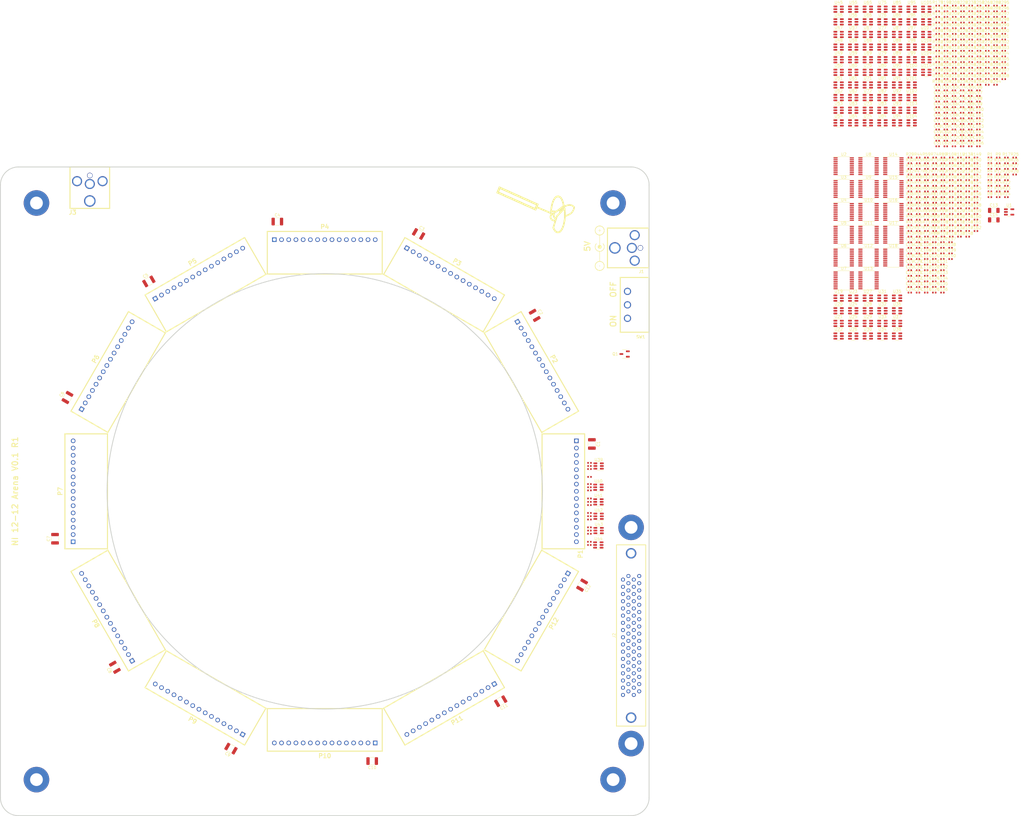
<source format=kicad_pcb>
(kicad_pcb (version 20240108) (generator "pcbnew") (generator_version "8.0")
  (layers (0 "F.Cu" signal) (1 "In1.Cu" power) (2 "In2.Cu" power) (31 "B.Cu" signal) (34 "B.Paste" user) (35 "F.Paste" user) (36 "B.SilkS" user "B.Silkscreen") (37 "F.SilkS" user "F.Silkscreen") (38 "B.Mask" user) (39 "F.Mask" user) (44 "Edge.Cuts" user))
  (net 0 "")
  (net 1 "+5V")
  (net 2 "/Power & Voltage Regulators/SW_5V")
  (net 3 "GND")
  (net 4 "/Level Shifters/PAN5V.RESET")
  (net 5 "/Level Shifters/PAN3V.RESET")
  (net 6 "/Level Shifters/PAN3V.MOSI_00")
  (net 7 "/Level Shifters/PAN3V.MISO_00")
  (net 8 "/Level Shifters/PAN3V.EXT_INT")
  (net 9 "/Level Shifters/PAN3V.MOSI_01")
  (net 10 "/Level Shifters/PAN3V.MISO_01")
  (net 11 "/Level Shifters/PAN3V.MOSI_02")
  (net 12 "/Level Shifters/PAN3V.MISO_02")
  (net 13 "/Level Shifters/PAN3V.MOSI_03")
  (net 14 "/Level Shifters/PAN3V.MISO_03")
  (net 15 "/Level Shifters/PAN3V.MOSI_04")
  (net 16 "/Level Shifters/PAN3V.MISO_04")
  (net 17 "/Level Shifters/PAN3V.MOSI_05")
  (net 18 "/Panel Headers/RESET")
  (net 19 "/Level Shifters/PAN3V.MISO_05")
  (net 20 "/Level Shifters/PAN3V.MOSI_06")
  (net 21 "/Level Shifters/PAN3V.MISO_06")
  (net 22 "/Level Shifters/PAN3V.MOSI_07")
  (net 23 "/Level Shifters/PAN3V.MISO_07")
  (net 24 "/Level Shifters/PAN3V.MOSI_08")
  (net 25 "/Level Shifters/PAN3V.MISO_08")
  (net 26 "/Level Shifters/PAN3V.MOSI_09")
  (net 27 "/Level Shifters/PAN3V.MISO_09")
  (net 28 "/Level Shifters/PAN3V.MOSI_10")
  (net 29 "/Level Shifters/PAN3V.MISO_10")
  (net 30 "/Level Shifters/PAN3V.MOSI_11")
  (net 31 "/Level Shifters/PAN3V.MISO_11")
  (net 32 "/Level Shifters/PAN5V.MOSI_09")
  (net 33 "/Level Shifters/PAN5V.MISO_09")
  (net 34 "/Level Shifters/PAN5V.MOSI_10")
  (net 35 "/Level Shifters/PAN5V.MISO_10")
  (net 36 "/Level Shifters/PAN5V.MOSI_11")
  (net 37 "/Level Shifters/PAN5V.MISO_11")
  (net 38 "/Level Shifters/PAN5V.MOSI_05")
  (net 39 "/Level Shifters/PAN5V.MISO_05")
  (net 40 "/Level Shifters/PAN5V.MOSI_06")
  (net 41 "/Level Shifters/PAN5V.MISO_06")
  (net 42 "/Level Shifters/PAN5V.MOSI_07")
  (net 43 "/Level Shifters/PAN5V.MISO_07")
  (net 44 "/Level Shifters/PAN5V.MOSI_08")
  (net 45 "/Level Shifters/PAN5V.MISO_08")
  (net 46 "/Level Shifters/PAN5V.MOSI_01")
  (net 47 "/Level Shifters/PAN5V.MISO_01")
  (net 48 "/Level Shifters/PAN5V.MOSI_02")
  (net 49 "/Level Shifters/PAN5V.MISO_02")
  (net 50 "/Level Shifters/PAN5V.MOSI_03")
  (net 51 "/Level Shifters/PAN5V.MISO_03")
  (net 52 "/Level Shifters/PAN5V.MOSI_04")
  (net 53 "/Level Shifters/PAN5V.MISO_04")
  (net 54 "+3.3V")
  (net 55 "/Panel Headers/MISO_00_P01")
  (net 56 "/Panel Headers/CS_04_P01")
  (net 57 "/Panel Headers/SCK_0_H1_P01")
  (net 58 "/Panel Headers/CS_03_P01")
  (net 59 "/Panel Headers/CS_06_P01")
  (net 60 "/Level Shifters/PAN5V.MOSI_00")
  (net 61 "/Level Shifters/PAN5V.MISO_00")
  (net 62 "/Panel Headers/EXT_INT_P01")
  (net 63 "/Panel Headers/CS_00_P01")
  (net 64 "/Panel Headers/CS_02_P01")
  (net 65 "/Panel Headers/CS_01_P01")
  (net 66 "/Level Shifters/PAN5V.EXT_INT")
  (net 67 "/Panel Headers/CS_05_P01")
  (net 68 "/Panel Headers/MOSI_00_P01")
  (net 69 "/Panel Headers/CS_07_P01")
  (net 70 "/Panel Headers/CS_05_P02")
  (net 71 "/Panel Headers/EXT_INT_P02")
  (net 72 "/Panel Headers/MISO_01_P02")
  (net 73 "/Panel Headers/CS_04_P02")
  (net 74 "/Panel Headers/SCK_1_H1_P02")
  (net 75 "/Panel Headers/CS_06_P02")
  (net 76 "/Panel Headers/CS_03_P02")
  (net 77 "/Panel Headers/CS_00_P02")
  (net 78 "/Panel Headers/MOSI_01_P02")
  (net 79 "/Panel Headers/CS_02_P02")
  (net 80 "/Panel Headers/CS_01_P02")
  (net 81 "/Panel Headers/CS_07_P02")
  (net 82 "/Panel Headers/SCK_2_H1_P03")
  (net 83 "/Panel Headers/CS_01_P03")
  (net 84 "/Panel Headers/CS_00_P03")
  (net 85 "/Panel Headers/MOSI_02_P03")
  (net 86 "/Panel Headers/CS_07_P03")
  (net 87 "/Panel Headers/MISO_02_P03")
  (net 88 "/Panel Headers/EXT_INT_P03")
  (net 89 "/Panel Headers/CS_03_P03")
  (net 90 "/Panel Headers/CS_06_P03")
  (net 91 "/Panel Headers/CS_05_P03")
  (net 92 "/Panel Headers/CS_04_P03")
  (net 93 "/Panel Headers/CS_02_P03")
  (net 94 "/Panel Headers/CS_04_P04")
  (net 95 "/Panel Headers/MISO_03_P04")
  (net 96 "/Panel Headers/CS_00_P04")
  (net 97 "/Panel Headers/CS_06_P04")
  (net 98 "/Panel Headers/SCK_3_H1_P04")
  (net 99 "/Panel Headers/CS_05_P04")
  (net 100 "/Panel Headers/CS_07_P04")
  (net 101 "/Panel Headers/CS_02_P04")
  (net 102 "/Panel Headers/CS_03_P04")
  (net 103 "/Panel Headers/MOSI_03_P04")
  (net 104 "/Panel Headers/EXT_INT_P04")
  (net 105 "/Panel Headers/CS_01_P04")
  (net 106 "/Panel Headers/MOSI_04_P05")
  (net 107 "/Panel Headers/CS_01_P05")
  (net 108 "/Panel Headers/EXT_INT_P05")
  (net 109 "/Panel Headers/CS_04_P05")
  (net 110 "/Panel Headers/CS_06_P05")
  (net 111 "/Panel Headers/MISO_04_P05")
  (net 112 "/Panel Headers/SCK_4_H1_P05")
  (net 113 "/Panel Headers/CS_05_P05")
  (net 114 "/Panel Headers/CS_07_P05")
  (net 115 "/Panel Headers/CS_02_P05")
  (net 116 "/Panel Headers/CS_03_P05")
  (net 117 "/Panel Headers/CS_00_P05")
  (net 118 "/Panel Headers/CS_06_P06")
  (net 119 "/Panel Headers/MISO_05_P06")
  (net 120 "/Panel Headers/CS_07_P06")
  (net 121 "/Panel Headers/MOSI_05_P06")
  (net 122 "/Panel Headers/CS_03_P06")
  (net 123 "/Panel Headers/CS_05_P06")
  (net 124 "/Panel Headers/SCK_5_H1_P06")
  (net 125 "/Panel Headers/CS_02_P06")
  (net 126 "/Panel Headers/CS_00_P06")
  (net 127 "/Panel Headers/CS_01_P06")
  (net 128 "/Panel Headers/EXT_INT_P06")
  (net 129 "/Panel Headers/CS_04_P06")
  (net 130 "/Panel Headers/EXT_INT_P07")
  (net 131 "/Panel Headers/CS_00_P07")
  (net 132 "/Panel Headers/SCK_0_H2_P07")
  (net 133 "/Panel Headers/MISO_06_P07")
  (net 134 "/Panel Headers/CS_07_P07")
  (net 135 "/Panel Headers/CS_01_P07")
  (net 136 "/Panel Headers/CS_04_P07")
  (net 137 "/Panel Headers/CS_03_P07")
  (net 138 "/Panel Headers/CS_05_P07")
  (net 139 "/Panel Headers/CS_02_P07")
  (net 140 "/Panel Headers/MOSI_06_P07")
  (net 141 "/Panel Headers/CS_06_P07")
  (net 142 "/Panel Headers/EXT_INT_P08")
  (net 143 "/Panel Headers/CS_01_P08")
  (net 144 "/Panel Headers/CS_05_P08")
  (net 145 "/Panel Headers/SCK_1_H2_P08")
  (net 146 "/Panel Headers/CS_07_P08")
  (net 147 "/Panel Headers/CS_06_P08")
  (net 148 "/Panel Headers/CS_03_P08")
  (net 149 "/Panel Headers/CS_00_P08")
  (net 150 "/Panel Headers/MISO_07_P08")
  (net 151 "/Panel Headers/CS_02_P08")
  (net 152 "/Panel Headers/MOSI_07_P08")
  (net 153 "/Panel Headers/CS_04_P08")
  (net 154 "/Panel Headers/EXT_INT_P09")
  (net 155 "/Panel Headers/SCK_2_H2_P09")
  (net 156 "/Panel Headers/MISO_08_P09")
  (net 157 "/Panel Headers/CS_07_P09")
  (net 158 "/Panel Headers/CS_02_P09")
  (net 159 "/Panel Headers/MOSI_08_P09")
  (net 160 "/Panel Headers/CS_06_P09")
  (net 161 "/Panel Headers/CS_00_P09")
  (net 162 "/Panel Headers/CS_03_P09")
  (net 163 "/Panel Headers/CS_04_P09")
  (net 164 "/Panel Headers/CS_05_P09")
  (net 165 "/Panel Headers/CS_01_P09")
  (net 166 "/Panel Headers/CS_04_P10")
  (net 167 "/Panel Headers/CS_02_P10")
  (net 168 "/Panel Headers/CS_00_P10")
  (net 169 "/Panel Headers/EXT_INT_P10")
  (net 170 "/Panel Headers/CS_05_P10")
  (net 171 "/Panel Headers/MOSI_09_P10")
  (net 172 "/Panel Headers/CS_01_P10")
  (net 173 "/Panel Headers/CS_06_P10")
  (net 174 "/Panel Headers/MISO_09_P10")
  (net 175 "/Panel Headers/CS_07_P10")
  (net 176 "/Panel Headers/SCK_3_H2_P10")
  (net 177 "/Panel Headers/CS_03_P10")
  (net 178 "/Panel Headers/CS_03_P11")
  (net 179 "/Panel Headers/CS_00_P11")
  (net 180 "/Panel Headers/SCK_4_H2_P11")
  (net 181 "/Panel Headers/MISO_10_P11")
  (net 182 "/Panel Headers/CS_07_P11")
  (net 183 "/Panel Headers/CS_02_P11")
  (net 184 "/Panel Headers/CS_04_P11")
  (net 185 "/Panel Headers/CS_05_P11")
  (net 186 "/Panel Headers/CS_01_P11")
  (net 187 "/Panel Headers/MOSI_10_P11")
  (net 188 "/Panel Headers/CS_06_P11")
  (net 189 "/Panel Headers/EXT_INT_P11")
  (net 190 "/Panel Headers/MOSI_11_P12")
  (net 191 "/Panel Headers/CS_02_P12")
  (net 192 "/Panel Headers/SCK_5_H2_P12")
  (net 193 "/Panel Headers/CS_04_P12")
  (net 194 "/Panel Headers/CS_07_P12")
  (net 195 "/Panel Headers/CS_01_P12")
  (net 196 "/Panel Headers/CS_05_P12")
  (net 197 "/Panel Headers/CS_03_P12")
  (net 198 "/Panel Headers/EXT_INT_P12")
  (net 199 "/Panel Headers/MISO_11_P12")
  (net 200 "/Panel Headers/CS_06_P12")
  (net 201 "/Panel Headers/CS_00_P12")
  (net 202 "Net-(Q1-G)")
  (net 203 "Net-(J2-Pin_35)")
  (net 204 "/Level Shifters/PAN3V.CS_0")
  (net 205 "Net-(J2-Pin_36)")
  (net 206 "/Level Shifters/PAN3V.CS_1")
  (net 207 "/Level Shifters/PAN3V.CS_2")
  (net 208 "Net-(J2-Pin_37)")
  (net 209 "Net-(J2-Pin_38)")
  (net 210 "/Level Shifters/PAN3V.CS_3")
  (net 211 "/Level Shifters/PAN3V.CS_4")
  (net 212 "Net-(J2-Pin_39)")
  (net 213 "Net-(J2-Pin_40)")
  (net 214 "/Level Shifters/PAN3V.CS_5")
  (net 215 "Net-(J2-Pin_41)")
  (net 216 "/Level Shifters/PAN3V.CS_6")
  (net 217 "/Level Shifters/PAN3V.CS_7")
  (net 218 "Net-(J2-Pin_42)")
  (net 219 "Net-(J2-Pin_43)")
  (net 220 "/Level Shifters/PAN3V.SCK_0")
  (net 221 "/Level Shifters/PAN3V.SCK_1")
  (net 222 "Net-(J2-Pin_44)")
  (net 223 "/Level Shifters/PAN3V.SCK_2")
  (net 224 "Net-(J2-Pin_45)")
  (net 225 "/Level Shifters/PAN3V.SCK_3")
  (net 226 "Net-(J2-Pin_46)")
  (net 227 "/Level Shifters/PAN3V.SCK_4")
  (net 228 "Net-(J2-Pin_47)")
  (net 229 "Net-(J2-Pin_48)")
  (net 230 "/Level Shifters/PAN3V.SCK_5")
  (net 231 "Net-(J2-Pin_49)")
  (net 232 "Net-(J2-Pin_51)")
  (net 233 "Net-(J2-Pin_53)")
  (net 234 "Net-(J2-Pin_55)")
  (net 235 "Net-(J2-Pin_57)")
  (net 236 "Net-(J2-Pin_59)")
  (net 237 "Net-(J2-Pin_61)")
  (net 238 "Net-(J2-Pin_68)")
  (net 239 "Net-(J2-Pin_29)")
  (net 240 "Net-(J2-Pin_30)")
  (net 241 "Net-(J2-Pin_31)")
  (net 242 "Net-(J2-Pin_32)")
  (net 243 "Net-(J2-Pin_33)")
  (net 244 "Net-(J2-Pin_34)")
  (net 245 "Net-(R163-Pad1)")
  (net 246 "Net-(R164-Pad1)")
  (net 247 "Net-(R166-Pad1)")
  (net 248 "Net-(R167-Pad1)")
  (net 249 "Net-(R168-Pad1)")
  (net 250 "Net-(R169-Pad1)")
  (net 251 "Net-(R170-Pad1)")
  (net 252 "Net-(R171-Pad1)")
  (net 253 "Net-(R172-Pad1)")
  (net 254 "Net-(R173-Pad1)")
  (net 255 "Net-(R174-Pad1)")
  (net 256 "Net-(U2-B1)")
  (net 257 "/Level Shifters/PAN5V.CS_0_P01")
  (net 258 "/Level Shifters/PAN5V.CS_0_P02")
  (net 259 "Net-(U2-B2)")
  (net 260 "Net-(U2-B3)")
  (net 261 "/Level Shifters/PAN5V.CS_0_P03")
  (net 262 "Net-(U2-B4)")
  (net 263 "/Level Shifters/PAN5V.CS_0_P04")
  (net 264 "Net-(U2-B5)")
  (net 265 "/Level Shifters/PAN5V.CS_0_P05")
  (net 266 "/Level Shifters/PAN5V.CS_0_P06")
  (net 267 "Net-(U2-B6)")
  (net 268 "Net-(U2-B7)")
  (net 269 "/Level Shifters/PAN5V.CS_0_P07")
  (net 270 "/Level Shifters/PAN5V.CS_0_P08")
  (net 271 "Net-(U2-B8)")
  (net 272 "Net-(U3-B1)")
  (net 273 "/Level Shifters/PAN5V.CS_0_P09")
  (net 274 "/Level Shifters/PAN5V.CS_0_P10")
  (net 275 "Net-(U3-B2)")
  (net 276 "Net-(U3-B3)")
  (net 277 "/Level Shifters/PAN5V.CS_0_P11")
  (net 278 "Net-(U3-B4)")
  (net 279 "/Level Shifters/PAN5V.CS_0_P12")
  (net 280 "/Level Shifters/PAN5V.CS_1_P01")
  (net 281 "Net-(U3-B5)")
  (net 282 "Net-(U3-B6)")
  (net 283 "/Level Shifters/PAN5V.CS_1_P02")
  (net 284 "Net-(U3-B7)")
  (net 285 "/Level Shifters/PAN5V.CS_1_P03")
  (net 286 "/Level Shifters/PAN5V.CS_1_P04")
  (net 287 "Net-(U3-B8)")
  (net 288 "Net-(U4-B1)")
  (net 289 "/Level Shifters/PAN5V.CS_1_P05")
  (net 290 "/Level Shifters/PAN5V.CS_1_P06")
  (net 291 "Net-(U4-B2)")
  (net 292 "/Level Shifters/PAN5V.CS_1_P07")
  (net 293 "Net-(U4-B3)")
  (net 294 "Net-(U4-B4)")
  (net 295 "/Level Shifters/PAN5V.CS_1_P08")
  (net 296 "Net-(U4-B5)")
  (net 297 "/Level Shifters/PAN5V.CS_1_P09")
  (net 298 "/Level Shifters/PAN5V.CS_1_P10")
  (net 299 "Net-(U4-B6)")
  (net 300 "Net-(U4-B7)")
  (net 301 "/Level Shifters/PAN5V.CS_1_P11")
  (net 302 "/Level Shifters/PAN5V.CS_1_P12")
  (net 303 "Net-(U4-B8)")
  (net 304 "/Level Shifters/PAN5V.CS_2_P01")
  (net 305 "Net-(U5-B1)")
  (net 306 "/Level Shifters/PAN5V.CS_2_P02")
  (net 307 "Net-(U5-B2)")
  (net 308 "/Level Shifters/PAN5V.CS_2_P03")
  (net 309 "Net-(U5-B3)")
  (net 310 "/Level Shifters/PAN5V.CS_2_P04")
  (net 311 "Net-(U5-B4)")
  (net 312 "/Level Shifters/PAN5V.CS_2_P05")
  (net 313 "Net-(U5-B5)")
  (net 314 "/Level Shifters/PAN5V.CS_2_P06")
  (net 315 "Net-(U5-B6)")
  (net 316 "/Level Shifters/PAN5V.CS_2_P07")
  (net 317 "Net-(U5-B7)")
  (net 318 "/Level Shifters/PAN5V.CS_2_P08")
  (net 319 "Net-(U5-B8)")
  (net 320 "Net-(U6-B1)")
  (net 321 "/Level Shifters/PAN5V.CS_2_P09")
  (net 322 "/Level Shifters/PAN5V.CS_2_P10")
  (net 323 "Net-(U6-B2)")
  (net 324 "/Level Shifters/PAN5V.CS_2_P11")
  (net 325 "Net-(U6-B3)")
  (net 326 "Net-(U6-B4)")
  (net 327 "/Level Shifters/PAN5V.CS_2_P12")
  (net 328 "Net-(U6-B5)")
  (net 329 "/Level Shifters/PAN5V.CS_3_P01")
  (net 330 "Net-(U6-B6)")
  (net 331 "/Level Shifters/PAN5V.CS_3_P02")
  (net 332 "/Level Shifters/PAN5V.CS_3_P03")
  (net 333 "Net-(U6-B7)")
  (net 334 "/Level Shifters/PAN5V.CS_3_P04")
  (net 335 "Net-(U6-B8)")
  (net 336 "Net-(U7-B1)")
  (net 337 "/Level Shifters/PAN5V.CS_3_P05")
  (net 338 "/Level Shifters/PAN5V.CS_3_P06")
  (net 339 "Net-(U7-B2)")
  (net 340 "/Level Shifters/PAN5V.CS_3_P07")
  (net 341 "Net-(U7-B3)")
  (net 342 "/Level Shifters/PAN5V.CS_3_P08")
  (net 343 "Net-(U7-B4)")
  (net 344 "/Level Shifters/PAN5V.CS_3_P09")
  (net 345 "Net-(U7-B5)")
  (net 346 "/Level Shifters/PAN5V.CS_3_P10")
  (net 347 "Net-(U7-B6)")
  (net 348 "Net-(U7-B7)")
  (net 349 "/Level Shifters/PAN5V.CS_3_P11")
  (net 350 "/Level Shifters/PAN5V.CS_3_P12")
  (net 351 "Net-(U7-B8)")
  (net 352 "/Level Shifters/PAN5V.CS_4_P01")
  (net 353 "Net-(U8-B1)")
  (net 354 "Net-(U8-B2)")
  (net 355 "/Level Shifters/PAN5V.CS_4_P02")
  (net 356 "/Level Shifters/PAN5V.CS_4_P03")
  (net 357 "Net-(U8-B3)")
  (net 358 "Net-(U8-B4)")
  (net 359 "/Level Shifters/PAN5V.CS_4_P04")
  (net 360 "/Level Shifters/PAN5V.CS_4_P05")
  (net 361 "Net-(U8-B5)")
  (net 362 "/Level Shifters/PAN5V.CS_4_P06")
  (net 363 "Net-(U8-B6)")
  (net 364 "Net-(U8-B7)")
  (net 365 "/Level Shifters/PAN5V.CS_4_P07")
  (net 366 "/Level Shifters/PAN5V.CS_4_P08")
  (net 367 "Net-(U8-B8)")
  (net 368 "/Level Shifters/PAN5V.CS_4_P09")
  (net 369 "Net-(U9-B1)")
  (net 370 "Net-(U9-B2)")
  (net 371 "/Level Shifters/PAN5V.CS_4_P10")
  (net 372 "/Level Shifters/PAN5V.CS_4_P11")
  (net 373 "Net-(U9-B3)")
  (net 374 "/Level Shifters/PAN5V.CS_4_P12")
  (net 375 "Net-(U9-B4)")
  (net 376 "/Level Shifters/PAN5V.CS_5_P01")
  (net 377 "Net-(U9-B5)")
  (net 378 "/Level Shifters/PAN5V.CS_5_P02")
  (net 379 "Net-(U9-B6)")
  (net 380 "Net-(U9-B7)")
  (net 381 "/Level Shifters/PAN5V.CS_5_P03")
  (net 382 "/Level Shifters/PAN5V.CS_5_P04")
  (net 383 "Net-(U9-B8)")
  (net 384 "/Level Shifters/PAN5V.CS_5_P05")
  (net 385 "Net-(U10-B1)")
  (net 386 "/Level Shifters/PAN5V.CS_5_P06")
  (net 387 "Net-(U10-B2)")
  (net 388 "/Level Shifters/PAN5V.CS_5_P07")
  (net 389 "Net-(U10-B3)")
  (net 390 "Net-(U10-B4)")
  (net 391 "/Level Shifters/PAN5V.CS_5_P08")
  (net 392 "/Level Shifters/PAN5V.CS_5_P09")
  (net 393 "Net-(U10-B5)")
  (net 394 "Net-(U10-B6)")
  (net 395 "/Level Shifters/PAN5V.CS_5_P10")
  (net 396 "Net-(U10-B7)")
  (net 397 "/Level Shifters/PAN5V.CS_5_P11")
  (net 398 "/Level Shifters/PAN5V.CS_5_P12")
  (net 399 "Net-(U10-B8)")
  (net 400 "Net-(U11-B1)")
  (net 401 "/Level Shifters/PAN5V.CS_6_P01")
  (net 402 "/Level Shifters/PAN5V.CS_6_P02")
  (net 403 "Net-(U11-B2)")
  (net 404 "/Level Shifters/PAN5V.CS_6_P03")
  (net 405 "Net-(U11-B3)")
  (net 406 "Net-(U11-B4)")
  (net 407 "/Level Shifters/PAN5V.CS_6_P04")
  (net 408 "Net-(U11-B5)")
  (net 409 "/Level Shifters/PAN5V.CS_6_P05")
  (net 410 "/Level Shifters/PAN5V.CS_6_P06")
  (net 411 "Net-(U11-B6)")
  (net 412 "Net-(U11-B7)")
  (net 413 "/Level Shifters/PAN5V.CS_6_P07")
  (net 414 "/Level Shifters/PAN5V.CS_6_P08")
  (net 415 "Net-(U11-B8)")
  (net 416 "Net-(U12-B1)")
  (net 417 "/Level Shifters/PAN5V.CS_6_P09")
  (net 418 "/Level Shifters/PAN5V.CS_6_P10")
  (net 419 "Net-(U12-B2)")
  (net 420 "Net-(U12-B3)")
  (net 421 "/Level Shifters/PAN5V.CS_6_P11")
  (net 422 "/Level Shifters/PAN5V.CS_6_P12")
  (net 423 "Net-(U12-B4)")
  (net 424 "/Level Shifters/PAN5V.CS_7_P01")
  (net 425 "Net-(U12-B5)")
  (net 426 "/Level Shifters/PAN5V.CS_7_P02")
  (net 427 "Net-(U12-B6)")
  (net 428 "Net-(U12-B7)")
  (net 429 "/Level Shifters/PAN5V.CS_7_P03")
  (net 430 "/Level Shifters/PAN5V.CS_7_P04")
  (net 431 "Net-(U12-B8)")
  (net 432 "Net-(U13-B1)")
  (net 433 "/Level Shifters/PAN5V.CS_7_P05")
  (net 434 "Net-(U13-B2)")
  (net 435 "/Level Shifters/PAN5V.CS_7_P06")
  (net 436 "/Level Shifters/PAN5V.CS_7_P07")
  (net 437 "Net-(U13-B3)")
  (net 438 "Net-(U13-B4)")
  (net 439 "/Level Shifters/PAN5V.CS_7_P08")
  (net 440 "/Level Shifters/PAN5V.CS_7_P09")
  (net 441 "Net-(U13-B5)")
  (net 442 "Net-(U13-B6)")
  (net 443 "/Level Shifters/PAN5V.CS_7_P10")
  (net 444 "Net-(U13-B7)")
  (net 445 "/Level Shifters/PAN5V.CS_7_P11")
  (net 446 "Net-(U13-B8)")
  (net 447 "/Level Shifters/PAN5V.CS_7_P12")
  (net 448 "Net-(U14-B1)")
  (net 449 "/Level Shifters/PAN5V.SCK_0_H1")
  (net 450 "/Level Shifters/PAN5V.SCK_0_H2")
  (net 451 "Net-(U14-B2)")
  (net 452 "Net-(U14-B3)")
  (net 453 "/Level Shifters/PAN5V.SCK_1_H1")
  (net 454 "/Level Shifters/PAN5V.SCK_1_H2")
  (net 455 "Net-(U14-B4)")
  (net 456 "Net-(U14-B5)")
  (net 457 "/Level Shifters/PAN5V.SCK_2_H1")
  (net 458 "/Level Shifters/PAN5V.SCK_2_H2")
  (net 459 "Net-(U14-B6)")
  (net 460 "Net-(U14-B7)")
  (net 461 "/Level Shifters/PAN5V.SCK_3_H1")
  (net 462 "Net-(U14-B8)")
  (net 463 "/Level Shifters/PAN5V.SCK_3_H2")
  (net 464 "/Level Shifters/PAN5V.SCK_4_H1")
  (net 465 "Net-(U15-B1)")
  (net 466 "/Level Shifters/PAN5V.SCK_4_H2")
  (net 467 "Net-(U15-B2)")
  (net 468 "/Level Shifters/PAN5V.SCK_5_H1")
  (net 469 "Net-(U15-B3)")
  (net 470 "Net-(U15-B4)")
  (net 471 "/Level Shifters/PAN5V.SCK_5_H2")
  (net 472 "Net-(U15-B5)")
  (net 473 "Net-(U15-B6)")
  (net 474 "Net-(U15-B7)")
  (net 475 "Net-(U15-B8)")
  (net 476 "Net-(U16-B1)")
  (net 477 "Net-(U16-B2)")
  (net 478 "Net-(U16-B3)")
  (net 479 "Net-(U16-B4)")
  (net 480 "Net-(U16-B5)")
  (net 481 "Net-(U16-B6)")
  (net 482 "Net-(U16-B7)")
  (net 483 "Net-(U16-B8)")
  (net 484 "Net-(U17-A1)")
  (net 485 "Net-(U17-A2)")
  (net 486 "Net-(U17-A3)")
  (net 487 "Net-(U17-A4)")
  (net 488 "Net-(U17-A5)")
  (net 489 "Net-(U17-A6)")
  (net 490 "Net-(U17-A7)")
  (net 491 "Net-(U17-A8)")
  (net 492 "Net-(U18-A1)")
  (net 493 "Net-(U18-A2)")
  (net 494 "Net-(U18-A3)")
  (net 495 "Net-(U18-A4)")
  (net 496 "Net-(U18-B5)")
  (net 497 "Net-(U18-B6)")
  (net 498 "Net-(R175-Pad1)")
  (net 499 "Net-(R176-Pad1)")
  (net 500 "Net-(R178-Pad1)")
  (net 501 "Net-(R179-Pad1)")
  (net 502 "Net-(R180-Pad1)")
  (net 503 "Net-(R181-Pad1)")
  (net 504 "Net-(R182-Pad1)")
  (net 505 "Net-(R183-Pad1)")
  (net 506 "Net-(R184-Pad1)")
  (net 507 "Net-(R185-Pad1)")
  (net 508 "Net-(R186-Pad1)")
  (net 509 "Net-(R187-Pad1)")
  (net 510 "Net-(R188-Pad1)")
  (net 511 "Net-(R190-Pad1)")
  (net 512 "Net-(R191-Pad1)")
  (net 513 "Net-(R192-Pad1)")
  (net 514 "Net-(R193-Pad1)")
  (net 515 "Net-(R194-Pad1)")
  (net 516 "Net-(R195-Pad1)")
  (net 517 "Net-(R196-Pad1)")
  (net 518 "Net-(R197-Pad1)")
  (net 519 "Net-(R198-Pad1)")
  (net 520 "Net-(R199-Pad1)")
  (net 521 "Net-(R200-Pad1)")
  (net 522 "Net-(R202-Pad1)")
  (net 523 "Net-(R203-Pad1)")
  (net 524 "Net-(R204-Pad1)")
  (net 525 "Net-(R205-Pad1)")
  (net 526 "Net-(R206-Pad1)")
  (net 527 "Net-(R207-Pad1)")
  (net 528 "Net-(R208-Pad1)")
  (net 529 "Net-(R209-Pad1)")
  (net 530 "Net-(R210-Pad1)")
  (net 531 "Net-(R211-Pad1)")
  (net 532 "Net-(R212-Pad1)")
  (net 533 "Net-(R214-Pad1)")
  (net 534 "Net-(R215-Pad1)")
  (net 535 "Net-(R216-Pad1)")
  (net 536 "Net-(R217-Pad1)")
  (net 537 "Net-(R218-Pad1)")
  (net 538 "Net-(R219-Pad1)")
  (net 539 "Net-(R220-Pad1)")
  (net 540 "Net-(R221-Pad1)")
  (net 541 "Net-(R222-Pad1)")
  (net 542 "Net-(R223-Pad1)")
  (net 543 "Net-(R224-Pad1)")
  (net 544 "Net-(R226-Pad1)")
  (net 545 "Net-(R227-Pad1)")
  (net 546 "Net-(R228-Pad1)")
  (net 547 "Net-(R229-Pad1)")
  (net 548 "Net-(R230-Pad1)")
  (net 549 "Net-(R231-Pad1)")
  (net 550 "Net-(R232-Pad1)")
  (net 551 "Net-(R233-Pad1)")
  (net 552 "Net-(R234-Pad1)")
  (net 553 "Net-(R235-Pad1)")
  (net 554 "Net-(R236-Pad1)")
  (net 555 "Net-(R238-Pad1)")
  (net 556 "Net-(R239-Pad1)")
  (net 557 "Net-(R240-Pad1)")
  (net 558 "Net-(R241-Pad1)")
  (net 559 "Net-(R242-Pad1)")
  (net 560 "Net-(R243-Pad1)")
  (net 561 "Net-(R244-Pad1)")
  (net 562 "Net-(R245-Pad1)")
  (net 563 "Net-(R246-Pad1)")
  (net 564 "Net-(R247-Pad1)")
  (net 565 "Net-(R248-Pad1)")
  (net 566 "Net-(R250-Pad1)")
  (net 567 "Net-(R251-Pad1)")
  (net 568 "Net-(R252-Pad1)")
  (net 569 "Net-(R253-Pad1)")
  (net 570 "Net-(R254-Pad1)")
  (net 571 "Net-(R255-Pad1)")
  (net 572 "Net-(R256-Pad1)")
  (net 573 "Net-(R257-Pad1)")
  (net 574 "Net-(R258-Pad1)")
  (net 575 "Net-(R259-Pad1)")
  (net 576 "Net-(R260-Pad1)")
  (net 577 "Net-(R262-Pad1)")
  (net 578 "Net-(R263-Pad1)")
  (net 579 "Net-(R264-Pad1)")
  (net 580 "Net-(R265-Pad1)")
  (net 581 "Net-(R266-Pad1)")
  (net 582 "Net-(R267-Pad1)")
  (net 583 "Net-(R268-Pad1)")
  (net 584 "Net-(R269-Pad1)")
  (net 585 "Net-(R270-Pad1)")
  (net 586 "Net-(R271-Pad1)")
  (net 587 "Net-(R272-Pad1)")
  (net 588 "Net-(R274-Pad1)")
  (net 589 "Net-(R275-Pad1)")
  (net 590 "Net-(R276-Pad1)")
  (net 591 "Net-(R277-Pad1)")
  (net 592 "Net-(R278-Pad1)")
  (net 593 "Net-(R279-Pad1)")
  (net 594 "Net-(R280-Pad1)")
  (net 595 "Net-(R281-Pad1)")
  (net 596 "Net-(R282-Pad1)")
  (net 597 "Net-(R283-Pad1)")
  (net 598 "Net-(R284-Pad1)")
  (net 599 "Net-(R286-Pad1)")
  (net 600 "Net-(R287-Pad1)")
  (net 601 "Net-(R288-Pad1)")
  (net 602 "Net-(R289-Pad1)")
  (net 603 "Net-(R290-Pad1)")
  (net 604 "Net-(R291-Pad1)")
  (net 605 "Net-(R292-Pad1)")
  (net 606 "Net-(R293-Pad1)")
  (net 607 "Net-(R294-Pad1)")
  (net 608 "Net-(R295-Pad1)")
  (net 609 "Net-(R296-Pad1)")
  (net 610 "Net-(R298-Pad1)")
  (net 611 "Net-(R299-Pad1)")
  (net 612 "Net-(R300-Pad1)")
  (net 613 "Net-(R301-Pad1)")
  (net 614 "Net-(R302-Pad1)")
  (net 615 "Net-(R303-Pad1)")
  (net 616 "Net-(R304-Pad1)")
  (net 617 "Net-(R305-Pad1)")
  (net 618 "Net-(R306-Pad1)")
  (net 620 "Net-(U2-A1)")
  (net 621 "Net-(U3-A5)")
  (net 622 "Net-(U5-A1)")
  (net 623 "Net-(U6-A5)")
  (net 624 "Net-(U8-A1)")
  (net 625 "Net-(U10-A1)")
  (net 626 "Net-(U11-A1)")
  (net 627 "Net-(U12-A5)")
  (net 628 "Net-(U14-A7)")
  (net 629 "Net-(U14-A1)")
  (net 630 "Net-(U14-A5)")
  (net 631 "Net-(U14-A3)")
  (net 632 "Net-(U15-A3)")
  (net 633 "Net-(U15-A6)")
  (net 634 "Net-(U15-A7)")
  (net 635 "Net-(U15-A1)")
  (net 636 "Net-(U15-A8)")
  (net 637 "Net-(U15-A5)")
  (net 638 "Net-(U16-A2)")
  (net 639 "Net-(U16-A8)")
  (net 640 "Net-(U16-A3)")
  (net 641 "Net-(U16-A7)")
  (net 642 "Net-(U16-A5)")
  (net 643 "Net-(U16-A4)")
  (net 644 "Net-(U16-A1)")
  (net 645 "Net-(U16-A6)")
  (net 646 "Net-(U17-B6)")
  (net 647 "Net-(U17-B2)")
  (net 648 "Net-(U17-B4)")
  (net 649 "Net-(U17-B3)")
  (net 650 "Net-(U17-B5)")
  (net 651 "Net-(U17-B7)")
  (net 652 "Net-(U17-B8)")
  (net 653 "Net-(U17-B1)")
  (net 654 "Net-(U18-B4)")
  (net 656 "Net-(U18-B3)")
  (net 658 "Net-(U18-B1)")
  (net 659 "Net-(U18-A6)")
  (net 661 "Net-(U18-A5)")
  (net 663 "Net-(U18-B2)")
  (footprint "Capacitor_SMD:C_0402_1005Metric" (layer "F.Cu") (at 408.1325 48.34)
    (property "Reference" "C102")
    (property "Value" "0.1uF")
  )
  (footprint "Resistor_SMD:R_0402_1005Metric" (layer "F.Cu") (at 271.11 172.72)
    (property "Reference" "R165" (hide yes))
    (property "Value" "33" (hide yes))
  )
  (footprint "Capacitor_SMD:C_0402_1005Metric" (layer "F.Cu") (at 389.7225 101.86)
    (property "Reference" "C113")
    (property "Value" "0.1uF")
  )
  (footprint "Resistor_SMD:R_0402_1005Metric" (layer "F.Cu") (at 393.8025 22.6)
    (property "Reference" "R183")
    (property "Value" "33")
  )
  (footprint "Resistor_SMD:R_0402_1005Metric" (layer "F.Cu") (at 386.9125 78.11)
    (property "Reference" "R53")
    (property "Value" "33")
  )
  (footprint "Package_TO_SOT_SMD:SOT-23-6" (layer "F.Cu") (at 274.2975 168.88 180)
    (property "Reference" "U39")
    (property "Value" "74LVC2G17" (hide yes))
  )
  (footprint "Resistor_SMD:R_0402_1005Metric" (layer "F.Cu") (at 384.0025 68.16)
    (property "Reference" "R33")
    (property "Value" "33")
  )
  (footprint "Resistor_SMD:R_0402_1005Metric" (layer "F.Cu") (at 417.0825 30.56)
    (property "Reference" "R307")
    (property "Value" "20k")
  )
  (footprint "Resistor_SMD:R_0402_1005Metric" (layer "F.Cu") (at 417.0825 10.66)
    (property "Reference" "R297")
    (property "Value" "33")
  )
  (footprint "Package_TO_SOT_SMD:SOT-23-6" (layer "F.Cu") (at 358.8725 39.06)
    (property "Reference" "U52")
    (property "Value" "74LVC2G17")
  )
  (footprint "Package_TO_SOT_SMD:SOT-23-6" (layer "F.Cu") (at 369.1725 12.36)
    (property "Reference" "U66")
    (property "Value" "74LVC2G17")
  )
  (footprint "arena_custom:DCJACK_2PIN_HIGHCURRENT" (layer "F.Cu") (at 95 63.5028)
    (property "Reference" "J3")
    (property "Value" "Barrel_Jack" (hide yes))
  )
  (footprint "Package_TO_SOT_SMD:SOT-23-6" (layer "F.Cu") (at 379.4725 39.06)
    (property "Reference" "U92")
    (property "Value" "74LVC2G17")
  )
  (footprint "Resistor_SMD:R_0402_1005Metric" (layer "F.Cu") (at 392.7325 62.19)
    (property "Reference" "R75")
    (property "Value" "33")
  )
  (footprint "Package_TO_SOT_SMD:SOT-23-6" (layer "F.Cu") (at 369.1725 43.51)
    (property "Reference" "U73")
    (property "Value" "74LVC2G17")
  )
  (footprint "Resistor_SMD:R_0402_1005Metric" (layer "F.Cu") (at 408.3525 16.63)
    (property "Reference" "R255")
    (property "Value" "33")
  )
  (footprint "Resistor_SMD:R_0402_1005Metric" (layer "F.Cu") (at 407.2825 66.17)
    (property "Reference" "R152")
    (property "Value" "33")
  )
  (footprint "Resistor_SMD:R_0402_1005Metric" (layer "F.Cu") (at 408.3525 32.55)
    (property "Reference" "R263")
    (property "Value" "33")
  )
  (footprint "Package_TO_SOT_SMD:SOT-23-6" (layer "F.Cu") (at 384.6225 21.26)
    (property "Reference" "U98")
    (property "Value" "74LVC2G17")
  )
  (footprint "Package_TO_SOT_SMD:SOT-23-6" (layer "F.Cu") (at 369.1725 123.08)
    (property "Reference" "U30")
    (property "Value" "74LVC2G17")
  )
  (footprint "Package_TO_SOT_SMD:SOT-23-6" (layer "F.Cu") (at 389.7725 12.36)
    (property "Reference" "U106")
    (property "Value" "74LVC2G17")
  )
  (footprint "Capacitor_SMD:C_0402_1005Metric" (layer "F.Cu") (at 399.5225 38.49)
    (property "Reference" "C64")
    (property "Value" "0.1uF")
  )
  (footprint "Resistor_SMD:R_0402_1005Metric" (layer "F.Cu") (at 389.8225 64.18)
    (property "Reference" "R61")
    (property "Value" "33")
  )
  (footprint "Capacitor_SMD:C_0402_1005Metric" (layer "F.Cu") (at 386.8525 90.04)
    (property "Reference" "C25")
    (property "Value" "0.1uF")
  )
  (footprint "Capacitor_SMD:C_0402_1005Metric" (layer "F.Cu") (at 399.5225 44.4)
    (property "Reference" "C67")
    (property "Value" "0.1uF")
  )
  (footprint "Capacitor_SMD:C_1210_3225Metric" (layer "F.Cu") (at 210.8587 87.1206 -30)
    (property "Reference" "C3")
    (property "Value" "100uF")
  )
  (footprint "Resistor_SMD:R_0402_1005Metric" (layer "F.Cu") (at 408.3525 24.59)
    (property "Reference" "R259")
    (property "Value" "33")
  )
  (footprint "Resistor_SMD:R_0402_1005Metric" (layer "F.Cu") (at 417.0825 12.65)
    (property "Reference" "R298")
    (property "Value" "33")
  )
  (footprint "MountingHole:MountingHole_4.5mm_Pad" (layer "F.Cu") (at 76.2 76.2)
    (property "Reference" "H1" (hide yes))
    (property "Value" "MountingHole_Pad" (hide yes))
  )
  (footprint "Package_TO_SOT_SMD:SOT-23-6" (layer "F.Cu") (at 358.8725 34.61)
    (property "Reference" "U51")
    (property "Value" "74LVC2G17")
  )
  (footprint "arena_custom:HEADER_TOP" (layer "F.Cu") (at 177.8 266.474 180)
    (property "Reference" "P10")
    (property "Value" "CONN15" (hide yes))
  )
  (footprint "Package_TO_SOT_SMD:SOT-23-6" (layer "F.Cu") (at 358.8725 114.18)
    (property "Reference" "U20")
    (property "Value" "74LVC2G17")
  )
  (footprint "Capacitor_SMD:C_0402_1005Metric" (layer "F.Cu") (at 402.3925 54.25)
    (property "Reference" "C83")
    (property "Value" "0.1uF")
  )
  (footprint "Resistor_SMD:R_0402_1005Metric" (layer "F.Cu") (at 401.4625 76.12)
    (property "Reference" "R127")
    (property "Value" "33")
  )
  (footprint "Capacitor_SMD:C_0402_1005Metric" (layer "F.Cu") (at 392.5925 99.89)
    (property "Reference" "C122")
    (property "Value" "0.1uF")
  )
  (footprint "Resistor_SMD:R_0402_1005Metric" (layer "F.Cu") (at 389.8225 82.09)
    (property "Reference" "R70")
    (property "Value" "33")
  )
  (footprint "Capacitor_SMD:C_0402_1005Metric" (layer "F.Cu") (at 396.6525 48.34)
    (property "Reference" "C58")
    (property "Value" "0.1uF")
  )
  (footprint "arena_custom:HEADER_TOP" (layer "F.Cu") (at 254.594 222.137 -120)
    (property "Reference" "P12")
    (property "Value" "CONN15" (hide yes))
  )
  (footprint "Capacitor_SMD:C_0402_1005Metric" (layer "F.Cu") (at 402.3925 50.31)
    (property "Reference" "C81")
    (property "Value" "0.1uF")
  )
  (footprint "Resistor_SMD:R_0402_1005Metric" (layer "F.Cu") (at 404.3725 82.09)
    (property "Reference" "R145")
    (property "Value" "33")
  )
  (footprint "Resistor_SMD:R_0402_1005Metric" (layer "F.Cu") (at 414.1725 24.59)
    (property "Reference" "R289")
    (property "Value" "33")
  )
  (footprint "Resistor_SMD:R_0402_1005Metric" (layer "F.Cu") (at 389.8225 76.12)
    (property "Reference" "R67")
    (property "Value" "33")
  )
  (footprint "Capacitor_SMD:C_0402_1005Metric" (layer "F.Cu") (at 389.7225 99.89)
    (property "Reference" "C112")
    (property "Value" "0.1uF")
  )
  (footprint "Resistor_SMD:R_0402_1005Metric" (layer "F.Cu") (at 393.8025 34.54)
    (property "Reference" "R189")
    (property "Value" "33")
  )
  (footprint "arena_custom:HEADER_TOP" (layer "F.Cu") (at 89.126 177.8 90)
    (property "Reference" "P7")
    (property "Value" "CONN15" (hide yes))
  )
  (footprint "Capacitor_SMD:C_0402_1005Metric" (layer "F.Cu") (at 383.9825 105.8)
    (property "Reference" "C23")
    (property "Value" "0.1uF")
  )
  (footprint "Package_TO_SOT_SMD:SOT-23-6" (layer "F.Cu") (at 364.0225 30.16)
    (property "Reference" "U60")
    (property "Value" "74LVC2G17")
  )
  (footprint "Capacitor_SMD:C_0402_1005Metric" (layer "F.Cu") (at 386.8525 93.98)
    (property "Reference" "C27")
    (property "Value" "0.1uF")
  )
  (footprint "Resistor_SMD:R_0402_1005Metric" (layer "F.Cu") (at 417.0825 8.67)
    (property "Reference" "R296")
    (property "Value" "33")
  )
  (footprint "Package_TO_SOT_SMD:SOT-23-6" (layer "F.Cu") (at 374.3225 30.16)
    (property "Reference" "U80")
    (property "Value" "74LVC2G17")
  )
  (footprint "Package_TO_SOT_SMD:SOT-23-6" (layer "F.Cu") (at 384.6225 25.71)
    (property "Reference" "U99")
    (property "Value" "74LVC2G17")
  )
  (footprint "Resistor_SMD:R_0402_1005Metric" (layer "F.Cu") (at 414.1725 22.6)
    (property "Reference" "R288")
    (property "Value" "33")
  )
  (footprint "Capacitor_SMD:C_0402_1005Metric" (layer "F.Cu") (at 392.5925 97.92)
    (property "Reference" "C121")
    (property "Value" "0.1uF")
  )
  (footprint "Package_TO_SOT_SMD:SOT-23-6" (layer "F.Cu") (at 374.3225 123.08)
    (property "Reference" "U34")
    (property "Value" "74LVC2G17")
  )
  (footprint "Resistor_SMD:R_0402_1005Metric" (layer "F.Cu") (at 418.0125 72.14)
    (property "Reference" "R23")
    (property "Value" "33")
  )
  (footprint "Resistor_SMD:R_0402_1005Metric" (layer "F.Cu") (at 396.7125 32.55)
    (property "Reference" "R203")
    (property "Value" "33")
  )
  (footprint "Resistor_SMD:R_0402_1005Metric" (layer "F.Cu") (at 412.1925 62.19)
    (property "Reference" "R2")
    (property "Value" "33")
  )
  (footprint "Resistor_SMD:R_0402_1005Metric" (layer "F.Cu") (at 398.5525 82.09)
    (property "Reference" "R115")
    (property "Value" "33")
  )
  (footprint "Resistor_SMD:R_0402_1005Metric" (layer "F.Cu") (at 395.6425 64.18)
    (property "Reference" "R91")
    (property "Value" "33")
  )
  (footprint "Resistor_SMD:R_0402_1005Metric" (layer "F.Cu") (at 402.5325 18.62)
    (property "Reference" "R226")
    (property "Value" "33")
  )
  (footprint "Resistor_SMD:R_0402_1005Metric" (layer "F.Cu") (at 404.3725 60.2)
    (property "Reference" "R134")
    (property "Value" "33")
  )
  (footprint "Resistor_SMD:R_0402_1005Metric" (layer "F.Cu") (at 407.2825 78.11)
    (property "Reference" "R158")
    (property "Value" "33")
  )
  (footprint "Resistor_SMD:R_0402_1005Metric" (layer "F.Cu") (at 414.1725 18.62)
    (property "Reference" "R286")
    (property "Value" "33")
  )
  (footprint "Resistor_SMD:R_0402_1005Metric" (layer "F.Cu") (at 389.8225 74.13)
    (property "Reference" "R66")
    (property "Value" "33")
  )
  (footprint "Resistor_SMD:R_0402_1005Metric" (layer "F.Cu") (at 415.1025 70.15)
    (property "Reference" "R14")
    (property "Value" "33")
  )
  (footprint "Capacitor_SMD:C_1206_3216Metric" (layer "F.Cu") (at 413.5625 82.15)
    (property "Reference" "C14")
    (property "Value" "10uF")
  )
  (footprint "Capacitor_SMD:C_0402_1005Metric" (layer "F.Cu") (at 395.4625 95.95)
    (property "Reference" "C130")
    (property "Value" "0.1uF")
  )
  (footprint "Capacitor_SMD:C_0402_1005Metric" (layer "F.Cu") (at 393.7825 52.28)
    (property "Reference" "C49")
    (property "Value" "0.1uF")
  )
  (footprint "Package_TO_SOT_SMD:SOT-23-6" (layer "F.Cu") (at 358.8725 30.16)
    (property "Reference" "U50")
    (property "Value" "74LVC2G17")
  )
  (footprint "Capacitor_SMD:C_0402_1005Metric" (layer "F.Cu") (at 393.7825 36.52)
    (property "Reference" "C41")
    (property "Value" "0.1uF")
  )
  (footprint "Resistor_SMD:R_0402_1005Metric" (layer "F.Cu") (at 392.7325 64.18)
    (property "Reference" "R76")
    (property "Value" "33")
  )
  (footprint "Package_TO_SOT_SMD:SOT-23-6" (layer "F.Cu") (at 358.8725 16.81)
    (property "Reference" "U47")
    (property "Value" "74LVC2G17")
  )
  (footprint "Resistor_SMD:R_0402_1005Metric" (layer "F.Cu") (at 412.1925 74.13)
    (property "Reference" "R8")
    (property "Value" "33")
  )
  (footprint "Capacitor_SMD:C_1210_3225Metric" (layer "F.Cu") (at 161.09 82.74)
    (property "Reference" "C4")
    (property "Value" "100uF")
  )
  (footprint "Capacitor_SMD:C_0402_1005Metric" (layer "F.Cu") (at 398.3325 95.95)
    (property "Reference" "C140")
    (property "Value" "0.1uF")
  )
  (footprint "Resistor_SMD:R_0402_1005Metric" (layer "F.Cu") (at 407.2825 60.2)
    (property "Reference" "R149")
    (property "Value" "33")
  )
  (footprint "Resistor_SMD:R_0402_1005Metric" (layer "F.Cu") (at 405.4425 28.57)
    (property "Reference" "R246")
    (property "Value" "33")
  )
  (footprint "Package_TO_SOT_SMD:SOT-23-6" (layer "F.Cu") (at 274.1975 196.71 180)
    (property "Reference" "U44")
    (property "Value" "74LVC2G17" (hide yes))
  )
  (footprint "Capacitor_SMD:C_1210_3225Metric" (layer "F.Cu") (at 268.4794 210.8587 -120)
    (property "Reference" "C12")
    (property "Value" "100uF")
  )
  (footprint "Package_TO_SOT_SMD:SOT-23-6" (layer "F.Cu") (at 364.0225 12.36)
    (property "Reference" "U56")
    (property "Value" "74LVC2G17")
  )
  (footprint "Capacitor_SMD:C_0402_1005Metric" (layer "F.Cu") (at 408.1325 44.4)
    (property "Reference" "C100")
    (property "Value" "0.1uF")
  )
  (footprint "Resistor_SMD:R_0402_1005Metric" (layer "F.Cu") (at 271.07 185.43 180)
    (property "Reference" "R170" (hide yes))
    (property "Value" "33" (hide yes))
  )
  (footprint "Capacitor_SMD:C_0402_1005Metric" (layer "F.Cu") (at 383.9825 99.89)
    (property "Reference" "C20")
    (property "Value" "0.1uF")
  )
  (footprint "Resistor_SMD:R_0402_1005Metric" (layer "F.Cu") (at 393.8025 24.59)
    (property "Reference" "R184")
    (property "Value" "33")
  )
  (footprint "arena_custom:slide_switch" (layer "F.Cu") (at 287.02 112.0902 90)
    (property "Reference" "SW1")
    (property "Value" "SW_SPDT" (hide yes))
  )
  (footprint "Package_TO_SOT_SMD:SOT-23-6" (layer "F.Cu") (at 369.1725 34.61)
    (property "Reference" "U71")
    (property "Value" "74LVC2G17")
  )
  (footprint "Resistor_SMD:R_0402_1005Metric" (layer "F.Cu") (at 401.4625 80.1)
    (property "Reference" "R129")
    (property "Value" "33")
  )
  (footprint "Capacitor_SMD:C_0402_1005Metric" (layer "F.Cu") (at 405.2625 48.34)
    (property "Reference" "C91")
    (property "Value" "0.1uF")
  )
  (footprint "Resistor_SMD:R_0402_1005Metric" (layer "F.Cu") (at 396.7125 14.64)
    (property "Reference" "R194")
    (property "Value" "33")
  )
  (footprint "Capacitor_SMD:C_1206_3216Metric" (layer "F.Cu") (at 413.5625 78.8)
    (property "Reference" "C13")
    (property "Value" "10uF")
  )
  (footprint "Capacitor_SMD:C_0402_1005Metric" (layer "F.Cu") (at 383.9825 93.98)
    (property "Reference" "C17")
    (property "Value" "0.1uF")
  )
  (footprint "Resistor_SMD:R_0402_1005Metric" (layer "F.Cu") (at 398.5525 70.15)
    (property "Reference" "R109")
    (property "Value" "33")
  )
  (footprint "Resistor_SMD:R_0402_1005Metric" (layer "F.Cu") (at 396.7125 6.68)
    (property "Reference" "R190")
    (property "Value" "33")
  )
  (footprint "Resistor_SMD:R_0402_1005Metric" (layer "F.Cu") (at 407.2825 84.08)
    (property "Reference" "R161")
    (property "Value" "33")
  )
  (footprint "Package_TO_SOT_SMD:SOT-23-6" (layer "F.Cu") (at 369.1725 114.18)
    (property "Reference" "U28")
    (property "Value" "74LVC2G17")
  )
  (footprint "Resistor_SMD:R_0402_1005Metric" (layer "F.Cu") (at 405.4425 26.58)
    (property "Reference" "R245")
    (property "Value" "33")
  )
  (footprint "Package_TO_SOT_SMD:SOT-23-6" (layer "F.Cu") (at 384.6225 12.36)
    (property "Reference" "U96")
    (property "Value" "74LVC2G17")
  )
  (footprint "Package_TO_SOT_SMD:SOT-23-6" (layer "F.Cu") (at 379.4725 47.96)
    (property "Reference" "U94")
    (property "Value" "74LVC2G17")
  )
  (footprint "Resistor_SMD:R_0402_1005Metric" (layer "F.Cu") (at 389.8225 88.06)
    (property "Reference" "R73")
    (property "Value" "33")
  )
  (footprint "Capacitor_SMD:C_0402_1005Metric" (layer "F.Cu") (at 271.08 181.52 180)
    (property "Reference" "C37" (hide yes))
    (property "Value" "0.1uF" (hide yes))
  )
  (footprint "Resistor_SMD:R_0402_1005Metric" (layer "F.Cu") (at 384.0025 62.19)
    (property "Reference" "R30")
    (property "Value" "33")
  )
  (footprint "Package_SO:TSSOP-20_4.4x6.5mm_P0.65mm" (layer "F.Cu") (at 360.6725 63.23)
    (property "Reference" "U2")
    (property "Value" "TXB0108PW")
  )
  (footprint "Resistor_SMD:R_0402_1005Metric" (layer "F.Cu") (at 405.4425 6.68)
    (property "Reference" "R235")
    (property "Value" "33")
  )
  (footprint "Resistor_SMD:R_0402_1005Metric" (layer "F.Cu") (at 401.4625 60.2)
    (property "Reference" "R119")
    (property "Value" "33")
  )
  (footprint "Package_TO_SOT_SMD:SOT-23-6" (layer "F.Cu") (at 389.7725 21.26)
    (property "Reference" "U108")
    (property "Value" "74LVC2G17")
  )
  (footprint "Resistor_SMD:R_0402_1005Metric" (layer "F.Cu") (at 393.8025 8.67)
    (property "Reference" "R176")
    (property "Value" "33")
  )
  (footprint "Resistor_SMD:R_0402_1005Metric" (layer "F.Cu") (at 401.4625 88.06)
    (property "Reference" "R133")
    (property "Value" "33")
  )
  (footprint "Capacitor_SMD:C_0402_1005Metric" (layer "F.Cu") (at 395.4625 101.86)
    (property "Reference" "C133")
    (property "Value" "0.1uF")
  )
  (footprint "Resistor_SMD:R_0402_1005Metric" (layer "F.Cu") (at 384.0025 80.1)
    (property "Reference" "R39")
    (property "Value" "33")
  )
  (footprint "Resistor_SMD:R_0402_1005Metric" (layer "F.Cu") (at 395.6425 80.1)
    (property "Reference" "R99")
    (property "Value" "33")
  )
  (footprint "Package_TO_SOT_SMD:SOT-23-6" (layer "F.Cu") (at 379.4725 118.63)
    (property "Reference" "U37")
    (property "Value" "74LVC2G17")
  )
  (footprint "Capacitor_SMD:C_0402_1005Metric" (layer "F.Cu") (at 398.3325 90.04)
    (property "Reference" "C137")
    (property "Value" "0.1uF")
  )
  (footprint "Resistor_SMD:R_0402_1005Metric" (layer "F.Cu") (at 401.4625 82.09)
    (property "Reference" "R130")
    (property "Value" "33")
  )
  (footprint "Resistor_SMD:R_0402_1005Metric" (layer "F.Cu") (at 411.2625 28.57)
    (property "Reference" "R276")
    (property "Value" "33")
  )
  (footprint "Resistor_SMD:R_0402_1005Metric" (layer "F.Cu") (at 417.0825 18.62)
    (property "Reference" "R301")
    (property "Value" "33")
  )
  (footprint "Resistor_SMD:R_0402_1005Metric" (layer "F.Cu") (at 398.5525 84.08)
    (property "Reference" "R116")
    (property "Value" "33")
  )
  (footprint "Capacitor_SMD:C_0402_1005Metric" (layer "F.Cu") (at 408.1325 40.46)
    (property "Reference" "C98")
    (property "Value" "0.1uF")
  )
  (footprint "Capacitor_SMD:C_0402_1005Metric" (layer "F.Cu") (at 408.1325 54.25)
    (property "Reference" "C105")
    (property "Value" "0.1uF")
  )
  (footprint "Resistor_SMD:R_0402_1005Metric" (layer "F.Cu") (at 395.6425 82.09)
    (property "Reference" "R100")
    (property "Value" "33")
  )
  (footprint "Package_SO:TSSOP-20_4.4x6.5mm_P0.65mm" (layer "F.Cu") (at 360.6725 71.28)
    (property "Reference" "U3")
    (property "Value" "TXB0108PW")
  )
  (footprint "Resistor_SMD:R_0402_1005Metric" (layer "F.Cu") (at 396.7125 28.57)
    (property "Reference" "R201")
    (property "Value" "33")
  )
  (footprint "Resistor_SMD:R_0402_1005Metric" (layer "F.Cu") (at 398.5525 64.18)
    (property "Reference" "R106")
    (property "Value" "33")
  )
  (footprint "Resistor_SMD:R_0402_1005Metric" (layer "F.Cu") (at 411.2625 18.62)
    (property "Reference" "R271")
    (property "Value" "33")
  )
  (footprint "Resistor_SMD:R_0402_1005Metric" (layer "F.Cu") (at 386.9125 76.12)
    (property "Reference" "R52")
    (property "Value" "33")
  )
  (footprint "Package_TO_SOT_SMD:SOT-23-6" (layer "F.Cu") (at 358.8725 21.26)
    (property "Reference" "U48")
    (property "Value" "74LVC2G17")
  )
  (footprint "Package_TO_SOT_SMD:SOT-23-6" (layer "F.Cu") (at 369.1725 16.81)
    (property "Reference" "U67")
    (property "Value" "74LVC2G17")
  )
  (footprint "Resistor_SMD:R_0402_1005Metric" (layer "F.Cu") (at 395.6425 72.14)
    (property "Reference" "R95")
    (property "Value" "33")
  )
  (footprint "Capacitor_SMD:C_1210_3225Metric" (layer "F.Cu") (at 103.8306 239.8013 120)
    (property "Reference" "C8")
    (property "Value" "100uF")
  )
  (footprint "Resistor_SMD:R_0402_1005Metric" (layer "F.Cu") (at 395.6425 84.08)
    (property "Reference" "R101")
    (property "Value" "33")
  )
  (footprint "Package_TO_SOT_SMD:SOT-23-6" (layer "F.Cu") (at 358.8725 7.91)
    (property "Reference" "U45")
    (property "Value" "74LVC2G17")
  )
  (footprint "Resistor_SMD:R_0402_1005Metric" (layer "F.Cu") (at 414.1725 32.55)
    (property "Reference" "R293")
    (property "Value" "33")
  )
  (footprint "Package_SO:TSSOP-20_4.4x6.5mm_P0.65mm" (layer "F.Cu") (at 360.6725 87.38)
    (property "Reference" "U5")
    (property "Value" "TXB0108PW")
  )
  (footprint "arena_custom:HEADER_TOP" (layer "F.Cu") (at 133.463 254.594 150)
    (property "Reference" "P9")
    (property "Value" "CONN15" (hide yes))
  )
  (footprint "Resistor_SMD:R_0402_1005Metric" (layer "F.Cu") (at 392.7325 74.13)
    (property "Reference" "R81")
    (property "Value" "33")
  )
  (footprint "Resistor_SMD:R_0402_1005Metric" (layer "F.Cu") (at 384.0025 66.17)
    (property "Reference" "R32")
    (property "Value" "33")
  )
  (footprint "Capacitor_SMD:C_0402_1005Metric" (layer "F.Cu") (at 386.8525 92.01)
    (property "Reference" "C26")
    (property "Value" "0.1uF")
  )
  (footprint "Capacitor_SMD:C_0402_1005Metric" (layer "F.Cu") (at 402.3925 48.34)
    (property "Reference" "C80")
    (property "Value" "0.1uF")
  )
  (footprint "arena_custom:HEADER_TOP" (layer "F.Cu") (at 222.137 254.594 -150)
    (property "Reference" "P11")
    (property "Value" "CONN15" (hide yes))
  )
  (footprint "Capacitor_SMD:C_0402_1005Metric" (layer "F.Cu") (at 383.9825 103.83)
    (property "Reference" "C22")
    (property "Value" "0.1uF")
  )
  (footprint "Resistor_SMD:R_0402_1005Metric" (layer "F.Cu") (at 398.5525 74.13)
    (property "Reference" "R111")
    (property "Value" "33")
  )
  (footprint "Resistor_SMD:R_0402_1005Metric" (layer "F.Cu") (at 407.2825 70.15)
    (property "Reference" "R154")
    (property "Value" "33")
  )
  (footprint "Resistor_SMD:R_0402_1005Metric" (layer "F.Cu") (at 408.3525 26.58)
    (property "Reference" "R260")
    (property "Value" "33")
  )
  (footprint "Resistor_SMD:R_0402_1005Metric" (layer "F.Cu") (at 411.2625 8.67)
    (property "Reference" "R266")
    (property "Value" "33")
  )
  (footprint "Capacitor_SMD:C_0402_1005Metric" (layer "F.Cu") (at 392.5925 93.98)
    (property "Reference" "C119")
    (property "Value" "0.1uF")
  )
  (footprint "Package_TO_SOT_SMD:SOT-23-6" (layer "F.Cu") (at 379.4725 34.61)
    (property "Reference" "U91")
    (property "Value" "74LVC2G17")
  )
  (footprint "Resistor_SMD:R_0402_1005Metric" (layer "F.Cu") (at 384.0025 82.09)
    (property "Reference" "R40")
    (property "Value" "33")
  )
  (footprint "Resistor_SMD:R_0402_1005Metric" (layer "F.Cu") (at 399.6225 12.65)
    (property "Reference" "R208")
    (property "Value" "33")
  )
  (footprint "Resistor_SMD:R_0402_1005Metric" (layer "F.Cu") (at 408.3525 12.65)
    (property "Reference" "R253")
    (property "Value" "33")
  )
  (footprint "Resistor_SMD:R_0402_1005Metric" (layer "F.Cu") (at 399.6225 24.59)
    (property "Reference" "R214")
    (property "Value" "33")
  )
  (footprint "Resistor_SMD:R_0402_1005Metric" (layer "F.Cu") (at 398.5525 86.07)
    (property "Reference" "R117")
    (property "Value" "33")
  )
  (footprint "Resistor_SMD:R_0402_1005Metric" (layer "F.Cu") (at 404.3725 64.18)
    (property "Reference" "R136")
    (property "Value" "33")
  )
  (footprint "Package_TO_SOT_SMD:SOT-23-6" (layer "F.Cu") (at 389.7725 16.81)
    (property "Reference" "U107")
    (property "Value" "74LVC2G17")
  )
  (footprint "Resistor_SMD:R_0402_1005Metric" (layer "F.Cu") (at 396.7125 10.66)
    (property "Reference" "R192")
    (property "Value" "33")
  )
  (footprint "Capacitor_SMD:C_0402_1005Metric" (layer "F.Cu") (at 393.7825 56.22)
    (property "Reference" "C51")
    (property "Value" "0.1uF")
  )
  (footprint "Capacitor_SMD:C_0402_1005Metric" (layer "F.Cu") (at 396.6525 42.43)
    (property "Reference" "C55")
    (property "Value" "0.1uF")
  )
  (footprint "Capacitor_SMD:C_0402_1005Metric" (layer "F.Cu") (at 386.8525 103.83)
    (property "Reference" "C32")
    (property "Value" "0.1uF")
  )
  (footprint "Resistor_SMD:R_0402_1005Metric" (layer "F.Cu") (at 399.6225 28.57)
    (property "Reference" "R216")
    (property "Value" "33")
  )
  (footprint "Resistor_SMD:R_0402_1005Metric" (layer "F.Cu") (at 392.7325 86.07)
    (property "Reference" "R87")
    (property "Value" "33")
  )
  (footprint "Resistor_SMD:R_0402_1005Metric" (layer "F.Cu") (at 386.9125 72.14)
    (property "Reference" "R50")
    (property "Value" "33")
  )
  (footprint "Resistor_SMD:R_0402_1005Metric" (layer "F.Cu") (at 399.6225 26.58)
    (property "Reference" "R215")
    (property "Value" "33")
  )
  (footprint "Resistor_SMD:R_0402_1005Metric" (layer "F.Cu") (at 399.6225 18.62)
    (property "Reference" "R211")
    (property "Value" "33")
  )
  (footprint "Resistor_SMD:R_0402_1005Metric" (layer "F.Cu") (at 407.2825 80.1)
    (property "Reference" "R159")
    (property "Value" "33")
  )
  (footprint "Package_TO_SOT_SMD:SOT-23-6" (layer "F.Cu") (at 364.0225 34.61)
    (property "Reference" "U61")
    (property "Value" "74LVC2G17")
  )
  (footprint "Capacitor_SMD:C_0402_1005Metric" (layer "F.Cu") (at 396.6525 46.37)
    (property "Reference" "C57")
    (property "Value" "0.1uF")
  )
  (footprint "Resistor_SMD:R_0402_1005Metric" (layer "F.Cu") (at 415.1025 72.14)
    (property "Reference" "R15")
    (property "Value" "33")
  )
  (footprint "Resistor_SMD:R_0402_1005Metric" (layer "F.Cu") (at 395.6425 74.13)
    (property "Reference" "R96")
    (property "Value" "33")
  )
  (footprint "Package_TO_SOT_SMD:SOT-23-6" (layer "F.Cu") (at 364.0225 43.51)
    (property "Reference" "U63")
    (property "Value" "74LVC2G17")
  )
  (footprint "Capacitor_SMD:C_0402_1005Metric" (layer "F.Cu") (at 405.2625 52.28)
    (property "Reference" "C93")
    (property "Value" "0.1uF")
  )
  (footprint "Capacitor_SMD:C_0402_1005Metric" (layer "F.Cu") (at 408.1325 38.49)
    (property "Reference" "C97")
    (property "Value" "0.1uF")
  )
  (footprint "Resistor_SMD:R_0402_1005Metric" (layer "F.Cu") (at 415.1025 74.13)
    (property "Reference" "R16")
    (property "Value" "33")
  )
  (footprint "Package_TO_SOT_SMD:SOT-23-6" (layer "F.Cu") (at 364.0225 109.73)
    (property "Reference" "U23")
    (property "Value" "74LVC2G17")
  )
  (footprint "Resistor_SMD:R_0402_1005Metric" (layer "F.Cu") (at 402.5325 34.54)
    (property "Reference" "R234")
    (property "Value" "33")
  )
  (footprint "Resistor_SMD:R_0402_1005Metric" (layer "F.Cu") (at 398.5525 62.19)
    (property "Reference" "R105")
    (property "Value" "33")
  )
  (footprint "Resistor_SMD:R_0402_1005Metric" (layer "F.Cu") (at 414.1725 6.68)
    (property "Reference" "R280")
    (property "Value" "33")
  )
  (footprint "Package_TO_SOT_SMD:SOT-23-6" (layer "F.Cu") (at 374.3225 7.91)
    (property "Reference" "U75")
    (property "Value" "74LVC2G17")
  )
  (footprint "Resistor_SMD:R_0402_1005Metric" (layer "F.Cu") (at 402.5325 14.64)
    (property "Reference" "R224")
    (property "Value" "33")
  )
  (footprint "Resistor_SMD:R_0402_1005Metric" (layer "F.Cu") (at 420.9225 62.19)
    (property "Reference" "R26")
    (property "Value" "33")
  )
  (footprint "Resistor_SMD:R_0402_1005Metric" (layer "F.Cu") (at 396.7125 16.63)
    (property "Reference" "R195")
    (property "Value" "33")
  )
  (footprint "Resistor_SMD:R_0402_1005Metric" (layer "F.Cu") (at 414.1725 10.66)
    (property "Reference" "R282")
    (property "Value" "33")
  )
  (footprint "Resistor_SMD:R_0402_1005Metric" (layer "F.Cu") (at 405.4425 20.61)
    (property "Reference" "R242")
    (property "Value" "33")
  )
  (footprint "Package_TO_SOT_SMD:SOT-23-6" (layer "F.Cu") (at 384.6225 43.51)
    (property "Reference" "U103")
    (property "Value" "74LVC2G17")
  )
  (footprint "Capacitor_SMD:C_0402_1005Metric" (layer "F.Cu") (at 386.8525 105.8)
    (property "Reference" "C33")
    (property "Value" "0.1uF")
  )
  (footprint "Capacitor_SMD:C_0402_1005Metric" (layer "F.Cu") (at 402.3925 44.4)
    (property "Reference" "C78")
    (property "Value" "0.1uF")
  )
  (footprint "Capacitor_SMD:C_0402_1005Metric" (layer "F.Cu") (at 386.8525 97.92)
    (property "Reference" "C29")
    (property "Value" "0.1uF")
  )
  (footprint "Resistor_SMD:R_0402_1005Metric" (layer "F.Cu") (at 407.2825 82.09)
    (property "Reference" "R160")
    (property "Value" "33")
  )
  (footprint "Resistor_SMD:R_0402_1005Metric" (layer "F.Cu") (at 395.6425 68.16)
    (property "Reference" "R93")
    (property "Value" "33")
  )
  (footprint "Package_TO_SOT_SMD:SOT-23-6" (layer "F.Cu") (at 364.0225 21.26)
    (property "Reference" "U58")
    (property "Value" "74LVC2G17")
  )
  (footprint "Package_TO_SOT_SMD:SOT-23-6" (layer "F.Cu") (at 384.6225 34.61)
    (property "Reference" "U101")
    (property "Value" "74LVC2G17")
  )
  (footprint "Capacitor_SMD:C_0402_1005Metric" (layer "F.Cu") (at 395.4625 93.98)
    (property "Reference" "C129")
    (property "Value" "0.1uF")
  )
  (footprint "Package_TO_SOT_SMD:SOT-23-6" (layer "F.Cu") (at 384.6225 16.81)
    (property "Reference" "U97")
    (property "Value" "74LVC2G17")
  )
  (footprint "Resistor_SMD:R_0402_1005Metric" (layer "F.Cu") (at 405.4425 32.55)
    (property "Reference" "R248")
    (property "Value" "33")
  )
  (footprint "Resistor_SMD:R_0402_1005Metric" (layer "F.Cu") (at 398.5525 60.2)
    (property "Reference" "R104")
    (property "Value" "33")
  )
  (footprint "Capacitor_SMD:C_0402_1005Metric" (layer "F.Cu") (at 395.4625 90.04)
    (property "Reference" "C127")
    (property "Value" "0.1uF")
  )
  (footprint "Resistor_SMD:R_0402_1005Metric" (layer "F.Cu") (at 389.8225 84.08)
    (property "Reference" "R71")
    (property "Value" "33")
  )
  (footprint "Resistor_SMD:R_0402_1005Metric" (layer "F.Cu") (at 414.1725 20.61)
    (property "Reference" "R287")
    (property "Value" "33")
  )
  (footprint "Resistor_SMD:R_0402_1005Metric" (layer "F.Cu") (at 401.4625 86.07)
    (property "Reference" "R132")
    (property "Value" "33")
  )
  (footprint "Package_TO_SOT_SMD:SOT-23-6" (layer "F.Cu") (at 364.0225 114.18)
    (property "Reference" "U24")
    (property "Value" "74LVC2G17")
  )
  (footprint "Resistor_SMD:R_0402_1005Metric" (layer "F.Cu") (at 392.7325 60.2)
    (property "Reference" "R74")
    (property "Value" "33")
  )
  (footprint "Resistor_SMD:R_0402_1005Metric" (layer "F.Cu") (at 389.8225 80.1)
    (property "Reference" "R69")
    (property "Value" "33")
  )
  (footprint "Resistor_SMD:R_0402_1005Metric" (layer "F.Cu") (at 417.0825 32.55)
    (property "Reference" "R308")
    (property "Value" "200")
  )
  (footprint "Capacitor_SMD:C_0402_1005Metric" (layer "F.Cu") (at 399.5225 40.46)
    (property "Reference" "C65")
    (property "Value" "0.1uF")
  )
  (footprint "Resistor_SMD:R_0402_1005Metric" (layer "F.Cu") (at 271.05 195.59 180)
    (property "Reference" "R174" (hide yes))
    (property "Value" "33" (hide yes))
  )
  (footprint "Capacitor_SMD:C_0402_1005Metric" (layer "F.Cu") (at 389.7225 93.98)
    (property "Reference" "C109")
    (property "Value" "0.1uF")
  )
  (footprint "Capacitor_SMD:C_0402_1005Metric" (layer "F.Cu") (at 405.2625 36.52)
    (property "Reference" "C85")
    (property "Value" "0.1uF")
  )
  (footprint "Resistor_SMD:R_0402_1005Metric" (layer "F.Cu") (at 411.2625 32.55)
    (property "Reference" "R278")
    (property "Value" "33")
  )
  (footprint "Capacitor_SMD:C_0402_1005Metric" (layer "F.Cu") (at 389.7225 90.04)
    (property "Reference" "C107")
    (property "Value" "0.1uF")
  )
  (footprint "Resistor_SMD:R_0402_1005Metric" (layer "F.Cu") (at 399.6225 22.6)
    (property "Reference" "R213")
    (property "Value" "33")
  )
  (footprint "Capacitor_SMD:C_0402_1005Metric" (layer "F.Cu") (at 399.5225 54.25)
    (property "Reference" "C72")
    (property "Value" "0.1uF")
  )
  (footprint "Capacitor_SMD:C_0402_1005Metric" (layer "F.Cu") (at 405.2625 42.43)
    (property "Reference" "C88")
    (property "Value" "0.1uF")
  )
  (footprint "Resistor_SMD:R_0402_1005Metric" (layer "F.Cu") (at 401.4625 78.11)
    (property "Reference" "R128")
    (property "Value" "33")
  )
  (footprint "Resistor_SMD:R_0402_1005Metric" (layer "F.Cu") (at 393.8025 32.55)
    (property "Reference" "R188")
    (property "Value" "33")
  )
  (footprint "Resistor_SMD:R_0402_1005Metric" (layer "F.Cu") (at 420.9225 66.17)
    (property "Reference" "R28")
    (property "Value" "33")
  )
  (footprint "Resistor_SMD:R_0402_1005Metric" (layer "F.Cu") (at 417.0825 14.64)
    (property "Reference" "R299")
    (property "Value" "33")
  )
  (footprint "Package_TO_SOT_SMD:SOT-23-6" (layer "F.Cu") (at 389.7725 7.91)
    (property "Reference" "U105")
    (property "Value" "74LVC2G17")
  )
  (footprint "Capacitor_SMD:C_0402_1005Metric" (layer "F.Cu") (at 395.4625 103.83)
    (property "Reference" "C134")
    (property "Value" "0.1uF")
  )
  (footprint "Package_SO:TSSOP-20_4.4x6.5mm_P0.65mm" (layer "F.Cu") (at 378.1725 87.38)
    (property "Reference" "U17")
    (property "Value" "TXB0108PW")
  )
  (footprint "Resistor_SMD:R_0402_1005Metric" (layer "F.Cu") (at 271.085 169.95 180)
    (property "Reference" "R164" (hide yes))
    (property "Value" "33" (hide yes))
  )
  (footprint "Resistor_SMD:R_0402_1005Metric" (layer "F.Cu") (at 405.4425 16.63)
    (property "Reference" "R240")
    (property "Value" "33")
  )
  (footprint "Package_TO_SOT_SMD:SOT-23-6" (layer "F.Cu") (at 369.1725 39.06)
    (property "Reference" "U72")
    (property "Value" "74LVC2G17")
  )
  (footprint "Capacitor_SMD:C_0402_1005Metric" (layer "F.Cu") (at 383.9825 92.01)
    (property "Reference" "C16")
    (property "Value" "0.1uF")
  )
  (footprint "Resistor_SMD:R_0402_1005Metric" (layer "F.Cu") (at 404.3725 68.16)
    (property "Reference" "R138")
    (property "Value" "33")
  )
  (footprint "Capacitor_SMD:C_0402_1005Metric" (layer "F.Cu") (at 386.8525 101.86)
    (property "Reference" "C31")
    (property "Value" "0.1uF")
  )
  (footprint "Capacitor_SMD:C_0402_1005Metric" (layer "F.Cu") (at 386.8525 107.77)
    (property "Reference" "C34")
    (property "Value" "0.1uF")
  )
  (footprint "Resistor_SMD:R_0402_1005Metric" (layer "F.Cu") (at 389.8225 68.16)
    (property "Reference" "R63")
    (property "Value" "33")
  )
  (footprint "Capacitor_SMD:C_0402_1005Metric" (layer "F.Cu") (at 396.6525 38.49)
    (property "Reference" "C53")
    (property "Value" "0.1uF")
  )
  (footprint "Resistor_SMD:R_0402_1005Metric" (layer "F.Cu") (at 392.7325 88.06)
    (property "Reference" "R88")
    (property "Value" "33")
  )
  (footprint "Resistor_SMD:R_0402_1005Metric" (layer "F.Cu") (at 392.7325 70.15)
    (property "Reference" "R79")
    (property "Value" "33")
  )
  (footprint "Resistor_SMD:R_0402_1005Metric" (layer "F.Cu") (at 384.0025 60.2)
    (property "Reference" "R29")
    (property "Value" "33")
  )
  (footprint "Resistor_SMD:R_0402_1005Metric" (layer "F.Cu") (at 398.5525 68.16)
    (property "Reference" "R108")
    (property "Value" "33")
  )
  (footprint "Package_TO_SOT_SMD:SOT-23-6" (layer "F.Cu") (at 384.6225 30.16)
    (property "Reference" "U100")
    (property "Value" "74LVC2G17")
  )
  (footprint "Capacitor_SMD:C_0402_1005Metric" (layer "F.Cu") (at 393.7825 48.34)
    (property "Reference" "C47")
    (property "Value" "0.1uF")
  )
  (footprint "Capacitor_SMD:C_0402_1005Metric" (layer "F.Cu") (at 408.1325 46.37)
    (property "Reference" "C101")
    (property "Value" "0.1uF")
  )
  (footprint "Capacitor_SMD:C_0402_1005Metric" (layer "F.Cu") (at 395.4625 97.92)
    (property "Reference" "C131")
    (property "Value" "0.1uF")
  )
  (footprint "Capacitor_SMD:C_0402_1005Metric" (layer "F.Cu") (at 393.7825 38.49)
    (property "Reference" "C42")
    (property "Value" "0.1uF")
  )
  (footprint "Resistor_SMD:R_0402_1005Metric" (layer "F.Cu") (at 399.6225 10.66)
    (property "Reference" "R207")
    (property "Value" "33")
  )
  (footprint "MountingHole:MountingHole_4.5mm_Pad" (layer "F.Cu") (at 279.4 279.4)
    (property "Reference" "H3" (hide yes))
    (property "Value" "MountingHole_Pad" (hide yes))
  )
  (footprint "Package_TO_SOT_SMD:SOT-23-6" (layer "F.Cu") (at 379.4725 30.16)
    (property "Reference" "U90")
    (property "Value" "74LVC2G17")
  )
  (footprint "Resistor_SMD:R_0402_1005Metric" (layer "F.Cu") (at 414.1725 8.67)
    (property "Reference" "R281")
    (property "Value" "33")
  )
  (footprint "Resistor_SMD:R_0402_1005Metric" (layer "F.Cu") (at 271.095 167.78 180)
    (property "Reference" "R163" (hide yes))
    (property "Value" "33" (hide yes))
  )
  (footprint "Resistor_SMD:R_0402_1005Metric" (layer "F.Cu") (at 417.0825 6.68)
    (property "Reference" "R295")
    (property "Value" "33")
  )
  (footprint "Resistor_SMD:R_0402_1005Metric" (layer "F.Cu") (at 407.2825 64.18)
    (property "Reference" "R151")
    (property "Value" "33")
  )
  (footprint "Capacitor_SMD:C_0402_1005Metric" (layer "F.Cu") (at 392.5925 103.83)
    (property "Reference" "C124")
    (property "Value" "0.1uF")
  )
  (footprint "Resistor_SMD:R_0402_1005Metric" (layer "F.Cu") (at 386.9125 60.2)
    (property "Reference" "R44")
    (property "Value" "33")
  )
  (footprint "Resistor_SMD:R_0402_1005Metric" (layer "F.Cu") (at 404.3725 78.11)
    (property "Reference" "R143")
    (property "Value" "33")
  )
  (footprint "Package_TO_SOT_SMD:SOT-23-3" (layer "F.Cu") (at 283.4585 129.413 180)
    (property "Reference" "Q1")
    (property "Value" "MOSFET_NCHAN" (hide yes))
  )
  (footprint "Resistor_SMD:R_0402_1005Metric" (layer "F.Cu") (at 407.2825 72.14)
    (property "Reference" "R155")
    (property "Value" "33")
  )
  (footprint "Capacitor_SMD:C_0402_1005Metric" (layer "F.Cu") (at 402.3925 46.37)
    (property "Reference" "C79")
    (property "Value" "0.1uF")
  )
  (footprint "Resistor_SMD:R_0402_1005Metric" (layer "F.Cu") (at 411.2625 6.68)
    (property "Reference" "R265")
    (property "Value" "33")
  )
  (footprint "MountingHole:MountingHole_4.5mm_Pad" (layer "F.Cu") (at 76.2 279.4)
    (property "Reference" "H4" (hide yes))
    (property "Value" "MountingHole_Pad" (hide yes))
  )
  (footprint "Resistor_SMD:R_0402_1005Metric" (layer "F.Cu") (at 386.9125 84.08)
    (property "Reference" "R56")
    (property "Value" "33")
  )
  (footprint "Capacitor_SMD:C_0402_1005Metric" (layer "F.Cu") (at 399.5225 36.52)
    (property "Reference" "C63")
    (property "Value" "0.1uF")
  )
  (footprint "Resistor_SMD:R_0402_1005Metric" (layer "F.Cu") (at 418.0125 60.2)
    (property "Reference" "R17")
    (property "Value" "33")
  )
  (footprint "Resistor_SMD:R_0402_1005Metric" (layer "F.Cu") (at 399.6225 32.55)
    (property "Reference" "R218")
    (property "Value" "33")
  )
  (footprint "Capacitor_SMD:C_0402_1005Metric" (layer "F.Cu") (at 389.7225 103.83)
    (property "Reference" "C114")
    (property "Value" "0.1uF")
  )
  (footprint "Capacitor_SMD:C_0402_1005Metric" (layer "F.Cu") (at 389.7225 105.8)
    (property "Reference" "C115")
    (property "Value" "0.1uF")
  )
  (footprint "Capacitor_SMD:C_0402_1005Metric" (layer "F.Cu") (at 271.07 191.64 180)
    (property "Reference" "C39" (hide yes))
    (property "Value" "0.1uF" (hide yes))
  )
  (footprint "Resistor_SMD:R_0402_1005Metric" (layer "F.Cu") (at 415.1025 64.18)
    (property "Reference" "R11")
    (property "Value" "33")
  )
  (footprint "Resistor_SMD:R_0402_1005Metric" (layer "F.Cu") (at 386.9125 74.13)
    (property "Reference" "R51")
    (property "Value" "33")
  )
  (footprint "Package_TO_SOT_SMD:SOT-23-6" (layer "F.Cu") (at 374.3225 25.71)
    (property "Reference" "U79")
    (property "Value" "74LVC2G17")
  )
  (footprint "Resistor_SMD:R_0402_1005Metric" (layer "F.Cu") (at 408.3525 34.54)
    (property "Reference" "R264")
    (property "Value" "33")
  )
  (footprint "arena_custom:DCJACK_2PIN_HIGHCURRENT" (layer "F.Cu") (at 292.0238 92.0242 -90)
    (property "Reference" "J1")
    (property "Value" "Barrel_Jack" (hide yes))
  )
  (footprint "Resistor_SMD:R_0402_1005Metric" (layer "F.Cu") (at 405.4425 30.56)
    (property "Reference" "R247")
    (property "Value" "33")
  )
  (footprint "Resistor_SMD:R_0402_1005Metric" (layer "F.Cu") (at 271.075 182.65 180)
    (property "Reference" "R169" (hide yes))
    (property "Value" "33" (hide yes))
  )
  (footprint "Package_TO_SOT_SMD:SOT-23-6" (layer "F.Cu") (at 369.1725 109.73)
    (property "Reference" "U27")
    (property "Value" "74LVC2G17")
  )
  (footprint "Resistor_SMD:R_0402_1005Metric" (layer "F.Cu") (at 386.9125 82.09)
    (property "Reference" "R55")
    (property "Value" "33")
  )
  (footprint "Resistor_SMD:R_0402_1005Metric" (layer "F.Cu") (at 418.0125 66.17)
    (property "Reference" "R20")
    (property "Value" "33")
  )
  (footprint "Package_TO_SOT_SMD:SOT-23-6" (layer "F.Cu") (at 369.1725 47.96)
    (property "Reference" "U74")
    (property "Value" "74LVC2G17")
  )
  (footprint "Capacitor_SMD:C_0402_1005Metric" (layer "F.Cu") (at 389.7225 92.01)
    (property "Reference" "C108")
    (property "Value" "0.1uF")
  )
  (footprint "Package_SO:TSSOP-20_4.4x6.5mm_P0.65mm" (layer "F.Cu") (at 369.4225 71.28)
    (property "Reference" "U9")
    (property "Value" "TXB0108PW")
  )
  (footprint "Resistor_SMD:R_0402_1005Metric" (layer "F.Cu") (at 411.2625 14.64)
    (property "Reference" "R269")
    (property "Value" "33")
  )
  (footprint "Resistor_SMD:R_0402_1005Metric" (layer "F.Cu") (at 395.6425 78.11)
    (property "Reference" "R98")
    (property "Value" "33")
  )
  (footprint "Resistor_SMD:R_0402_1005Metric" (layer "F.Cu") (at 389.8225 78.11)
    (property "Reference" "R68")
    (property "Value" "33")
  )
  (footprint "Resistor_SMD:R_0402_1005Metric" (layer "F.Cu") (at 399.6225 20.61)
    (property "Reference" "R212")
    (property "Value" "33")
  )
  (footprint "Resistor_SMD:R_0402_1005Metric" (layer "F.Cu") (at 415.1025 66.17)
    (property "Reference" "R12")
    (property "Value" "33")
  )
  (footprint "Capacitor_SMD:C_0402_1005Metric" (layer "F.Cu") (at 383.9825 90.04)
    (property "Reference" "C15")
    (property "Value" "0.1uF")
  )
  (footprint "Capacitor_SMD:C_0402_1005Metric" (layer "F.Cu") (at 271.07 176.38 180)
    (property "Reference" "C36" (hide yes))
    (property "Value" "0.1uF" (hide yes))
  )
  (footprint "Resistor_SMD:R_0402_1005Metric" (layer "F.Cu") (at 408.3525 14.64)
    (property "Reference" "R254")
    (property "Value" "33")
  )
  (footprint "Resistor_SMD:R_0402_1005Metric" (layer "F.Cu") (at 396.7125 26.58)
    (property "Reference" "R200")
    (property "Value" "33")
  )
  (footprint "Resistor_SMD:R_0402_1005Metric" (layer "F.Cu") (at 405.4425 22.6)
    (property "Reference" "R243")
    (property "Value" "33")
  )
  (footprint "Resistor_SMD:R_0402_1005Metric" (layer "F.Cu") (at 396.7125 20.61)
    (property "Reference" "R197")
    (property "Value" "33")
  )
  (footprint "Resistor_SMD:R_0402_1005Metric" (layer "F.Cu") (at 404.3725 80.1)
    (property "Reference" "R144")
    (property "Value" "33")
  )
  (footprint "Resistor_SMD:R_0402_1005Metric" (layer "F.Cu") (at 398.5525 80.1)
    (property "Reference" "R114")
    (property "Value" "33")
  )
  (footprint "Capacitor_SMD:C_1210_3225Metric" (layer "F.Cu") (at 115.7987 103.8306 30)
    (property "Reference" "C5")
    (property "Value" "100uF")
  )
  (footprint "Resistor_SMD:R_0402_1005Metric" (layer "F.Cu") (at 389.8225 86.07)
    (property "Reference" "R72")
    (property "Value" "33")
  )
  (footprint "Package_TO_SOT_SMD:SOT-23-6" (layer "F.Cu") (at 374.3225 34.61)
    (property "Reference" "U81")
    (property "Value" "74LVC2G17")
  )
  (footprint "Capacitor_SMD:C_0402_1005Metric" (layer "F.Cu") (at 383.9825 101.86)
    (property "Reference" "C21")
    (property "Value" "0.1uF")
  )
  (footprint "Capacitor_SMD:C_0402_1005Metric" (layer "F.Cu") (at 399.5225 42.43)
    (property "Reference" "C66")
    (property "Value" "0.1uF")
  )
  (footprint "Resistor_SMD:R_0402_1005Metric" (layer "F.Cu") (at 389.8225 72.14)
    (property "Reference" "R65")
    (property "Value" "33")
  )
  (footprint "arena_custom:HEADER_TOP" (layer "F.Cu") (at 133.463 101.006 30)
    (property "Reference" "P5")
    (property "Value" "CONN15" (hide yes))
  )
  (footprint "Capacitor_SMD:C_0402_1005Metric" (layer "F.Cu") (at 405.2625 44.4)
    (property "Reference" "C89")
    (property "Value" "0.1uF")
  )
  (footprint "Capacitor_SMD:C_0402_1005Metric" (layer "F.Cu") (at 393.7825 50.31)
    (property "Reference" "C48")
    (property "Value" "0.1uF")
  )
  (footprint "Capacitor_SMD:C_1210_3225Metric" (layer "F.Cu") (at 239.8013 251.7694 -150)
    (property "Reference" "C11")
    (property "Value" "100uF")
  )
  (footprint "Package_TO_SOT_SMD:SOT-23-6" (layer "F.Cu") (at 374.3225 16.81)
    (property "Reference" "U77")
    (property "Value" "74LVC2G17")
  )
  (footprint "Capacitor_SMD:C_0402_1005Metric" (layer "F.Cu") (at 383.9825 97.92)
    (property "Reference" "C19")
    (property "Value" "0.1uF")
  )
  (footprint "Capacitor_SMD:C_0402_1005Metric" (layer "F.Cu") (at 396.6525 54.25)
    (property "Reference" "C61")
    (property "Value" "0.1uF")
  )
  (footprint "Resistor_SMD:R_0402_1005Metric" (layer "F.Cu") (at 399.6225 6.68)
    (property "Reference" "R205")
    (property "Value" "33")
  )
  (footprint "Resistor_SMD:R_0402_1005Metric" (layer "F.Cu") (at 386.9125 86.07)
    (property "Reference" "R57")
    (property "Value" "33")
  )
  (footprint "Resistor_SMD:R_0402_1005Metric" (layer "F.Cu") (at 415.1025 62.19)
    (property "Reference" "R10")
    (property "Value" "33")
  )
  (footprint "Capacitor_SMD:C_0402_1005Metric" (layer "F.Cu") (at 271.04 196.71 180)
    (property "Reference" "C40" (hide yes))
    (property "Value" "0.1uF" (hide yes))
  )
  (footprint "Resistor_SMD:R_0402_1005Metric" (layer "F.Cu") (at 384.0025 64.18)
    (property "Reference" "R31")
    (property "Value" "33")
  )
  (footprint "Capacitor_SMD:C_0402_1005Metric" (layer "F.Cu") (at 396.6525 50.31)
    (property "Reference" "C59")
    (property "Value" "0.1uF")
  )
  (footprint "Resistor_SMD:R_0402_1005Metric" (layer "F.Cu") (at 401.4625 68.16)
    (property "Reference" "R123")
    (property "Value" "33")
  )
  (footprint "Package_TO_SOT_SMD:SOT-23-6" (layer "F.Cu") (at 384.6225 39.06)
    (property "Reference" "U102")
    (property "Value" "74LVC2G17")
  )
  (footprint "Capacitor_SMD:C_0402_1005Metric" (layer "F.Cu") (at 402.3925 52.28)
    (property "Reference" "C82")
    (property "Value" "0.1uF")
  )
  (footprint "Resistor_SMD:R_0402_1005Metric" (layer "F.Cu") (at 384.0025 76.12)
    (property "Reference" "R37")
    (property "Value" "33")
  )
  (footprint "Package_TO_SOT_SMD:SOT-23-6" (layer "F.Cu") (at 274.2275 176.37 180)
    (property "Reference" "U40")
    (property "Value" "74LVC2G17" (hide yes))
  )
  (footprint "Resistor_SMD:R_0402_1005Metric" (layer "F.Cu") (at 414.1725 16.63)
    (property "Reference" "R285")
    (property "Value" "33")
  )
  (footprint "Resistor_SMD:R_0402_1005Metric" (layer "F.Cu") (at 412.1925 64.18)
    (property "Reference" "R3")
    (property "Value" "33")
  )
  (footprint "Package_SO:TSSOP-20_4.4x6.5mm_P0.65mm" (layer "F.Cu") (at 378.1725 95.43)
    (property "Reference" "U18")
    (property "Value" "TXB0108PW")
  )
  (footprint "Resistor_SMD:R_0402_1005Metric" (layer "F.Cu") (at 415.1025 68.16)
    (property "Reference" "R13")
    (property "Value" "33")
  )
  (footprint "Resistor_SMD:R_0402_1005Metric" (layer "F.Cu") (at 393.8025 30.56)
    (property "Reference" "R187")
    (property "Value" "33")
  )
  (footprint "Resistor_SMD:R_0402_1005Metric" (layer "F.Cu") (at 411.2625 12.65)
    (property "Reference" "R268")
    (property "Value" "33")
  )
  (footprint "Resistor_SMD:R_0402_1005Metric" (layer "F.Cu") (at 408.3525 28.57)
    (property "Reference" "R261")
    (property "Value" "33")
  )
  (footprint "Resistor_SMD:R_0402_1005Metric" (layer "F.Cu") (at 401.4625 66.17)
    (property "Reference" "R122")
    (property "Value" "33")
  )
  (footprint "Package_TO_SOT_SMD:SOT-23-6" (layer "F.Cu") (at 358.8725 25.71)
    (property "Reference" "U49")
    (property "Value" "74LVC2G17")
  )
  (footprint "Resistor_SMD:R_0402_1005Metric" (layer "F.Cu") (at 386.9125 88.06)
    (property "Reference" "R58")
    (property "Value" "33")
  )
  (footprint "arena_custom:HEADER_TOP" (layer "F.Cu") (at 177.8 89.126)
    (property "Reference" "P4")
    (property "Value" "CONN15" (hide yes))
  )
  (footprint "Resistor_SMD:R_0402_1005Metric" (layer "F.Cu") (at 405.4425 10.66)
    (property "Reference" "R237")
    (property "Value" "33")
  )
  (footprint "Resistor_SMD:R_0402_1005Metric" (layer "F.Cu") (at 398.5525 72.14)
    (property "Reference" "R110")
    (property "Value" "33")
  )
  (footprint "Resistor_SMD:R_0402_1005Metric" (layer "F.Cu") (at 415.1025 60.2)
    (property "Reference" "R9")
    (property "Value" "33")
  )
  (footprint "Resistor_SMD:R_0402_1005Metric" (layer "F.Cu") (at 411.2625 20.61)
    (property "Reference" "R272")
    (property "Value" "33")
  )
  (footprint "Resistor_SMD:R_0402_1005Metric" (layer "F.Cu") (at 393.8025 6.68)
    (property "Reference" "R175")
    (property "Value" "33")
  )
  (footprint "Capacitor_SMD:C_0402_1005Metric" (layer "F.Cu") (at 393.7825 44.4)
    (property "Reference" "C45")
    (property "Value" "0.1uF")
  )
  (footprint "Resistor_SMD:R_0402_1005Metric" (layer "F.Cu") (at 402.5325 20.61)
    (property "Reference" "R227")
    (property "Value" "33")
  )
  (footprint "Resistor_SMD:R_0402_1005Metric" (layer "F.Cu") (at 392.7325 84.08)
    (property "Reference" "R86")
    (property "Value" "33")
  )
  (footprint "Resistor_SMD:R_0402_1005Metric" (layer "F.Cu") (at 396.7125 22.6)
    (property "Reference" "R198")
    (property "Value" "33")
  )
  (footprint "Resistor_SMD:R_0402_1005Metric" (layer "F.Cu") (at 393.8025 20.61)
    (property "Reference" "R182")
    (property "Value" "33")
  )
  (footprint "Capacitor_SMD:C_0402_1005Metric" (layer "F.Cu") (at 271.085 168.88 180)
    (property "Reference" "C35" (hide yes))
    (property "Value" "0.1uF" (hide yes))
  )
  (footprint "Resistor_SMD:R_0402_1005Metric" (layer "F.Cu") (at 405.4425 12.65)
    (property "Reference" "R238")
    (property "Value" "33")
  )
  (footprint "Resistor_SMD:R_0402_1005Metric" (layer "F.Cu") (at 399.6225 14.64)
    (property "Reference" "R209")
    (property "Value" "33")
  )
  (footprint "Capacitor_SMD:C_0402_1005Metric" (layer "F.Cu") (at 392.5925 101.86)
    (property "Reference" "C123")
    (property "Value" "0.1uF")
  )
  (footprint "Resistor_SMD:R_0402_1005Metric" (layer "F.Cu") (at 386.9125 80.1)
    (property "Reference" "R54")
    (property "Value" "33")
  )
  (footprint "Capacitor_SMD:C_0402_1005Metric" (layer "F.Cu") (at 405.2625 56.22)
    (property "Reference" "C95")
    (property "Value" "0.1uF")
  )
  (footprint "Capacitor_SMD:C_0402_1005Metric" (layer "F.Cu") (at 383.9825 95.95)
    (property "Reference" "C18")
    (property "Value" "0.1uF")
  )
  (footprint "Resistor_SMD:R_0402_1005Metric" (layer "F.Cu") (at 412.1925 68.16)
    (property "Reference" "R5")
    (property "Value" "33")
  )
  (footprint "Resistor_SMD:R_0402_1005Metric" (layer "F.Cu") (at 407.2825 76.12)
    (property "Reference" "R157")
    (property "Value" "33")
  )
  (footprint "Capacitor_SMD:C_0402_1005Metric" (layer "F.Cu") (at 396.6525 44.4)
    (property "Reference" "C56")
    (property "Value" "0.1uF")
  )
  (footprint "Package_TO_SOT_SMD:SOT-23-6" (layer "F.Cu") (at 358.8725 118.63)
    (property "Reference" "U21")
    (property "Value" "74LVC2G17")
  )
  (footprint "Capacitor_SMD:C_0402_1005Metric" (layer "F.Cu") (at 392.5925 105.8)
    (property "Reference" "C125")
    (property "Value" "0.1uF")
  )
  (footprint "Package_TO_SOT_SMD:SOT-23-6" (layer "F.Cu") (at 369.1725 30.16)
    (property "Reference" "U70")
    (property "Value" "74LVC2G17")
  )
  (footprint "Package_TO_SOT_SMD:SOT-23-6" (layer "F.Cu") (at 364.0225 16.81)
    (property "Reference" "U57")
    (property "Value" "74LVC2G17")
  )
  (footprint "Package_SO:TSSOP-20_4.4x6.5mm_P0.65mm" (layer "F.Cu") (at 360.6725 79.33)
    (property "Reference" "U4")
    (property "Value" "TXB0108PW")
  )
  (footprint "Capacitor_SMD:C_0402_1005Metric" (layer "F.Cu") (at 389.7225 95.95)
    (property "Reference" "C110")
    (property "Value" "0.1uF")
  )
  (footprint "Resistor_SMD:R_0402_1005Metric" (layer "F.Cu") (at 417.0825 22.6)
    (property "Reference" "R303")
    (property "Value" "33")
  )
  (footprint "Capacitor_SMD:C_0402_1005Metric" (layer "F.Cu") (at 402.3925 56.22)
    (property "Reference" "C84")
    (property "Value" "0.1uF")
  )
  (footprint "Resistor_SMD:R_0402_1005Metric" (layer "F.Cu") (at 395.6425 86.07)
    (property "Reference" "R102")
    (property "Value" "33")
  )
  (footprint "Resistor_SMD:R_0402_1005Metric" (layer "F.Cu") (at 404.3725 66.17)
    (property "Reference" "R137")
    (property "Value" "33")
  )
  (footprint "Package_TO_SOT_SMD:SOT-23-6" (layer "F.Cu") (at 364.0225 7.91)
    (property "Reference" "U55")
    (property "Value" "74LVC2G17")
  )
  (footprint "Resistor_SMD:R_0402_1005Metric" (layer "F.Cu") (at 414.1725 34.54)
    (property "Reference" "R294")
    (property "Value" "33")
  )
  (footprint "Resistor_SMD:R_0402_1005Metric" (layer "F.Cu") (at 411.2625 10.66)
    (property "Reference" "R267")
    (property "Value" "33")
  )
  (footprint "Resistor_SMD:R_0402_1005Metric" (layer "F.Cu") (at 414.1725 26.58)
    (property "Reference" "R290")
    (property "Value" "33")
  )
  (footprint "Capacitor_SMD:C_1210_3225Metric" (layer "F.Cu") (at 271.93 161.11 -90)
    (property "Reference" "C1")
    (property "Value" "100uF" (hide yes))
  )
  (footprint "Resistor_SMD:R_0402_1005Metric" (layer "F.Cu") (at 405.4425 18.62)
    (property "Reference" "R241")
    (property "Value" "33")
  )
  (footprint "Resistor_SMD:R_0402_1005Metric" (layer "F.Cu") (at 404.3725 70.15)
    (property "Reference" "R139")
    (property "Value" "33")
  )
  (footprint "Resistor_SMD:R_0402_1005Metric" (layer "F.Cu") (at 396.7125 8.67)
    (property "Reference" "R191")
    (property "Value" "33")
  )
  (footprint "Capacitor_SMD:C_0402_1005Metric" (layer "F.Cu") (at 396.6525 40.46)
    (property "Reference" "C54")
    (property "Value" "0.1uF")
  )
  (footprint "Capacitor_SMD:C_0402_1005Metric" (layer "F.Cu") (at 383.9825 107.77)
    (property "Reference" "C24")
    (property "Value" "0.1uF")
  )
  (footprint "Capacitor_SMD:C_0402_1005Metric" (layer "F.Cu") (at 408.1325 50.31)
    (property "Reference" "C103")
    (property "Value" "0.1uF")
  )
  (footprint "Capacitor_SMD:C_1210_3225Metric" (layer "F.Cu") (at 251.7694 115.7987 -60)
    (property "Reference" "C2")
    (property "Value" "100uF")
  )
  (footprint "MountingHole:MountingHole_4.5mm_Pad" (layer "F.Cu") (at 285.75 190.5)
    (property "Reference" "H5" (hide yes))
    (property "Value" "MountingHole_Pad" (hide yes))
  )
  (footprint "Capacitor_SMD:C_0402_1005Metric" (layer "F.Cu") (at 396.6525 52.28)
    (property "Reference" "C60")
    (property "Value" "0.1uF")
  )
  (footprint "Package_SO:TSSOP-20_4.4x6.5mm_P0.65mm" (layer "F.Cu") (at 378.1725 71.28)
    (property "Reference" "U15")
    (property "Value" "TXB0108PW")
  )
  (footprint "Resistor_SMD:R_0402_1005Metric" (layer "F.Cu") (at 389.8225 60.2)
    (property "Reference" "R59")
    (property "Value" "33")
  )
  (footprint "Package_TO_SOT_SMD:SOT-23-6" (layer "F.Cu") (at 274.2875 186.59 180)
    (property "Reference" "U42")
    (property "Value" "74LVC2G17" (hide yes))
  )
  (footprint "arena_custom:HEADER_TOP" (layer "F.Cu") (at 266.474 177.8 -90)
    (property "Reference" "P1")
    (property "Value" "CONN15" (hide yes))
  )
  (footprint "Resistor_SMD:R_0402_1005Metric" (layer "F.Cu") (at 408.3525 30.56)
    (property "Reference" "R262")
    (property "Value" "33")
  )
  (footprint "Resistor_SMD:R_0402_1005Metric" (layer "F.Cu") (at 418.0125 64.18)
    (property "Reference" "R19")
    (property "Value" "33")
  )
  (footprint "Capacitor_SMD:C_0402_1005Metric" (layer "F.Cu") (at 395.4625 99.89)
    (property "Reference" "C132")
    (property "Value" "0.1uF")
  )
  (footprint "Resistor_SMD:R_0402_1005Metric" (layer "F.Cu") (at 407.2825 74.13)
    (property "Reference" "R156")
    (property "Value" "33")
  )
  (footprint "Resistor_SMD:R_0402_1005Metric" (layer "F.Cu") (at 412.1925 60.2)
    (property "Reference" "R1")
    (property "Value" "33")
  )
  (footprint "Package_TO_SOT_SMD:SOT-23-6" (layer "F.Cu") (at 274.2375 181.52 180)
    (property "Reference" "U41")
    (property "Value" "74LVC2G17" (hide yes))
  )
  (footprint "Capacitor_SMD:C_0402_1005Metric" (layer "F.Cu") (at 399.5225 46.37)
    (property "Reference" "C68")
    (property "Value" "0.1uF")
  )
  (footprint "Resistor_SMD:R_0402_1005Metric" (layer "F.Cu") (at 401.4625 70.15)
    (property "Reference" "R124")
    (property "Value" "33")
  )
  (footprint "Capacitor_SMD:C_0402_1005Metric" (layer "F.Cu") (at 402.3925 38.49)
    (property "Reference" "C75")
    (property "Value" "0.1uF")
  )
  (footprint "Resistor_SMD:R_0402_1005Metric" (layer "F.Cu") (at 404.3725 62.19)
    (property "Reference" "R135")
    (property "Value" "33")
  )
  (footprint "Resistor_SMD:R_0402_1005Metric" (layer "F.Cu") (at 407.2825 68.16)
    (property "Reference" "R153")
    (property "Value" "33")
  )
  (footprint "Resistor_SMD:R_0402_1005Metric" (layer "F.Cu") (at 386.9125 70.15)
    (property "Reference" "R49")
    (property "Value" "33")
  )
  (footprint "Capacitor_SMD:C_0402_1005Metric" (layer "F.Cu") (at 405.2625 54.25)
    (property "Reference" "C94")
    (property "Value" "0.1uF")
  )
  (footprint "Resistor_SMD:R_0402_1005Metric" (layer "F.Cu") (at 398.5525 76.12)
    (property "Reference" "R112")
    (property "Value" "33")
  )
  (footprint "Resistor_SMD:R_0402_1005Metric" (layer "F.Cu") (at 408.3525 6.68)
    (property "Reference" "R250")
    (property "Value" "33")
  )
  (footprint "Capacitor_SMD:C_0402_1005Metric" (layer "F.Cu") (at 405.2625 40.46)
    (property "Reference" "C87")
    (property "Value" "0.1uF")
  )
  (footprint "Resistor_SMD:R_0402_1005Metric" (layer "F.Cu") (at 395.6425 66.17)
    (property "Reference" "R92")
    (property "Value" "33")
  )
  (footprint "Resistor_SMD:R_0402_1005Metric" (layer "F.Cu") (at 389.8225 66.17)
    (property "Reference" "R62")
    (property "Value" "33")
  )
  (footprint "arena_custom:HEADER_TOP" (layer "F.Cu") (at 101.006 133.463 60)
    (property "Reference" "P6")
    (property "Value" "CONN15" (hide yes))
  )
  (footprint "Resistor_SMD:R_0402_1005Metric" (layer "F.Cu") (at 408.3525 10.66)
    (property "Reference" "R252")
    (property "Value" "33")
  )
  (footprint "Capacitor_SMD:C_0402_1005Metric" (layer "F.Cu") (at 405.2625 38.49)
    (property "Reference" "C86")
    (property "Value" "0.1uF")
  )
  (footprint "Resistor_SMD:R_0402_1005Metric" (layer "F.Cu") (at 418.0125 62.19)
    (property "Reference" "R18")
    (property "Value" "33")
  )
  (footprint "Resistor_SMD:R_0402_1005Metric" (layer "F.Cu") (at 399.6225 30.56)
    (property "Reference" "R217")
    (property "Value" "33")
  )
  (footprint "Resistor_SMD:R_0402_1005Metric" (layer "F.Cu") (at 396.7125 18.62)
    (property "Reference" "R196")
    (property "Value" "33")
  )
  (footprint "Package_TO_SOT_SMD:SOT-23-6" (layer "F.Cu") (at 389.7725 30.16)
    (property "Reference" "U110")
    (property "Value" "74LVC2G17")
  )
  (footprint "Capacitor_SMD:C_0402_1005Metric" (layer "F.Cu") (at 402.3925 36.52)
    (property "Reference" "C74")
    (property "Value" "0.1uF")
  )
  (footprint "Resistor_SMD:R_0402_1005Metric" (layer "F.Cu") (at 386.9125 68.16)
    (property "Reference" "R48")
    (property "Value" "33")
  )
  (footprint "Resistor_SMD:R_0402_1005Metric" (layer "F.Cu") (at 271.08 187.73 180)
    (property "Reference" "R171" (hide yes))
    (property "Value" "33" (hide yes))
  )
  (footprint "Resistor_SMD:R_0402_1005Metric" (layer "F.Cu") (at 392.7325 76.12)
    (property "Reference" "R82")
    (property "Value" "33")
  )
  (footprint "Package_TO_SOT_SMD:SOT-23-6" (layer "F.Cu") (at 364.0225 118.63)
    (property "Reference" "U25")
    (property "Value" "74LVC2G17")
  )
  (footprint "Package_TO_SOT_SMD:SOT-23-6" (layer "F.Cu") (at 369.1725 7.91)
    (property "Reference" "U65")
    (property "Value" "74LVC2G17")
  )
  (footprint "Package_TO_SOT_SMD:SOT-23-6" (layer "F.Cu") (at 369.1725 25.71)
    (property "Reference" "U69")
    (property "Value" "74LVC2G17")
  )
  (footprint "Package_TO_SOT_SMD:SOT-23-6" (layer "F.Cu") (at 374.3225 47.96)
    (property "Reference" "U84")
    (property "Value" "74LVC2G17")
  )
  (footprint "Package_SO:TSSOP-20_4.4x6.5mm_P0.65mm" (layer "F.Cu") (at 369.4225 103.48)
    (property "Reference" "U13")
    (property "Value" "TXB0108PW")
  )
  (footprint "arena_custom:HEADER_TOP" (layer "F.Cu") (at 101.006 222.137 120)
    (property "Reference" "P8")
    (property "Value" "CONN15" (hide yes))
  )
  (footprint "Resistor_SMD:R_0402_1005Metric" (layer "F.Cu") (at 399.6225 8.67)
    (property "Reference" "R206")
    (property "Value" "33")
  )
  (footprint "Package_TO_SOT_SMD:SOT-23-6" (layer "F.Cu") (at 374.3225 39.06)
    (property "Reference" "U82")
    (property "Value" "74LVC2G17")
  )
  (footprint "Capacitor_SMD:C_0402_1005Metric" (layer "F.Cu") (at 396.6525 36.52)
    (property "Reference" "C52")
    (property "Value" "0.1uF")
  )
  (footprint "Capacitor_SMD:C_0402_1005Metric" (layer "F.Cu") (at 386.8525 95.95)
    (property "Reference" "C28")
    (property "Value" "0.1uF")
  )
  (footprint "Resistor_SMD:R_0402_1005Metric" (layer "F.Cu") (at 411.2625 34.54)
    (property "Reference" "R279")
    (property "Value" "33")
  )
  (footprint "Package_SO:TSSOP-20_4.4x6.5mm_P0.65mm" (layer "F.Cu") (at 369.4225 95.43)
    (property "Reference" "U12")
    (property "Value" "TXB0108PW")
  )
  (footprint "Package_TO_SOT_SMD:SOT-23-6" (layer "F.Cu") (at 374.3225 12.36)
    (property "Reference" "U76")
    (property "Value" "74LVC2G17")
  )
  (footprint "Resistor_SMD:R_0402_1005Metric" (layer "F.Cu") (at 417.0825 28.57)
    (property "Reference" "R306")
    (property "Value" "33")
  )
  (footprint "Resistor_SMD:R_0402_1005Metric" (layer "F.Cu") (at 412.1925 66.17)
    (property "Reference" "R4")
    (property "Value" "33")
  )
  (footprint "Resistor_SMD:R_0402_1005Metric" (layer "F.Cu") (at 408.3525 20.61)
    (property "Reference" "R257")
    (property "Value" "33")
  )
  (footprint "Capacitor_SMD:C_0402_1005Metric" (layer "F.Cu") (at 398.3325 92.01)
    (property "Reference" "C138")
    (property "Value" "0.1uF")
  )
  (footprint "Package_TO_SOT_SMD:SOT-23-6" (layer "F.Cu") (at 358.8725 109.73)
    (property "Reference" "U19")
    (property "Value" "74LVC2G17")
  )
  (footprint "Package_TO_SOT_SMD:SOT-23-6" (layer "F.Cu") (at 384.6225 7.91)
    (property "Reference" "U95")
    (property "Value" "74LVC2G17")
  )
  (footprint "Resistor_SMD:R_0402_1005Metric" (layer "F.Cu") (at 384.0025 72.14)
    (property "Reference" "R35")
    (property "Value" "33")
  )
  (footprint "Resistor_SMD:R_0402_1005Metric" (layer "F.Cu") (at 420.9225 60.2)
    (property "Reference" "R25")
    (property "Value" "33")
  )
  (footprint "Resistor_SMD:R_0402_1005Metric" (layer "F.Cu") (at 392.7325 66.17)
    (property "Reference" "R77")
    (property "Value" "33")
  )
  (footprint "Package_TO_SOT_SMD:SOT-23-6" (layer "F.Cu") (at 374.3225 114.18)
    (property "Reference" "U32")
    (property "Value" "74LVC2G17")
  )
  (footprint "Package_TO_SOT_SMD:SOT-23-6" (layer "F.Cu") (at 364.0225 39.06)
    (property "Reference" "U62")
    (property "Value" "74LVC2G17")
  )
  (footprint "Resistor_SMD:R_0402_1005Metric" (layer "F.Cu") (at 411.2625 26.58)
    (property "Reference" "R275")
    (property "Value" "33")
  )
  (footprint "Resistor_SMD:R_0402_1005Metric" (layer "F.Cu") (at 417.0825 24.59)
    (property "Reference" "R304")
    (property "Value" "33")
  )
  (footprint "Resistor_SMD:R_0402_1005Metric" (layer "F.Cu") (at 402.5325 6.68)
    (property "Reference" "R220")
    (property "Value" "33")
  )
  (footprint "Resistor_SMD:R_0402_1005Metric" (layer "F.Cu") (at 398.5525 66.17)
    (property "Reference" "R107")
    (property "Value" "33")
  )
  (footprint "Package_TO_SOT_SMD:SOT-23-6" (layer "F.Cu") (at 274.2975 191.63 180)
    (property "Reference" "U43")
    (property "Value" "74LVC2G17" (hide yes))
  )
  (footprint "MountingHole:MountingHole_4.5mm_Pad" (layer "F.Cu") (at 279.4 76.2)
    (property "Reference" "H2" (hide yes))
    (property "Value" "MountingHole_Pad" (hide yes))
  )
  (footprint "Resistor_SMD:R_0402_1005Metric" (layer "F.Cu") (at 402.5325 24.59)
    (property "Reference" "R229")
    (property "Value" "33")
  )
  (footprint "Resistor_SMD:R_0402_1005Metric" (layer "F.Cu") (at 395.6425 60.2)
    (property "Reference" "R89")
    (property "Value" "33")
  )
  (footprint "Resistor_SMD:R_0402_1005Metric" (layer "F.Cu") (at 393.8025 28.57)
    (property "Reference" "R186")
    (property "Value" "33")
  )
  (footprint "Resistor_SMD:R_0402_1005Metric" (layer "F.Cu") (at 393.8025 16.63)
    (property "Reference" "R180")
    (property "Value" "33")
  )
  (footprint "Resistor_SMD:R_0402_1005Metric" (layer "F.Cu") (at 389.8225 62.19)
    (property "Reference" "R60")
    (property "Value" "33")
  )
  (footprint "Resistor_SMD:R_0402_1005Metric" (layer "F.Cu") (at 418.0125 74.13)
    (property "Reference" "R24")
    (property "Value" "33")
  )
  (footprint "Resistor_SMD:R_0402_1005Metric" (layer "F.Cu") (at 417.0825 20.61)
    (property "Reference" "R302")
    (property "Value" "33")
  )
  (footprint "Resistor_SMD:R_0402_1005Metric" (layer "F.Cu") (at 401.4625 74.13)
    (property "Reference" "R126")
    (property "Value" "33")
  )
  (footprint "Package_SO:TSSOP-20_4.4x6.5mm_P0.65mm" (layer "F.Cu") (at 360.6725 95.43)
    (property "Reference" "U6")
    (property "Value" "TXB0108PW")
  )
  (footprint "Capacitor_SMD:C_0402_1005Metric" (layer "F.Cu") (at 399.5225 50.31)
    (property "Reference" "C70")
    (property "Value" "0.1uF")
  )
  (footprint "Capacitor_SMD:C_0402_1005Metric" (layer "F.Cu") (at 402.3925 40.46)
    (property "Reference" "C76")
    (property "Value" "0.1uF")
  )
  (footprint "Resistor_SMD:R_0402_1005Metric" (layer "F.Cu") (at 414.1725 28.57)
    (property "Reference" "R291")
    (property "Value" "33")
  )
  (footprint "Resistor_SMD:R_0402_1005Metric" (layer "F.Cu") (at 271.08 177.48 180)
    (property "Reference" "R167" (hide yes))
    (property "Value" "33" (hide yes))
  )
  (footprint "Package_SO:TSSOP-20_4.4x6.5mm_P0.65mm" (layer "F.Cu") (at 360.6725 103.48)
    (property "Reference" "U7")
    (property "Value" "TXB0108PW")
  )
  (footprint "Package_TO_SOT_SMD:SOT-23-6" (layer "F.Cu") (at 379.4725 43.51)
    (property "Reference" "U93")
    (property "Value" "74LVC2G17")
  )
  (footprint "Package_SO:TSSOP-20_4.4x6.5mm_P0.65mm" (layer "F.Cu") (at 369.4225 79.33)
    (property "Reference" "U10")
    (property "Value" "TXB0108PW")
  )
  (footprint "Resistor_SMD:R_0402_1005Metric" (layer "F.Cu") (at 402.5325 10.66)
    (property "Reference" "R222")
    (property "Value" "33")
  )
  (footprint "Package_TO_SOT_SMD:SOT-23-6" (layer "F.Cu") (at 369.1725 21.26)
    (property "Reference" "U68")
    (property "Value" "74LVC2G17")
  )
  (footprint "Resistor_SMD:R_0402_1005Metric" (layer "F.Cu") (at 396.7125 34.54)
    (property "Reference" "R204")
    (property "Value" "33")
  )
  (footprint "Resistor_SMD:R_0402_1005Metric" (layer "F.Cu") (at 271.07 190.5 180)
    (property "Reference" "R172" (hide yes))
    (property "Value" "33" (hide yes))
  )
  (footprint "Resistor_SMD:R_0402_1005Metric" (layer "F.Cu") (at 404.3725 88.06)
    (property "Reference" "R148")
    (property "Value" "33")
  )
  (footprint "Resistor_SMD:R_0402_1005Metric" (layer "F.Cu") (at 384.0025 84.08)
    (property "Reference" "R41")
    (property "Value" "33")
  )
  (footprint "Capacitor_SMD:C_0402_1005Metric" (layer "F.Cu") (at 405.2625 50.31)
    (property "Reference" "C92")
    (property "Value" "0.1uF")
  )
  (footprint "Capacitor_SMD:C_0402_1005Metric" (layer "F.Cu") (at 393.7825 42.43)
    (property "Reference" "C44")
    (property "Value" "0.1uF")
  )
  (footprint "Resistor_SMD:R_0402_1005Metric" (layer "F.Cu") (at 393.8025 14.64)
    (property "Reference" "R179")
    (property "Value" "33")
  )
  (footprint "Package_TO_SOT_SMD:SOT-23-6" (layer "F.Cu") (at 358.8725 47.96)
    (property "Reference" "U54")
    (property "Value" "74LVC2G17")
  )
  (footprint "Resistor_SMD:R_0402_1005Metric" (layer "F.Cu") (at 389.8225 70.15)
    (property "Reference" "R64")
    (property "Value" "33")
  )
  (footprint "Resistor_SMD:R_0402_1005Metric" (layer "F.Cu") (at 386.9125 62.19)
    (property "Reference" "R45")
    (property "Value" "33")
  )
  (footprint "Package_TO_SOT_SMD:SOT-23-6" (layer "F.Cu") (at 379.4725 21.26)
    (property "Reference" "U88")
    (property "Value" "74LVC2G17")
  )
  (footprint "Capacitor_SMD:C_0402_1005Metric" (layer "F.Cu") (at 408.1325 52.28)
    (property "Reference" "C104")
    (property "Value" "0.1uF")
  )
  (footprint "Capacitor_SMD:C_0402_1005Metric" (layer "F.Cu") (at 392.5925 107.77)
    (property "Reference" "C126")
    (property "Value" "0.1uF")
  )
  (footprint "Capacitor_SMD:C_0402_1005Metric" (layer "F.Cu") (at 386.8525 99.89)
    (property "Reference" "C30")
    (property "Value" "0.1uF")
  )
  (footprint "Package_TO_SOT_SMD:SOT-23-6" (layer "F.Cu") (at 364.0225 123.08)
    (property "Reference" "U26")
    (property "Value" "74LVC2G17")
  )
  (footprint "Resistor_SMD:R_0402_1005Metric" (layer "F.Cu") (at 414.1725 14.64)
    (property "Reference" "R284")
    (property "Value" "33")
  )
  (footprint "Resistor_SMD:R_0402_1005Metric" (layer "F.Cu") (at 404.3725 74.13)
    (property "Reference" "R141")
    (property "Value" "33")
  )
  (footprint "Resistor_SMD:R_0402_1005Metric" (layer "F.Cu") (at 411.2625 22.6)
    (property "Reference" "R273")
    (property "Value" "33")
  )
  (footprint "Package_TO_SOT_SMD:SOT-23-6" (layer "F.Cu") (at 374.3225 109.73)
    (property "Reference" "U31")
    (property "Value" "74LVC2G17")
  )
  (footprint "Resistor_SMD:R_0402_1005Metric" (layer "F.Cu") (at 396.7125 12.65)
    (property "Reference" "R193")
    (property "Value" "33")
  )
  (footprint "Resistor_SMD:R_0402_1005Metric" (layer "F.Cu") (at 401.4625 84.08)
    (property "Reference" "R131")
    (property "Value" "33")
  )
  (footprint "Resistor_SMD:R_0402_1005Metric" (layer "F.Cu") (at 405.4425 24.59)
    (property "Reference" "R244")
    (property "Value" "33")
  )
  (footprint "Capacitor_SMD:C_0402_1005Metric" (layer "F.Cu") (at 395.4625 107.77)
    (property "Reference" "C136")
    (property "Value" "0.1uF")
  )
  (footprint "Resistor_SMD:R_0402_1005Metric" (layer "F.Cu") (at 411.2625 30.56)
    (property "Reference" "R277")
    (property "Value" "33")
  )
  (footprint "Capacitor_SMD:C_0402_1005Metric" (layer "F.Cu") (at 393.7825 46.37)
    (property "Reference" "C46")
    (property "Value" "0.1uF")
  )
  (footprint "Resistor_SMD:R_0402_1005Metric" (layer "F.Cu") (at 411.2625 16.63)
    (property "Reference" "R270")
    (property "Value" "33")
  )
  (footprint "Resistor_SMD:R_0402_1005Metric" (layer "F.Cu") (at 402.5325 32.55)
    (property "Reference" "R233")
    (property "Value" "33")
  )
  (footprint "Resistor_SMD:R_0402_1005Metric" (layer "F.Cu") (at 402.5325 16.63)
    (property "Reference" "R225")
    (property "Value" "33")
  )
  (footprint "Resistor_SMD:R_0402_1005Metric" (layer "F.Cu") (at 395.6425 76.12)
    (property "Reference" "R97")
    (property "Value" "33")
  )
  (footprint "Resistor_SMD:R_0402_1005Metric" (layer "F.Cu") (at 407.2825 62.19)
    (property "Reference" "R150")
    (property "Value" "33")
  )
  (footprint "Capacitor_SMD:C_0402_1005Metric" (layer "F.Cu") (at 392.5925 95.95)
    (property "Reference" "C120")
    (property "Value" "0.1uF")
  )
  (footprint "Resistor_SMD:R_0402_1005Metric" (layer "F.Cu") (at 393.8025 26.58)
    (property "Reference" "R185")
    (property "Value" "33")
  )
  (footprint "Resistor_SMD:R_0402_1005Metric" (layer "F.Cu") (at 392.7325 78.11)
    (property "Reference" "R83")
    (property "Value" "33")
  )
  (footprint "Package_TO_SOT_SMD:SOT-23-6" (layer "F.Cu") (at 364.0225 25.71)
    (property "Reference" "U59")
    (property "Value" "74LVC2G17")
  )
  (footprint "Capacitor_SMD:C_0402_1005Metric" (layer "F.Cu") (at 389.7225 97.92)
    (property "Reference" "C111")
    (property "Value" "0.1uF")
  )
  (footprint "Resistor_SMD:R_0402_1005Metric" (layer "F.Cu") (at 402.5325 28.57)
    (property "Reference" "R231")
    (property "Value" "33")
  )
  (footprint "Resistor_SMD:R_0402_1005Metric" (layer "F.Cu") (at 417.0825 26.58)
    (property "Reference" "R305")
    (property "Value" "33")
  )
  (footprint "Resistor_SMD:R_0402_1005Metric" (layer "F.Cu") (at 401.4625 72.14)
    (property "Reference" "R125")
    (property "Value" "33")
  )
  (footprint "Resistor_SMD:R_0402_1005Metric" (layer "F.Cu") (at 414.1725 30.56)
    (property "Reference" "R292")
    (property "Value" "33")
  )
  (footprint "Resistor_SMD:R_0402_1005Metric" (layer "F.Cu") (at 392.7325 82.09)
    (property "Reference" "R85")
    (property "Value" "33")
  )
  (footprint "Capacitor_SMD:C_1210_3225Metric" (layer "F.Cu") (at 87.1206 144.7413 60)
    (property "Reference" "C6")
    (property "Value" "100uF")
  )
  (footprint "Capacitor_SMD:C_0402_1005Metric" (layer "F.Cu") (at 396.6525 56.22)
    (property "Reference" "C62")
    (property "Value" "0.1uF")
  )
  (footprint "Resistor_SMD:R_0402_1005Metric" (layer "F.Cu") (at 405.4425 14.64)
    (property "Reference" "R239")
    (property "Value" "33")
  )
  (footprint "Capacitor_SMD:C_0402_1005Metric" (layer "F.Cu") (at 408.1325 56.22)
    (property "Reference" "C106")
    (property "Value" "0.1uF")
  )
  (footprint "Resistor_SMD:R_0402_1005Metric" (layer "F.Cu") (at 396.7125 30.56)
    (property "Reference" "R202")
    (property "Value" "33")
  )
  (footprint "Resistor_SMD:R_0402_1005Metric" (layer "F.Cu") (at 399.6225 16.63)
    (property "Reference" "R210")
    (property "Value" "33")
  )
  (footprint "Resistor_SMD:R_0402_1005Metric" (layer "F.Cu") (at 392.7325 68.16)
    (property "Reference" "R78")
    (property "Value" "33")
  )
  (footprint "Capacitor_SMD:C_0402_1005Metric" (layer "F.Cu") (at 402.3925 42.43)
    (property "Reference" "C77")
    (property "Value" "0.1uF")
  )
  (footprint "Capacitor_SMD:C_0402_1005Metric" (layer "F.Cu") (at 395.4625 92.01)
    (property "Reference" "C128")
    (property "Value" "0.1uF")
  )
  (footprint "Capacitor_SMD:C_0402_1005Metric" (layer "F.Cu") (at 389.7225 107.77)
    (property "Reference" "C116")
    (property "Value" "0.1uF")
  )
  (footprint "Resistor_SMD:R_0402_1005Metric" (layer "F.Cu") (at 271.07 192.76 180)
    (property "Reference" "R173" (hide yes))
    (property "Value" "33" (hide yes))
  )
  (footprint "Resistor_SMD:R_0402_1005Metric" (layer "F.Cu") (at 399.6225 34.54)
    (property "Reference" "R219")
    (property "Value" "33")
  )
  (footprint "Capacitor_SMD:C_0402_1005Metric" (layer "F.Cu") (at 399.5225 48.34)
    (property "Reference" "C69")
    (property "Value" "0.1uF")
  )
  (footprint "Package_TO_SOT_SMD:SOT-23-6" (layer "F.Cu") (at 379.4725 25.71)
    (property "Reference" "U89")
    (property "Value" "74LVC2G17")
  )
  (footprint "Resistor_SMD:R_0402_1005Metric" (layer "F.Cu") (at 396.7125 24.59)
    (property "Reference" "R199")
    (property "Value" "33")
  )
  (footprint "Resistor_SMD:R_0402_1005Metric" (layer "F.Cu") (at 393.8025 12.65)
    (property "Reference" "R178")
    (property "Value" "33")
  )
  (footprint "MountingHole:MountingHole_4.5mm_Pad" (layer "F.Cu") (at 285.75 266.7)
    (property "Reference" "H6" (hide yes))
    (property "Value" "MountingHole_Pad" (hide yes))
  )
  (footprint "Resistor_SMD:R_0402_1005Metric" (layer "F.Cu") (at 405.4425 8.67)
    (property "Reference" "R236")
    (property "Value" "33")
  )
  (footprint "Package_TO_SOT_SMD:SOT-23-6" (layer "F.Cu") (at 364.0225 47.96)
    (property "Reference" "U64")
    (property "Value" "74LVC2G17")
  )
  (footprint "Resistor_SMD:R_0402_1005Metric" (layer "F.Cu") (at 408.3525 18.62)
    (property "Reference" "R256")
    (property "Value" "33")
  )
  (footprint "Resistor_SMD:R_0402_1005Metric" (layer "F.Cu") (at 412.1925 70.15)
    (property "Reference" "R6")
    (property "Value" "33")
  )
  (footprint "Package_SO:TSSOP-20_4.4x6.5mm_P0.65mm" (layer "F.Cu") (at 369.4225 63.23)
    (property "Reference" "U8")
    (property "Value" "TXB0108PW")
  )
  (footprint "Capacitor_SMD:C_0402_1005Metric" (layer "F.Cu") (at 395.4625 105.8)
    (property "Reference" "C135")
    (property "Value" "0.1uF")
  )
  (footprint "Capacitor_SMD:C_0402_1005Metric" (layer "F.Cu") (at 408.1325 36.52)
    (property "Reference" "C96")
    (property "Value" "0.1uF")
  )
  (footprint "Resistor_SMD:R_0402_1005Metric" (layer "F.Cu") (at 412.1925 72.14)
    (property "Reference" "R7")
    (property "Value" "33")
  )
  (footprint "Package_SO:TSSOP-20_4.4x6.5mm_P0.65mm" (layer "F.Cu") (at 369.4225 87.38)
    (property "Reference" "U11")
    (property "Value" "TXB0108PW")
  )
  (footprint "Resistor_SMD:R_0402_1005Metric" (layer "F.Cu") (at 384.0025 88.06)
    (property "Reference" "R43")
    (property "Value" "33")
  )
  (footprint "Resistor_SMD:R_0402_1005Metric" (layer "F.Cu") (at 393.8025 10.66)
    (property "Reference" "R177")
    (property "Value" "33")
  )
  (footprint "arena_custom:HEADER_TOP" (layer "F.Cu") (at 254.594 133.463 -60)
    (property "Reference" "P2")
    (property "Value" "CONN15" (hide yes))
  )
  (footprint "Capacitor_SMD:C_1210_3225Metric" (layer "F.Cu") (at 194.51 272.86 180)
    (property "Reference" "C10")
    (property "Value" "100uF")
  )
  (footprint "Resistor_SMD:R_0402_1005Metric" (layer "F.Cu") (at 395.6425 88.06)
    (property "Reference" "R103")
    (property "Value" "33")
  )
  (footprint "Capacitor_SMD:C_0402_1005Metric" (layer "F.Cu") (at 405.2625 46.37)
    (property "Reference" "C90")
    (property "Value" "0.1uF")
  )
  (footprint "Package_TO_SOT_SMD:SOT-23-6" (layer "F.Cu") (at 374.3225 43.51)
    (property "Reference" "U83")
    (property "Value" "74LVC2G17")
  )
  (footprint "Resistor_SMD:R_0402_1005Metric" (layer "F.Cu") (at 398.5525 78.11)
    (property "Reference" "R113")
    (property "Value" "33")
  )
  (footprint "Resistor_SMD:R_0402_1005Metric" (layer "F.Cu") (at 401.4625 62.19)
    (property "Reference" "R120")
    (property "Value" "33")
  )
  (footprint "Resistor_SMD:R_0402_1005Metric" (layer "F.Cu") (at 402.5325 22.6)
    (property "Reference" "R228")
    (property "Value" "33")
  )
  (footprint "Capacitor_SMD:C_0402_1005Metric" (layer "F.Cu") (at 398.3325 93.98)
    (property "Reference" "C139")
    (property "Value" "0.1uF")
  )
  (footprint "Resistor_SMD:R_0402_1005Metric" (layer "F.Cu") (at 402.5325 12.65)
    (property "Reference" "R223")
    (property "Value" "33")
  )
  (footprint "Capacitor_SMD:C_0402_1005Metric" (layer "F.Cu") (at 408.1325 42.43)
    (property "Reference" "C99")
    (property "Value" "0.1uF")
  )
  (footprint "Resistor_SMD:R_0402_1005Metric" (layer "F.Cu") (at 384.0025 78.11)
    (property "Reference" "R38")
    (property "Value" "33")
  )
  (footprint "Resistor_SMD:R_0402_1005Metric" (layer "F.Cu") (at 271.07 175.25 180)
    (property "Reference" "R166" (hide yes))
    (property "Value" "33" (hide yes))
  )
  (footprint "Resistor_SMD:R_0402_1005Metric" (layer "F.Cu") (at 420.9225 64.18)
    (property "Reference" "R27")
    (property "Value" "33")
  )
  (footprint "Capacitor_SMD:C_0402_1005Metric" (layer "F.Cu") (at 399.5225 52.28)
    (property "Reference" "C71")
    (property "Value" "0.1uF")
  )
  (footprint "Capacitor_SMD:C_0402_1005Metric" (layer "F.Cu") (at 393.7825 54.25)
    (property "Reference" "C50")
    (property "Value" "0.1uF")
  )
  (footprint "Resistor_SMD:R_0402_1005Metric" (layer "F.Cu") (at 418.0125 68.16)
    (property "Reference" "R21")
    (property "Value" "33")
  )
  (footprint "Resistor_SMD:R_0402_1005Metric" (layer "F.Cu") (at 384.0025 74.13)
    (property "Reference" "R36")
    (property "Value" "33")
  )
  (footprint "Resistor_SMD:R_0402_1005Metric" (layer "F.Cu") (at 395.6425 70.15)
    (property "Reference" "R94")
    (property "Value" "33")
  )
  (footprint "Resistor_SMD:R_0402_1005Metric" (layer "F.Cu") (at 392.7325 72.14)
    (property "Reference" "R80")
    (property "Value" "33")
  )
  (footprint "Capacitor_SMD:C_0402_1005Metric" (layer "F.Cu") (at 393.7825 40.46)
    (property "Reference" "C43")
    (property "Value" "0.1uF")
  )
  (footprint "arena_custom:TE_CONN_DSUB_VERT_68" (layer "F.Cu") (at 285.75 228.6 90)
    (property "Reference" "J2")
    (property "Value" "NI_TE_68pos" (hide yes))
  )
  (footprint "Resistor_SMD:R_0402_1005Metric" (layer "F.Cu") (at 402.5325 26.58)
    (property "Reference" "R230")
    (property "Value" "33")
  )
  (footprint "Resistor_SMD:R_0402_1005Metric" (layer "F.Cu") (at 395.6425 62.19)
    (property "Reference" "R90")
    (property "Value" "33")
  )
  (footprint "Package_TO_SOT_SMD:SOT-23-6" (layer "F.Cu") (at 379.4725 12.36)
    (property "Reference" "U86")
    (property "Value" "74LVC2G17")
  )
  (footprint "Package_TO_SOT_SMD:SOT-23-6" (layer "F.Cu") (at 379.4725 16.81)
    (property "Reference" "U87")
    (property "Value" "74LVC2G17")
  )
  (footprint "Resistor_SMD:R_0402_1005Metric" (layer "F.Cu") (at 401.4625 64.18)
    (property "Reference" "R121")
    (property "Value" "33")
  )
  (footprint "Resistor_SMD:R_0402_1005Metric" (layer "F.Cu") (at 392.7325 80.1)
    (property "Reference" "R84")
    (property "Value" "33")
  )
  (footprint "Capacitor_SMD:C_1210_3225Metric" (layer "F.Cu") (at 144.7413 268.4794 150)
    (property "Reference" "C9")
    (property "Value" "100uF")
  )
  (footprint "Resistor_SMD:R_0402_1005Metric" (layer "F.Cu") (at 386.9125 66.17)
    (property "Reference" "R47")
    (property "Value" "33")
  )
  (footprint "Package_TO_SOT_SMD:SOT-23-6" (layer "F.Cu") (at 358.8725 43.51)
    (property "Reference" "U53")
    (property "Value" "74LVC2G17")
  )
  (footprint "Capacitor_SMD:C_1210_3225Metric" (layer "F.Cu") (at 82.74 194.51 90)
    (property "Reference" "C7")
    (property "Value" "100uF")
  )
  (footprint "Resistor_SMD:R_0402_1005Metric" (layer "F.Cu") (at 408.3525 8.67)
    (property "Reference" "R251")
    (property "Value" "33")
  )
  (footprint "Package_SO:TSSOP-20_4.4x6.5mm_P0.65mm" (layer "F.Cu") (at 378.1725 63.23)
    (property "Reference" "U14")
    (property "Value" "TXB0108PW")
  )
  (footprint "Package_SO:TSSOP-20_4.4x6.5mm_P0.65mm" (layer "F.Cu") (at 378.1725 79.33)
    (property "Reference" "U16")
    (property "Value" "TXB0108PW")
  )
  (footprint "Package_TO_SOT_SMD:SOT-23-5" (layer "F.Cu") (at 418.9625 79.35)
    (property "Reference" "U1")
    (property "Value" "AP2112K-3.3")
  )
  (footprint "arena_custom:HEADER_TOP" (layer "F.Cu") (at 222.137 101.006 -30)
    (property "Reference" "P3")
    (property "Value" "CONN15" (hide yes))
  )
  (footprint "Resistor_SMD:R_0402_1005Metric" (layer "F.Cu") (at 271.08 180.33)
    (property "Reference" "R168" (hide yes))
    (property "Value" "33" (hide yes))
  )
  (footprint "Package_TO_SOT_SMD:SOT-23-6" (layer "F.Cu") (at 384.6225 47.96)
    (property "Reference" "U104")
    (property "Value" "74LVC2G17")
  )
  (footprint "Capacitor_SMD:C_0402_1005Metric" (layer "F.Cu") (at 399.5225 56.22)
    (property "Reference" "C73")
    (property "Value" "0.1uF")
  )
  (footprint "Package_TO_SOT_SMD:SOT-23-6" (layer "F.Cu") (at 369.1725 118.63)
    (property "Reference" "U29")
    (property "Value" "74LVC2G17")
  )
  (footprint "Resistor_SMD:R_0402_1005Metric" (layer "F.Cu") (at 407.2825 86.07)
    (property "Reference" "R162")
    (property "Value" "33")
  )
  (footprint "Resistor_SMD:R_0402_1005Metric" (layer "F.Cu") (at 402.5325 8.67)
    (property "Reference" "R221")
    (property "Value" "33")
  )
  (footprint "Capacitor_SMD:C_0402_1005Metric" (layer "F.Cu") (at 271.06 186.57 180)
    (property "Reference" "C38" (hide yes))
    (property "Value" "0.1uF" (hide yes))
  )
  (footprint "Resistor_SMD:R_0402_1005Metric" (layer "F.Cu") (at 405.4425 34.54)
    (property "Reference" "R249")
    (property "Value" "33")
  )
  (footprint "Capacitor_SMD:C_0402_1005Metric" (layer "F.Cu") (at 392.5925 92.01)
    (property "Reference" "C118")
    (property "Value" "0.1uF")
  )
  (footprint "Resistor_SMD:R_0402_1005Metric" (layer "F.Cu") (at 404.3725 86.07)
    (property "Reference" "R147")
    (property "Value" "33")
  )
  (footprint "Resistor_SMD:R_0402_1005Metric" (layer "F.Cu") (at 384.0025 70.15)
    (property "Reference" "R34")
    (property "Value" "33")
  )
  (footprint "Resistor_SMD:R_0402_1005Metric" (layer "F.Cu") (at 404.3725 72.14)
    (property "Reference" "R140")
    (property "Value" "33")
  )
  (footprint "Capacitor_SMD:C_0402_1005Metric" (layer "F.Cu") (at 392.5925 90.04)
    (property "Reference" "C117")
    (property "Value" "0.1uF")
  )
  (footprint "Resistor_SMD:R_0402_1005Metric" (layer "F.Cu") (at 418.0125 70.15)
    (property "Reference" "R22")
    (property "Value" "33")
  )
  (footprint "Package_TO_SOT_SMD:SOT-23-6" (layer "F.Cu") (at 379.4725 123.08)
    (property "Reference" "U38")
    (property "Value" "74LVC2G17")
  )
  (footprint "Package_TO_SOT_SMD:SOT-23-6" (layer "F.Cu") (at 389.7725 25.71)
    (property "Reference" "U109")
    (property "Value" "74LVC2G17")
  )
  (footprint "Resistor_SMD:R_0402_1005Metric" (layer "F.Cu") (at 393.8025 18.62)
    (property "Reference" "R181")
    (property "Value" "33")
  )
  (footprint "Resistor_SMD:R_0402_1005Metric" (layer "F.Cu") (at 414.1725 12.65)
    (property "Reference" "R283")
    (property "Value" "33")
  )
  (footprint "Package_TO_SOT_SMD:SOT-23-6" (layer "F.Cu") (at 358.8725 12.36)
    (property "Reference" "U46")
    (property "Value" "74LVC2G17")
  )
  (footprint "Resistor_SMD:R_0402_1005Metric" (layer "F.Cu") (at 404.3725 76.12)
    (property "Reference" "R142")
    (property "Value" "33")
  )
  (footprint "Package_TO_SOT_SMD:SOT-23-6" (layer "F.Cu") (at 379.4725 7.91)
    (property "Reference" "U85")
    (property "Value" "74LVC2G17")
  )
  (footprint "Package_TO_SOT_SMD:SOT-23-6" (layer "F.Cu") (at 379.4725 114.18)
    (property "Reference" "U36")
    (property "Value" "74LVC2G17")
  )
  (footprint "Resistor_SMD:R_0402_1005Metric" (layer "F.Cu") (at 404.3725 84.08)
    (property "Reference" "R146")
    (property "Value" "33")
  )
  (footprint "Resistor_SMD:R_0402_1005Metric" (layer "F.Cu") (at 386.9125 64.18)
    (property "Reference" "R46")
    (property "Value" "33")
  )
  (footprint "Resistor_SMD:R_0402_1005Metric" (layer "F.Cu") (at 398.5525 88.06)
    (property "Reference" "R118")
    (property "Value" "33")
  )
  (footprint "Resistor_SMD:R_0402_1005Metric" (layer "F.Cu") (at 408.3525 22.6)
    (property "Reference" "R258")
    (property "Value" "33")
  )
  (footprint "Resistor_SMD:R_0402_1005Metric" (layer "F.Cu") (at 411.2625 24.59)
    (property "Reference" "R274")
    (property "Value" "33")
  )
  (footprint "Package_TO_SOT_SMD:SOT-23-6" (layer "F.Cu") (at 374.3225 21.26)
    (property "Reference" "U78")
    (property "Value" "74LVC2G17")
  )
  (footprint "Resistor_SMD:R_0402_1005Metric" (layer "F.Cu") (at 384.0025 86.07)
    (property "Reference" "R42")
    (property "Value" "33")
  )
  (footprint "Package_TO_SOT_SMD:SOT-23-6" (layer "F.Cu") (at 374.3225 118.63)
    (property "Reference" "U33")
    (property "Value" "74LVC2G17")
  )
  (footprint "Package_TO_SOT_SMD:SOT-23-6" (layer "F.Cu") (at 379.4725 109.73)
    (property "Reference" "U35")
    (property "Value" "74LVC2G17")
  )
  (footprint "Resistor_SMD:R_0402_1005Metric" (layer "F.Cu") (at 402.5325 30.56)
    (property "Reference" "R232")
    (property "Value" "33")
  )
  (footprint "Package_TO_SOT_SMD:SOT-23-6" (layer "F.Cu") (at 358.8725 123.08)
    (property "Reference" "U22")
    (property "Value" "74LVC2G17")
  )
  (footprint "Resistor_SMD:R_0402_1005Metric" (layer "F.Cu") (at 417.0825 16.63)
    (property "Reference" "R300")
    (property "Value" "33")
  )
  (gr_line (start 261.869046 84.235629) (end 261.941978 83.996274) (stroke (width 0.514144)) (layer "F.SilkS"))
  (gr_line (start 258.99813 86.023131) (end 259.098897 86.128731) (stroke (width 0.514144)) (layer "F.SilkS"))
  (gr_line (start 259.068645 82.308853) (end 258.717929 82.409537) (stroke (width 0.514144)) (layer "F.SilkS"))
  (gr_line (start 273.382477 92.585887) (end 273.336417 92.519801) (stroke (width 0.15487)) (layer "F.SilkS"))
  (gr_line (start 275.003458 84.324863) (end 275.080765 84.342706) (stroke (width 0.179621)) (layer "F.SilkS"))
  (gr_line (start 273.725344 84.609849) (end 273.787993 84.565299) (stroke (width 0.179621)) (layer "F.SilkS"))
  (gr_line (start 262.352669 81.788771) (end 262.380098 81.482222) (stroke (width 0.514144)) (layer "F.SilkS"))
  (gr_line (start 257.687722 79.102057) (end 257.547538 79.107867) (stroke (width 0.514144)) (layer "F.SilkS"))
  (gr_line (start 257.723346 80.298042) (end 258.0072 80.217521) (stroke (width 0.514144)) (layer "F.SilkS"))
  (gr_line (start 258.318284 84.933399) (end 258.534906 85.362848) (stroke (width 0.514144)) (layer "F.SilkS"))
  (gr_line (start 261.038343 85.916534) (end 261.144288 85.776614) (stroke (width 0.514144)) (layer "F.SilkS"))
  (gr_line (start 275.230838 99.879067) (end 275.156592 99.904189) (stroke (width 0.179621)) (layer "F.SilkS"))
  (gr_line (start 276.047991 97.549536) (end 276.086466 97.616452) (stroke (width 0.179621)) (layer "F.SilkS"))
  (gr_line (start 259.522398 86.435015) (end 259.632794 86.481079) (stroke (width 0.514144)) (layer "F.SilkS"))
  (gr_line (start 258.777057 85.766629) (end 258.999103 86.077093) (stroke (width 0.514144)) (layer "F.SilkS"))
  (gr_line (start 274.438075 87.469819) (end 274.359386 87.455767) (stroke (width 0.179621)) (layer "F.SilkS"))
  (gr_line (start 276.068771 92.451998) (end 276.026396 92.519801) (stroke (width 0.15487)) (layer "F.SilkS"))
  (gr_line (start 259.269515 86.342375) (end 259.551597 86.474135) (stroke (width 0.514144)) (layer "F.SilkS"))
  (gr_line (start 273.607013 99.560919) (end 273.551517 99.50801) (stroke (width 0.179621)) (layer "F.SilkS"))
  (gr_line (start 273.852841 99.744693) (end 273.788008 99.70313) (stroke (width 0.179621)) (layer "F.SilkS"))
  (gr_line (start 276.275119 91.864932) (end 276.262222 91.94132) (stroke (width 0.15487)) (layer "F.SilkS"))
  (gr_line (start 261.195859 79.169296) (end 259.579265 80.914514) (stroke (width 0.514144)) (layer "F.SilkS"))
  (gr_line (start 273.66498 97.145084) (end 273.725344 97.097647) (stroke (width 0.179621)) (layer "F.SilkS"))
  (gr_line (start 258.222097 75.712175) (end 258.508193 75.08281) (stroke (width 0.514144)) (layer "F.SilkS"))
  (gr_line (start 257.639291 81.892298) (end 257.44424 81.58542) (stroke (width 0.514144)) (layer "F.SilkS"))
  (gr_line (start 259.105015 74.263825) (end 259.311569 74.094352) (stroke (width 0.514144)) (layer "F.SilkS"))
  (gr_line (start 274.599194 87.486151) (end 274.518045 87.479981) (stroke (width 0.179621)) (layer "F.SilkS"))
  (gr_line (start 264.846868 77.03694) (end 265.19515 77.227932) (stroke (width 0.514144)) (layer "F.SilkS"))
  (gr_line (start 273.356395 99.271523) (end 273.314831 99.20669) (stroke (width 0.179621)) (layer "F.SilkS"))
  (gr_line (start 273.101902 85.646968) (end 273.115954 85.56828) (stroke (width 0.179621)) (layer "F.SilkS"))
  (gr_line (start 257.836877 82.08495) (end 257.639291 81.892298) (stroke (width 0.514144)) (layer "F.SilkS"))
  (gr_line (start 258.363097 84.991946) (end 258.44546 85.168472) (stroke (width 0.514144)) (layer "F.SilkS"))
  (gr_line (start 275.755818 87.073121) (end 275.697839 87.123344) (stroke (width 0.179621)) (layer "F.SilkS"))
  (gr_line (start 257.44424 81.58542) (end 257.354114 81.357061) (stroke (width 0.514144)) (layer "F.SilkS"))
  (gr_line (start 276.086466 85.128654) (end 276.121754 85.197553) (stroke (width 0.179621)) (layer "F.SilkS"))
  (gr_line (start 274.681423 87.488231) (end 274.599194 87.486151) (stroke (width 0.179621)) (layer "F.SilkS"))
  (gr_line (start 274.924769 84.310811) (end 275.003458 84.324863) (stroke (width 0.179621)) (layer "F.SilkS"))
  (gr_line (start 260.733432 86.263588) (end 261.151004 85.835117) (stroke (width 0.514144)) (layer "F.SilkS"))
  (gr_line (start 273.314823 85.061738) (end 273.356386 84.996906) (stroke (width 0.179621)) (layer "F.SilkS"))
  (gr_line (start 276.271073 98.214736) (end 276.277243 98.295885) (stroke (width 0.179621)) (layer "F.SilkS"))
  (gr_line (start 275.374182 96.937769) (end 275.44308 96.973057) (stroke (width 0.179621)) (layer "F.SilkS"))
  (gr_line (start 273.602839 92.829524) (end 273.542765 92.772411) (stroke (width 0.15487)) (layer "F.SilkS"))
  (gr_line (start 260.706413 79.477825) (end 260.712024 79.395359) (stroke (width 0.514144)) (layer "F.SilkS"))
  (gr_line (start 276.121754 86.583077) (end 276.086466 86.651976) (stroke (width 0.179621)) (layer "F.SilkS"))
  (gr_line (start 260.946139 74.368048) (end 261.01622 74.452941) (stroke (width 0.514144)) (layer "F.SilkS"))
  (gr_line (start 276.246859 85.56828) (end 276.260911 85.646968) (stroke (width 0.179621)) (layer "F.SilkS"))
  (gr_line (start 259.191337 74.160326) (end 259.635724 73.899427) (stroke (width 0.514144)) (layer "F.SilkS"))
  (gr_line (start 275.86422 97.303711) (end 275.914443 97.361691) (stroke (width 0.179621)) (layer "F.SilkS"))
  (gr_line (start 262.545324 80.771909) (end 262.412185 80.815627) (stroke (width 0.514144)) (layer "F.SilkS"))
  (gr_line (start 260.324618 73.925972) (end 260.408233 73.957619) (stroke (width 0.514144)) (layer "F.SilkS"))
  (gr_line (start 274.059426 84.417972) (end 274.131991 84.389361) (stroke (width 0.179621)) (layer "F.SilkS"))
  (gr_line (start 273.161389 92.166478) (end 273.137438 92.092236) (stroke (width 0.15487)) (layer "F.SilkS"))
  (gr_line (start 274.438068 96.798609) (end 274.518039 96.788447) (stroke (width 0.179621)) (layer "F.SilkS"))
  (gr_line (start 275.230838 87.391269) (end 275.156592 87.416391) (stroke (width 0.179621)) (layer "F.SilkS"))
  (gr_line (start 276.277243 98.460342) (end 276.271073 98.541491) (stroke (width 0.179621)) (layer "F.SilkS"))
  (gr_line (start 273.725358 99.658579) (end 273.664993 99.611142) (stroke (width 0.179621)) (layer "F.SilkS"))
  (gr_line (start 259.801304 86.526091) (end 259.858193 86.534526) (stroke (width 0.514144)) (layer "F.SilkS"))
  (gr_line (start 274.835757 93.236685) (end 274.758653 93.242212) (stroke (width 0.15487)) (layer "F.SilkS"))
  (gr_line (start 275.509996 87.256895) (end 275.44308 87.295371) (stroke (width 0.179621)) (layer "F.SilkS"))
  (gr_line (start 274.758653 93.242212) (end 274.681406 93.244055) (stroke (width 0.15487)) (layer "F.SilkS"))
  (gr_line (start 265.212543 79.059189) (end 264.97343 79.423887) (stroke (width 0.514144)) (layer "F.SilkS"))
  (gr_line (start 261.10243 78.444621) (end 261.315995 78.173283) (stroke (width 0.514144)) (layer "F.SilkS"))
  (gr_line (start 274.681423 90.986001) (end 274.681423 87.561242) (stroke (width 0.168772)) (layer "F.SilkS"))
  (gr_line (start 273.314831 99.20669) (end 273.276354 99.139774) (stroke (width 0.179621)) (layer "F.SilkS"))
  (gr_line (start 258.805038 79.584245) (end 258.962692 79.400971) (stroke (width 0.514144)) (layer "F.SilkS"))
  (gr_line (start 257.528226 80.472031) (end 257.723346 80.298042) (stroke (width 0.514144)) (layer "F.SilkS"))
  (gr_line (start 274.059439 99.850456) (end 273.988657 99.818457) (stroke (width 0.179621)) (layer "F.SilkS"))
  (gr_line (start 273.08557 85.808087) (end 273.09174 85.726938) (stroke (width 0.179621)) (layer "F.SilkS"))
  (gr_line (start 274.518045 87.479981) (end 274.438075 87.469819) (stroke (width 0.179621)) (layer "F.SilkS"))
  (gr_line (start 275.374182 87.330659) (end 275.303401 87.362658) (stroke (width 0.179621)) (layer "F.SilkS"))
  (gr_line (start 276.153753 99.000094) (end 276.121754 99.070875) (stroke (width 0.179621)) (layer "F.SilkS"))
  (gr_line (start 260.890935 74.300249) (end 261.297105 74.857027) (stroke (width 0.514144)) (layer "F.SilkS"))
  (gr_line (start 265.19515 77.227932) (end 265.459892 77.445818) (stroke (width 0.514144)) (layer "F.SilkS"))
  (gr_line (start 252.018284 78.418166) (end 238.718666 72.463535) (stroke (width 0.514144)) (layer "F.SilkS"))
  (gr_line (start 273.078482 91.479414) (end 273.087694 91.402597) (stroke (width 0.15487)) (layer "F.SilkS"))
  (gr_line (start 276.284331 91.788114) (end 276.275119 91.864932) (stroke (width 0.15487)) (layer "F.SilkS"))
  (gr_line (start 252.133761 78.470301) (end 252.892946 76.689761) (stroke (width 0.514144)) (layer "F.SilkS"))
  (gr_line (start 259.973209 73.869262) (end 260.063605 73.872837) (stroke (width 0.514144)) (layer "F.SilkS"))
  (gr_line (start 261.710483 84.685573) (end 261.79183 84.465528) (stroke (width 0.514144)) (layer "F.SilkS"))
  (gr_line (start 274.131991 96.877159) (end 274.206238 96.852037) (stroke (width 0.179621)) (layer "F.SilkS"))
  (gr_line (start 259.551597 86.474135) (end 259.994684 86.548802) (stroke (width 0.514144)) (layer "F.SilkS"))
  (gr_line (start 275.359457 93.094824) (end 275.287362 93.126144) (stroke (width 0.15487)) (layer "F.SilkS"))
  (gr_line (start 274.604159 93.242212) (end 274.527055 93.236685) (stroke (width 0.15487)) (layer "F.SilkS"))
  (gr_line (start 263.514703 76.966002) (end 263.881629 76.910616) (stroke (width 0.514144)) (layer "F.SilkS"))
  (gr_line (start 275.633528 92.932696) (end 275.567443 92.978755) (stroke (width 0.15487)) (layer "F.SilkS"))
  (gr_line (start 274.450238 93.227473) (end 274.373849 93.214577) (stroke (width 0.15487)) (layer "F.SilkS"))
  (gr_line (start 274.763651 87.486151) (end 274.681423 87.488231) (stroke (width 0.179621)) (layer "F.SilkS"))
  (gr_line (start 264.512155 76.955573) (end 264.846868 77.03694) (stroke (width 0.514144)) (layer "F.SilkS"))
  (gr_line (start 258.962692 79.400971) (end 259.082687 79.281825) (stroke (width 0.514144)) (layer "F.SilkS"))
  (gr_line (start 262.125243 77.541033) (end 262.317544 77.429839) (stroke (width 0.514144)) (layer "F.SilkS"))
  (gr_line (start 265.620054 78.101997) (end 265.506257 78.457494) (stroke (width 0.514144)) (layer "F.SilkS"))
  (gr_line (start 260.817915 86.156861) (end 260.9295 86.043416) (stroke (width 0.514144)) (layer "F.SilkS"))
  (gr_line (start 275.064779 93.197996) (end 274.988963 93.214577) (stroke (width 0.15487)) (layer "F.SilkS"))
  (gr_line (start 275.811312 84.760418) (end 275.86422 84.815913) (stroke (width 0.179621)) (layer "F.SilkS"))
  (gr_line (start 259.635364 73.926715) (end 259.746568 73.894972) (stroke (width 0.514144)) (layer "F.SilkS"))
  (gr_line (start 265.459892 77.445818) (end 265.636571 77.627093) (stroke (width 0.514144)) (layer "F.SilkS"))
  (gr_line (start 273.18045 85.340898) (end 273.209061 85.268335) (stroke (width 0.179621)) (layer "F.SilkS"))
  (gr_line (start 274.132004 99.879067) (end 274.059439 99.850456) (stroke (width 0.179621)) (layer "F.SilkS"))
  (gr_line (start 274.359386 99.943564) (end 274.282078 99.925722) (stroke (width 0.179621)) (layer "F.SilkS"))
  (gr_line (start 276.277243 85.808087) (end 276.279322 85.890315) (stroke (width 0.179621)) (layer "F.SilkS"))
  (gr_line (start 262.348726 78.582461) (end 262.320169 78.325753) (stroke (width 0.514144)) (layer "F.SilkS"))
  (gr_line (start 260.152305 73.88352) (end 260.239309 73.901252) (stroke (width 0.514144)) (layer "F.SilkS"))
  (gr_line (start 275.374182 84.449971) (end 275.44308 84.485259) (stroke (width 0.179621)) (layer "F.SilkS"))
  (gr_line (start 275.820048 92.772411) (end 275.759973 92.829524) (stroke (width 0.15487)) (layer "F.SilkS"))
  (gr_line (start 273.294042 90.815531) (end 273.336417 90.747728) (stroke (width 0.15487)) (layer "F.SilkS"))
  (gr_line (start 273.137438 91.175293) (end 273.161389 91.101051) (stroke (width 0.15487)) (layer "F.SilkS"))
  (gr_line (start 273.133798 98.777457) (end 273.115955 98.700149) (stroke (width 0.179621)) (layer "F.SilkS"))
  (gr_line (start 257.547538 79.107867) (end 257.592519 78.552196) (stroke (width 0.514144)) (layer "F.SilkS"))
  (gr_line (start 239.427243 70.80169) (end 252.726861 76.756319) (stroke (width 0.514144)) (layer "F.SilkS"))
  (gr_line (start 275.811312 97.248216) (end 275.86422 97.303711) (stroke (width 0.179621)) (layer "F.SilkS"))
  (gr_line (start 276.026396 92.519801) (end 275.980336 92.585887) (stroke (width 0.15487)) (layer "F.SilkS"))
  (gr_line (start 261.536013 85.094508) (end 261.625159 84.895366) (stroke (width 0.514144)) (layer "F.SilkS"))
  (gr_line (start 276.275119 91.402597) (end 276.284331 91.479414) (stroke (width 0.15487)) (layer "F.SilkS"))
  (gr_line (start 259.972961 86.541318) (end 260.099431 86.533073) (stroke (width 0.514144)) (layer "F.SilkS"))
  (gr_line (start 276.246859 98.700149) (end 276.229017 98.777457) (stroke (width 0.179621)) (layer "F.SilkS"))
  (gr_line (start 261.341306 74.971955) (end 261.401263 75.094245) (stroke (width 0.514144)) (layer "F.SilkS"))
  (gr_line (start 276.047991 85.061738) (end 276.086466 85.128654) (stroke (width 0.179621)) (layer "F.SilkS"))
  (gr_line (start 273.087694 91.402597) (end 273.100591 91.326209) (stroke (width 0.15487)) (layer "F.SilkS"))
  (gr_line (start 261.675791 75.794806) (end 261.773826 76.115488) (stroke (width 0.514144)) (layer "F.SilkS"))
  (gr_line (start 263.449756 80.470019) (end 263.104776 80.627747) (stroke (width 0.514144)) (layer "F.SilkS"))
  (gr_line (start 262.027618 77.209965) (end 261.376386 77.701929) (stroke (width 0.514144)) (layer "F.SilkS"))
  (gr_line (start 273.664993 87.123344) (end 273.607013 87.073121) (stroke (width 0.179621)) (layer "F.SilkS"))
  (gr_line (start 263.76086 80.342364) (end 263.449756 80.470019) (stroke (width 0.514144)) (layer "F.SilkS"))
  (gr_line (start 265.636571 77.627093) (end 265.663369 77.776798) (stroke (width 0.514144)) (layer "F.SilkS"))
  (gr_line (start 276.153753 97.756132) (end 276.182363 97.828696) (stroke (width 0.179621)) (layer "F.SilkS"))
  (gr_line (start 262.612989 77.277899) (end 262.838926 77.169467) (stroke (width 0.514144)) (layer "F.SilkS"))
  (gr_line (start 262.420712 79.650396) (end 262.409246 79.377787) (stroke (width 0.514144)) (layer "F.SilkS"))
  (gr_line (start 258.93925 81.596985) (end 258.793315 81.442199) (stroke (width 0.514144)) (layer "F.SilkS"))
  (gr_line (start 275.755818 99.560919) (end 275.697839 99.611142) (stroke (width 0.179621)) (layer "F.SilkS"))
  (gr_line (start 274.681423 99.976028) (end 274.599194 99.973949) (stroke (width 0.179621)) (layer "F.SilkS"))
  (gr_line (start 273.209061 97.756132) (end 273.24106 97.685351) (stroke (width 0.179621)) (layer "F.SilkS"))
  (gr_line (start 276.271073 85.726938) (end 276.277243 85.808087) (stroke (width 0.179621)) (layer "F.SilkS"))
  (gr_line (start 275.574827 84.565299) (end 275.637475 84.609849) (stroke (width 0.179621)) (layer "F.SilkS"))
  (gr_line (start 275.877162 90.555193) (end 275.930591 90.617416) (stroke (width 0.15487)) (layer "F.SilkS"))
  (gr_line (start 275.930591 92.650113) (end 275.877162 92.712335) (stroke (width 0.15487)) (layer "F.SilkS"))
  (gr_line (start 258.230422 80.071917) (end 258.212991 80.112954) (stroke (width 0.514144)) (layer "F.SilkS"))
  (gr_line (start 273.087694 91.864932) (end 273.078482 91.788115) (stroke (width 0.15487)) (layer "F.SilkS"))
  (gr_line (start 276.182363 85.340898) (end 276.207485 85.415144) (stroke (width 0.179621)) (layer "F.SilkS"))
  (gr_line (start 273.180454 86.439732) (end 273.155331 86.365486) (stroke (width 0.179621)) (layer "F.SilkS"))
  (gr_line (start 276.068771 90.81553) (end 276.107461 90.884907) (stroke (width 0.15487)) (layer "F.SilkS"))
  (gr_line (start 259.34271 79.259526) (end 257.547538 79.107869) (stroke (width 0.514144)) (layer "F.SilkS"))
  (gr_line (start 262.320169 78.325753) (end 262.287582 78.073696) (stroke (width 0.514144)) (layer "F.SilkS"))
  (gr_line (start 274.075451 93.126144) (end 274.003355 93.094824) (stroke (width 0.15487)) (layer "F.SilkS"))
  (gr_line (start 275.637475 87.170781) (end 275.574827 87.215332) (stroke (width 0.179621)) (layer "F.SilkS"))
  (gr_line (start 273.276354 99.139774) (end 273.241065 99.070875) (stroke (width 0.179621)) (layer "F.SilkS"))
  (gr_line (start 273.607 84.707509) (end 273.66498 84.657286) (stroke (width 0.179621)) (layer "F.SilkS"))
  (gr_line (start 257.934495 76.603553) (end 258.222097 75.712175) (stroke (width 0.514144)) (layer "F.SilkS"))
  (gr_line (start 273.485651 90.555193) (end 273.542765 90.495117) (stroke (width 0.15487)) (layer "F.SilkS"))
  (gr_line (start 273.485651 92.712335) (end 273.432221 92.650113) (stroke (width 0.15487)) (layer "F.SilkS"))
  (gr_line (start 273.115954 98.056078) (end 273.133796 97.978769) (stroke (width 0.179621)) (layer "F.SilkS"))
  (gr_line (start 275.303401 87.362658) (end 275.230838 87.391269) (stroke (width 0.179621)) (layer "F.SilkS"))
  (gr_line (start 273.448373 84.873893) (end 273.498596 84.815913) (stroke (width 0.179621)) (layer "F.SilkS"))
  (gr_line (start 273.276354 86.651976) (end 273.241065 86.583077) (stroke (width 0.179621)) (layer "F.SilkS"))
  (gr_line (start 273.725344 97.097647) (end 273.787993 97.053096) (stroke (width 0.179621)) (layer "F.SilkS"))
  (gr_line (start 276.207485 98.853284) (end 276.182363 98.92753) (stroke (width 0.179621)) (layer "F.SilkS"))
  (gr_line (start 258.48339 80.268263) (end 258.584924 79.920481) (stroke (width 0.514144)) (layer "F.SilkS"))
  (gr_line (start 274.059439 87.362658) (end 273.988657 87.330659) (stroke (width 0.179621)) (layer "F.SilkS"))
  (gr_line (start 275.755818 97.195307) (end 275.811312 97.248216) (stroke (width 0.179621)) (layer "F.SilkS"))
  (gr_line (start 273.255351 92.382622) (end 273.220346 92.311814) (stroke (width 0.15487)) (layer "F.SilkS"))
  (gr_line (start 275.961879 97.422055) (end 276.006429 97.484703) (stroke (width 0.179621)) (layer "F.SilkS"))
  (gr_line (start 273.551517 99.50801) (end 273.498607 99.452515) (stroke (width 0.179621)) (layer "F.SilkS"))
  (gr_line (start 260.712024 79.395359) (end 260.716824 79.334517) (stroke (width 0.514144)) (layer "F.SilkS"))
  (gr_line (start 257.547538 79.107869) (end 257.578124 78.652664) (stroke (width 0.514144)) (layer "F.SilkS"))
  (gr_line (start 273.432221 92.650113) (end 273.382477 92.585887) (stroke (width 0.15487)) (layer "F.SilkS"))
  (gr_line (start 274.438068 84.310811) (end 274.518039 84.300649) (stroke (width 0.179621)) (layer "F.SilkS"))
  (gr_line (start 275.961879 84.934257) (end 276.006429 84.996906) (stroke (width 0.179621)) (layer "F.SilkS"))
  (gr_line (start 275.697839 87.123344) (end 275.637475 87.170781) (stroke (width 0.179621)) (layer "F.SilkS"))
  (gr_line (start 262.430002 80.205245) (end 262.427663 79.926306) (stroke (width 0.514144)) (layer "F.SilkS"))
  (gr_line (start 273.664993 99.611142) (end 273.607013 99.560919) (stroke (width 0.179621)) (layer "F.SilkS"))
  (gr_line (start 238.718666 72.463535) (end 239.427243 70.80169) (stroke (width 0.514144)) (layer "F.SilkS"))
  (gr_line (start 273.24106 97.685351) (end 273.276348 97.616452) (stroke (width 0.179621)) (layer "F.SilkS"))
  (gr_line (start 275.697839 97.145084) (end 275.755818 97.195307) (stroke (width 0.179621)) (layer "F.SilkS"))
  (gr_line (start 260.9295 86.043416) (end 261.038343 85.916534) (stroke (width 0.514144)) (layer "F.SilkS"))
  (gr_line (start 275.230838 84.389361) (end 275.303401 84.417972) (stroke (width 0.179621)) (layer "F.SilkS"))
  (gr_line (start 276.245641 91.250393) (end 276.262222 91.326208) (stroke (width 0.15487)) (layer "F.SilkS"))
  (gr_line (start 259.098897 86.128731) (end 259.201825 86.223015) (stroke (width 0.514144)) (layer "F.SilkS"))
  (gr_line (start 276.260911 85.646968) (end 276.271073 85.726938) (stroke (width 0.179621)) (layer "F.SilkS"))
  (gr_line (start 257.834421 77.017428) (end 257.947699 76.556915) (stroke (width 0.514144)) (layer "F.SilkS"))
  (gr_line (start 260.490153 73.996134) (end 260.57038 74.041455) (stroke (width 0.514144)) (layer "F.SilkS"))
  (gr_line (start 262.133521 83.225451) (end 262.187771 82.952251) (stroke (width 0.514144)) (layer "F.SilkS"))
  (gr_poly (pts (xy 274.615471 85.821918) (xy 274.615471 85.37279) (xy 274.74731 85.37279) (xy 274.74731 85.821918) (xy 275.196443 85.821918) (xy 275.196443 85.958716) (xy 274.74731 85.958716) (xy 274.74731 86.407842) (xy 274.615471 86.407842) (xy 274.615471 85.958716) (xy 274.166338 85.958716) (xy 274.166338 85.821918)) (fill solid) (layer "F.SilkS"))
  (gr_line (start 273.498607 99.452515) (end 273.448383 99.394536) (stroke (width 0.179621)) (layer "F.SilkS"))
  (gr_line (start 274.282078 99.925722) (end 274.20625 99.904189) (stroke (width 0.179621)) (layer "F.SilkS"))
  (gr_line (start 276.277243 98.295885) (end 276.279322 98.378113) (stroke (width 0.179621)) (layer "F.SilkS"))
  (gr_line (start 264.693561 79.736955) (end 264.392804 79.964002) (stroke (width 0.514144)) (layer "F.SilkS"))
  (gr_line (start 274.924769 96.798609) (end 275.003458 96.812662) (stroke (width 0.179621)) (layer "F.SilkS"))
  (gr_line (start 275.961879 99.334171) (end 275.914443 99.394536) (stroke (width 0.179621)) (layer "F.SilkS"))
  (gr_line (start 275.820048 90.495117) (end 275.877162 90.555193) (stroke (width 0.15487)) (layer "F.SilkS"))
  (gr_line (start 275.080765 99.925722) (end 275.003458 99.943564) (stroke (width 0.179621)) (layer "F.SilkS"))
  (gr_line (start 274.518039 84.300649) (end 274.599191 84.294479) (stroke (width 0.179621)) (layer "F.SilkS"))
  (gr_line (start 261.459536 75.222556) (end 261.516125 75.356828) (stroke (width 0.514144)) (layer "F.SilkS"))
  (gr_line (start 276.207485 85.415144) (end 276.229017 85.490971) (stroke (width 0.179621)) (layer "F.SilkS"))
  (gr_line (start 258.803546 85.779168) (end 258.899641 85.906511) (stroke (width 0.514144)) (layer "F.SilkS"))
  (gr_line (start 274.681423 96.71847) (end 274.681423 93.293712) (stroke (width 0.168772)) (layer "F.SilkS"))
  (gr_line (start 275.86422 86.964717) (end 275.811312 87.020212) (stroke (width 0.179621)) (layer "F.SilkS"))
  (gr_line (start 273.155328 85.415144) (end 273.18045 85.340898) (stroke (width 0.179621)) (layer "F.SilkS"))
  (gr_line (start 260.543439 74.014543) (end 260.890935 74.300249) (stroke (width 0.514144)) (layer "F.SilkS"))
  (gr_line (start 274.924769 87.469819) (end 274.8448 87.479981) (stroke (width 0.179621)) (layer "F.SilkS"))
  (gr_line (start 273.09174 98.541491) (end 273.08557 98.460342) (stroke (width 0.179621)) (layer "F.SilkS"))
  (gr_line (start 273.155328 97.902942) (end 273.18045 97.828696) (stroke (width 0.179621)) (layer "F.SilkS"))
  (gr_line (start 276.142467 90.955715) (end 276.173787 91.02781) (stroke (width 0.15487)) (layer "F.SilkS"))
  (gr_line (start 262.373156 78.843549) (end 262.348726 78.582461) (stroke (width 0.514144)) (layer "F.SilkS"))
  (gr_line (start 257.947699 76.556915) (end 258.075796 76.125437) (stroke (width 0.514144)) (layer "F.SilkS"))
  (gr_line (start 260.716824 79.334517) (end 260.719077 79.311514) (stroke (width 0.514144)) (layer "F.SilkS"))
  (gr_line (start 273.919757 99.783169) (end 273.852841 99.744693) (stroke (width 0.179621)) (layer "F.SilkS"))
  (gr_line (start 258.584924 79.920481) (end 258.805038 79.584245) (stroke (width 0.514144)) (layer "F.SilkS"))
  (gr_line (start 274.282067 96.830504) (end 274.359377 96.812662) (stroke (width 0.179621)) (layer "F.SilkS"))
  (gr_line (start 273.988643 96.937769) (end 274.059426 96.90577) (stroke (width 0.179621)) (layer "F.SilkS"))
  (gr_line (start 273.08349 85.890315) (end 273.08557 85.808087) (stroke (width 0.179621)) (layer "F.SilkS"))
  (gr_line (start 274.438075 99.957617) (end 274.359386 99.943564) (stroke (width 0.179621)) (layer "F.SilkS"))
  (gr_line (start 273.448373 97.361691) (end 273.498596 97.303711) (stroke (width 0.179621)) (layer "F.SilkS"))
  (gr_line (start 260.063605 73.872837) (end 260.152305 73.88352) (stroke (width 0.514144)) (layer "F.SilkS"))
  (gr_line (start 274.599191 96.782277) (end 274.681423 96.780198) (stroke (width 0.179621)) (layer "F.SilkS"))
  (gr_line (start 276.121754 97.685351) (end 276.153753 97.756132) (stroke (width 0.179621)) (layer "F.SilkS"))
  (gr_line (start 273.729285 92.932696) (end 273.66506 92.882953) (stroke (width 0.15487)) (layer "F.SilkS"))
  (gr_line (start 252.083147 78.589004) (end 252.133761 78.470301) (stroke (width 0.514144)) (layer "F.SilkS"))
  (gr_line (start 276.225374 92.092236) (end 276.201423 92.166478) (stroke (width 0.15487)) (layer "F.SilkS"))
  (gr_line (start 275.637475 97.097647) (end 275.697839 97.145084) (stroke (width 0.179621)) (layer "F.SilkS"))
  (gr_line (start 273.276348 97.616452) (end 273.314823 97.549536) (stroke (width 0.179621)) (layer "F.SilkS"))
  (gr_line (start 275.574827 97.053096) (end 275.637475 97.097647) (stroke (width 0.179621)) (layer "F.SilkS"))
  (gr_line (start 257.736863 77.504878) (end 257.834421 77.017428) (stroke (width 0.514144)) (layer "F.SilkS"))
  (gr_line (start 273.448383 86.906737) (end 273.400946 86.846373) (stroke (width 0.179621)) (layer "F.SilkS"))
  (gr_line (start 260.099431 86.533073) (end 260.224237 86.508607) (stroke (width 0.514144)) (layer "F.SilkS"))
  (gr_line (start 275.811312 99.50801) (end 275.755818 99.560919) (stroke (width 0.179621)) (layer "F.SilkS"))
  (gr_line (start 263.104776 80.627747) (end 262.817113 80.676663) (stroke (width 0.514144)) (layer "F.SilkS"))
  (gr_line (start 273.115954 85.56828) (end 273.133796 85.490971) (stroke (width 0.179621)) (layer "F.SilkS"))
  (gr_line (start 262.236965 82.671585) (end 262.280948 82.383851) (stroke (width 0.514144)) (layer "F.SilkS"))
  (gr_line (start 275.44308 96.973057) (end 275.509996 97.011533) (stroke (width 0.179621)) (layer "F.SilkS"))
  (gr_line (start 257.655928 78.017167) (end 257.736863 77.504878) (stroke (width 0.514144)) (layer "F.SilkS"))
  (gr_line (start 262.258439 78.077567) (end 259.57929 80.914513) (stroke (width 0.514144)) (layer "F.SilkS"))
  (gr_line (start 275.930591 90.617416) (end 275.980336 90.681642) (stroke (width 0.15487)) (layer "F.SilkS"))
  (gr_line (start 261.534156 75.386764) (end 261.757138 76.062194) (stroke (width 0.514144)) (layer "F.SilkS"))
  (gr_line (start 261.443199 85.282602) (end 261.536013 85.094508) (stroke (width 0.514144)) (layer "F.SilkS"))
  (gr_line (start 258.53226 80.945726) (end 258.474645 80.594653) (stroke (width 0.514144)) (layer "F.SilkS"))
  (gr_line (start 252.612176 77.684386) (end 258.230422 80.071917) (stroke (width 0.514144)) (layer "F.SilkS"))
  (gr_line (start 262.280948 82.383851) (end 262.319568 82.089447) (stroke (width 0.514144)) (layer "F.SilkS"))
  (gr_line (start 276.260911 98.62146) (end 276.246859 98.700149) (stroke (width 0.179621)) (layer "F.SilkS"))
  (gr_line (start 259.417751 74.026667) (end 259.52572 73.970701) (stroke (width 0.514144)) (layer "F.SilkS"))
  (gr_poly (pts (xy 274.755966 98.120997) (xy 274.755966 98.635228) (xy 274.606815 98.635228) (xy 274.606815 98.120997)) (fill solid) (layer "F.SilkS"))
  (gr_line (start 262.401699 81.170196) (end 262.41732 80.853093) (stroke (width 0.514144)) (layer "F.SilkS"))
  (gr_line (start 276.086466 97.616452) (end 276.121754 97.685351) (stroke (width 0.179621)) (layer "F.SilkS"))
  (gr_line (start 273.400946 86.846373) (end 273.356395 86.783724) (stroke (width 0.179621)) (layer "F.SilkS"))
  (gr_line (start 264.392804 79.964002) (end 264.041229 80.164147) (stroke (width 0.514144)) (layer "F.SilkS"))
  (gr_line (start 259.579265 80.914514) (end 258.318284 84.933399) (stroke (width 0.514144)) (layer "F.SilkS"))
  (gr_line (start 262.838926 77.169467) (end 263.155786 77.057192) (stroke (width 0.514144)) (layer "F.SilkS"))
  (gr_line (start 261.949735 76.82355) (end 262.02762 77.209963) (stroke (width 0.514144)) (layer "F.SilkS"))
  (gr_line (start 275.811312 87.020212) (end 275.755818 87.073121) (stroke (width 0.179621)) (layer "F.SilkS"))
  (gr_line (start 258.899641 85.906511) (end 258.99813 86.023131) (stroke (width 0.514144)) (layer "F.SilkS"))
  (gr_line (start 273.988657 87.330659) (end 273.919757 87.295371) (stroke (width 0.179621)) (layer "F.SilkS"))
  (gr_line (start 274.282067 84.342706) (end 274.359377 84.324863) (stroke (width 0.179621)) (layer "F.SilkS"))
  (gr_line (start 275.914443 84.873893) (end 275.961879 84.934257) (stroke (width 0.179621)) (layer "F.SilkS"))
  (gr_line (start 275.303401 99.850456) (end 275.230838 99.879067) (stroke (width 0.179621)) (layer "F.SilkS"))
  (gr_line (start 258.357822 82.347861) (end 258.072309 82.24645) (stroke (width 0.514144)) (layer "F.SilkS"))
  (gr_line (start 273.448383 99.394536) (end 273.400946 99.334171) (stroke (width 0.179621)) (layer "F.SilkS"))
  (gr_line (start 260.090564 73.832652) (end 260.543439 74.014543) (stroke (width 0.514144)) (layer "F.SilkS"))
  (gr_line (start 273.863172 93.021129) (end 273.79537 92.978755) (stroke (width 0.15487)) (layer "F.SilkS"))
  (gr_line (start 274.912575 93.227473) (end 274.835757 93.236685) (stroke (width 0.15487)) (layer "F.SilkS"))
  (gr_line (start 260.743139 79.67101) (end 260.706413 79.477825) (stroke (width 0.514144)) (layer "F.SilkS"))
  (gr_line (start 273.988643 84.449971) (end 274.059426 84.417972) (stroke (width 0.179621)) (layer "F.SilkS"))
  (gr_line (start 252.892946 76.689761) (end 239.359053 70.630239) (stroke (width 0.514144)) (layer "F.SilkS"))
  (gr_line (start 257.379686 80.7664) (end 257.528226 80.472031) (stroke (width 0.514144)) (layer "F.SilkS"))
  (gr_line (start 273.336417 92.519801) (end 273.294042 92.451998) (stroke (width 0.15487)) (layer "F.SilkS"))
  (gr_line (start 274.148691 93.153779) (end 274.075451 93.126144) (stroke (width 0.15487)) (layer "F.SilkS"))
  (gr_line (start 259.744765 86.514348) (end 259.801304 86.526091) (stroke (width 0.514144)) (layer "F.SilkS"))
  (gr_line (start 273.133798 86.289659) (end 273.115955 86.212351) (stroke (width 0.179621)) (layer "F.SilkS"))
  (gr_line (start 273.100591 91.94132) (end 273.087694 91.864932) (stroke (width 0.15487)) (layer "F.SilkS"))
  (gr_line (start 276.229017 97.978769) (end 276.246859 98.056078) (stroke (width 0.179621)) (layer "F.SilkS"))
  (gr_line (start 273.078482 91.788115) (end 273.072955 91.711011) (stroke (width 0.15487)) (layer "F.SilkS"))
  (gr_line (start 261.144288 85.776614) (end 261.247182 85.624053) (stroke (width 0.514144)) (layer "F.SilkS"))
  (gr_line (start 273.788008 87.215332) (end 273.725358 87.170781) (stroke (width 0.179621)) (layer "F.SilkS"))
  (gr_line (start 260.57038 74.041455) (end 260.648915 74.093522) (stroke (width 0.514144)) (layer "F.SilkS"))
  (gr_line (start 274.988963 93.214577) (end 274.912575 93.227473) (stroke (width 0.15487)) (layer "F.SilkS"))
  (gr_line (start 252.594745 77.725423) (end 252.612176 77.684386) (stroke (width 0.514144)) (layer "F.SilkS"))
  (gr_line (start 258.230432 80.071917) (end 257.248216 79.666281) (stroke (width 0.514144)) (layer "F.SilkS"))
  (gr_line (start 273.115955 98.700149) (end 273.101902 98.62146) (stroke (width 0.179621)) (layer "F.SilkS"))
  (gr_line (start 276.279322 85.890315) (end 276.277243 85.972543) (stroke (width 0.179621)) (layer "F.SilkS"))
  (gr_line (start 265.506257 78.457494) (end 265.366229 78.764871) (stroke (width 0.514144)) (layer "F.SilkS"))
  (gr_line (start 273.101902 98.62146) (end 273.09174 98.541491) (stroke (width 0.179621)) (layer "F.SilkS"))
  (gr_line (start 273.314831 86.718892) (end 273.276354 86.651976) (stroke (width 0.179621)) (layer "F.SilkS"))
  (gr_line (start 274.599194 99.973949) (end 274.518045 99.967779) (stroke (width 0.179621)) (layer "F.SilkS"))
  (gr_line (start 259.994684 86.548802) (end 260.335027 86.509059) (stroke (width 0.514144)) (layer "F.SilkS"))
  (gr_line (start 258.619009 85.493493) (end 258.709963 85.641397) (stroke (width 0.514144)) (layer "F.SilkS"))
  (gr_line (start 273.276348 85.128654) (end 273.314823 85.061738) (stroke (width 0.179621)) (layer "F.SilkS"))
  (gr_line (start 264.041229 80.164147) (end 263.76086 80.342364) (stroke (width 0.514144)) (layer "F.SilkS"))
  (gr_line (start 258.858468 74.535633) (end 259.191337 74.160326) (stroke (width 0.514144)) (layer "F.SilkS"))
  (gr_line (start 258.44546 85.168472) (end 258.530803 85.335753) (stroke (width 0.514144)) (layer "F.SilkS"))
  (gr_line (start 273.356395 86.783724) (end 273.314831 86.718892) (stroke (width 0.179621)) (layer "F.SilkS"))
  (gr_line (start 258.343599 80.217521) (end 258.343599 80.191952) (stroke (width 0.514144)) (layer "F.SilkS"))
  (gr_line (start 261.376386 77.701929) (end 260.624223 78.301334) (stroke (width 0.514144)) (layer "F.SilkS"))
  (gr_line (start 261.460887 85.333751) (end 261.918973 84.147486) (stroke (width 0.514144)) (layer "F.SilkS"))
  (gr_line (start 276.229017 98.777457) (end 276.207485 98.853284) (stroke (width 0.179621)) (layer "F.SilkS"))
  (gr_line (start 273.79537 92.978755) (end 273.729285 92.932696) (stroke (width 0.15487)) (layer "F.SilkS"))
  (gr_line (start 276.086466 86.651976) (end 276.047991 86.718892) (stroke (width 0.179621)) (layer "F.SilkS"))
  (gr_line (start 276.006429 99.271523) (end 275.961879 99.334171) (stroke (width 0.179621)) (layer "F.SilkS"))
  (gr_line (start 273.852826 84.523735) (end 273.919743 84.485259) (stroke (width 0.179621)) (layer "F.SilkS"))
  (gr_line (start 276.260911 98.134766) (end 276.271073 98.214736) (stroke (width 0.179621)) (layer "F.SilkS"))
  (gr_line (start 274.681423 96.780198) (end 274.763651 96.782277) (stroke (width 0.179621)) (layer "F.SilkS"))
  (gr_line (start 257.592519 78.552196) (end 257.655928 78.017167) (stroke (width 0.514144)) (layer "F.SilkS"))
  (gr_line (start 258.999103 86.077093) (end 259.269515 86.342375) (stroke (width 0.514144)) (layer "F.SilkS"))
  (gr_line (start 259.306968 81.792739) (end 259.127744 81.731266) (stroke (width 0.514144)) (layer "F.SilkS"))
  (gr_line (start 261.151316 74.641818) (end 261.216333 74.745681) (stroke (width 0.514144)) (layer "F.SilkS"))
  (gr_line (start 262.100597 77.21119) (end 259.34271 79.259525) (stroke (width 0.514144)) (layer "F.SilkS"))
  (gr_line (start 274.003355 93.094824) (end 273.932548 93.059819) (stroke (width 0.15487)) (layer "F.SilkS"))
  (gr_line (start 261.625159 84.895366) (end 261.710483 84.685573) (stroke (width 0.514144)) (layer "F.SilkS"))
  (gr_line (start 276.201423 91.101051) (end 276.225374 91.175292) (stroke (width 0.15487)) (layer "F.SilkS"))
  (gr_line (start 274.373849 93.214577) (end 274.298033 93.197996) (stroke (width 0.15487)) (layer "F.SilkS"))
  (gr_line (start 275.86422 99.452515) (end 275.811312 99.50801) (stroke (width 0.179621)) (layer "F.SilkS"))
  (gr_line (start 274.8448 87.479981) (end 274.763651 87.486151) (stroke (width 0.179621)) (layer "F.SilkS"))
  (gr_line (start 260.408233 73.957619) (end 260.490153 73.996134) (stroke (width 0.514144)) (layer "F.SilkS"))
  (gr_line (start 275.574827 99.70313) (end 275.509996 99.744693) (stroke (width 0.179621)) (layer "F.SilkS"))
  (gr_line (start 274.206238 84.364239) (end 274.282067 84.342706) (stroke (width 0.179621)) (layer "F.SilkS"))
  (gr_line (start 260.335027 86.509059) (end 260.733432 86.263588) (stroke (width 0.514144)) (layer "F.SilkS"))
  (gr_line (start 259.859221 73.875733) (end 259.973209 73.869262) (stroke (width 0.514144)) (layer "F.SilkS"))
  (gr_line (start 260.624223 78.301334) (end 259.34271 79.259526) (stroke (width 0.514144)) (layer "F.SilkS"))
  (gr_line (start 273.189025 92.239718) (end 273.161389 92.166478) (stroke (width 0.15487)) (layer "F.SilkS"))
  (gr_line (start 252.559633 76.823253) (end 251.952284 78.247685) (stroke (width 0.514144)) (layer "F.SilkS"))
  (gr_line (start 274.681423 84.292399) (end 274.763651 84.294479) (stroke (width 0.179621)) (layer "F.SilkS"))
  (gr_line (start 273.115955 86.212351) (end 273.101902 86.133662) (stroke (width 0.179621)) (layer "F.SilkS"))
  (gr_line (start 275.230838 96.877159) (end 275.303401 96.90577) (stroke (width 0.179621)) (layer "F.SilkS"))
  (gr_line (start 276.289858 91.711011) (end 276.284331 91.788114) (stroke (width 0.15487)) (layer "F.SilkS"))
  (gr_line (start 258.539969 75.0262) (end 258.718313 74.731848) (stroke (width 0.514144)) (layer "F.SilkS"))
  (gr_line (start 260.32702 78.683993) (end 260.674497 78.690716) (stroke (width 0.514144)) (layer "F.SilkS"))
  (gr_line (start 261.084612 74.544218) (end 261.151316 74.641818) (stroke (width 0.514144)) (layer "F.SilkS"))
  (gr_line (start 273.382477 90.681642) (end 273.432221 90.617416) (stroke (width 0.15487)) (layer "F.SilkS"))
  (gr_line (start 261.865139 76.458564) (end 261.949735 76.82355) (stroke (width 0.514144)) (layer "F.SilkS"))
  (gr_line (start 273.209065 99.000094) (end 273.180454 98.92753) (stroke (width 0.179621)) (layer "F.SilkS"))
  (gr_line (start 274.359377 84.324863) (end 274.438068 84.310811) (stroke (width 0.179621)) (layer "F.SilkS"))
  (gr_line (start 275.914443 99.394536) (end 275.86422 99.452515) (stroke (width 0.179621)) (layer "F.SilkS"))
  (gr_line (start 276.047991 99.20669) (end 276.006429 99.271523) (stroke (width 0.179621)) (layer "F.SilkS"))
  (gr_line (start 273.551517 87.020212) (end 273.498607 86.964717) (stroke (width 0.179621)) (layer "F.SilkS"))
  (gr_line (start 276.153753 85.268335) (end 276.182363 85.340898) (stroke (width 0.179621)) (layer "F.SilkS"))
  (gr_line (start 262.409246 79.377787) (end 262.393361 79.108748) (stroke (width 0.514144)) (layer "F.SilkS"))
  (gr_line (start 275.499641 93.021129) (end 275.430264 93.059819) (stroke (width 0.15487)) (layer "F.SilkS"))
  (gr_line (start 262.187771 82.952251) (end 262.236965 82.671585) (stroke (width 0.514144)) (layer "F.SilkS"))
  (gr_line (start 258.717929 82.409537) (end 258.357822 82.347861) (stroke (width 0.514144)) (layer "F.SilkS"))
  (gr_line (start 276.121754 99.070875) (end 276.086466 99.139774) (stroke (width 0.179621)) (layer "F.SilkS"))
  (gr_line (start 273.220346 90.955715) (end 273.255351 90.884907) (stroke (width 0.15487)) (layer "F.SilkS"))
  (gr_line (start 239.359053 70.630239) (end 238.549255 72.529481) (stroke (width 0.514144)) (layer "F.SilkS"))
  (gr_line (start 262.380098 81.482222) (end 262.401699 81.170196) (stroke (width 0.514144)) (layer "F.SilkS"))
  (gr_line (start 275.080765 96.830504) (end 275.156592 96.852037) (stroke (width 0.179621)) (layer "F.SilkS"))
  (gr_line (start 259.858193 86.534526) (end 259.915417 86.539613) (stroke (width 0.514144)) (layer "F.SilkS"))
  (gr_line (start 260.70374 86.256471) (end 260.817915 86.156861) (stroke (width 0.514144)) (layer "F.SilkS"))
  (gr_line (start 273.137438 92.092236) (end 273.117172 92.017136) (stroke (width 0.15487)) (layer "F.SilkS"))
  (gr_line (start 273.607 97.195307) (end 273.66498 97.145084) (stroke (width 0.179621)) (layer "F.SilkS"))
  (gr_line (start 276.271073 86.053692) (end 276.260911 86.133662) (stroke (width 0.179621)) (layer "F.SilkS"))
  (gr_line (start 275.214122 93.153779) (end 275.13988 93.17773) (stroke (width 0.15487)) (layer "F.SilkS"))
  (gr_line (start 274.599191 84.294479) (end 274.681423 84.292399) (stroke (width 0.179621)) (layer "F.SilkS"))
  (gr_line (start 273.551505 84.760418) (end 273.607 84.707509) (stroke (width 0.179621)) (layer "F.SilkS"))
  (gr_line (start 257.767726 77.39087) (end 257.934495 76.603553) (stroke (width 0.514144)) (layer "F.SilkS"))
  (gr_line (start 275.287362 93.126144) (end 275.214122 93.153779) (stroke (width 0.15487)) (layer "F.SilkS"))
  (gr_line (start 261.216333 74.745681) (end 261.279662 74.855747) (stroke (width 0.514144)) (layer "F.SilkS"))
  (gr_line (start 260.468241 86.412596) (end 260.587131 86.341849) (stroke (width 0.514144)) (layer "F.SilkS"))
  (gr_line (start 273.919757 87.295371) (end 273.852841 87.256895) (stroke (width 0.179621)) (layer "F.SilkS"))
  (gr_line (start 258.646911 81.194187) (end 258.53226 80.945726) (stroke (width 0.514144)) (layer "F.SilkS"))
  (gr_line (start 261.279662 74.855747) (end 261.341306 74.971955) (stroke (width 0.514144)) (layer "F.SilkS"))
  (gr_line (start 276.229017 86.289659) (end 276.207485 86.365486) (stroke (width 0.179621)) (layer "F.SilkS"))
  (gr_line (start 275.156592 87.416391) (end 275.080765 87.437924) (stroke (width 0.179621)) (layer "F.SilkS"))
  (gr_line (start 275.980336 92.585887) (end 275.930591 92.650113) (stroke (width 0.15487)) (layer "F.SilkS"))
  (gr_line (start 276.142467 92.311814) (end 276.107461 92.382621) (stroke (width 0.15487)) (layer "F.SilkS"))
  (gr_line (start 257.578124 78.652664) (end 257.632049 78.232856) (stroke (width 0.514144)) (layer "F.SilkS"))
  (gr_line (start 259.413692 86.376453) (end 259.522398 86.435015) (stroke (width 0.514144)) (layer "F.SilkS"))
  (gr_line (start 275.637475 99.658579) (end 275.574827 99.70313) (stroke (width 0.179621)) (layer "F.SilkS"))
  (gr_line (start 273.180454 98.92753) (end 273.155331 98.853284) (stroke (width 0.179621)) (layer "F.SilkS"))
  (gr_line (start 274.8448 99.967779) (end 274.763651 99.973949) (stroke (width 0.179621)) (layer "F.SilkS"))
  (gr_line (start 258.217808 75.725093) (end 258.372833 75.357981) (stroke (width 0.514144)) (layer "F.SilkS"))
  (gr_line (start 273.09174 98.214736) (end 273.101902 98.134766) (stroke (width 0.179621)) (layer "F.SilkS"))
  (gr_line (start 265.366229 78.764871) (end 265.212543 79.059189) (stroke (width 0.514144)) (layer "F.SilkS"))
  (gr_line (start 260.801397 78.988559) (end 260.836065 78.90107) (stroke (width 0.514144)) (layer "F.SilkS"))
  (gr_line (start 276.245641 92.017136) (end 276.225374 92.092236) (stroke (width 0.15487)) (layer "F.SilkS"))
  (gr_line (start 275.374182 99.818457) (end 275.303401 99.850456) (stroke (width 0.179621)) (layer "F.SilkS"))
  (gr_line (start 276.182363 86.439732) (end 276.153753 86.512296) (stroke (width 0.179621)) (layer "F.SilkS"))
  (gr_line (start 273.133796 97.978769) (end 273.155328 97.902942) (stroke (width 0.179621)) (layer "F.SilkS"))
  (gr_line (start 274.763651 84.294479) (end 274.8448 84.300649) (stroke (width 0.179621)) (layer "F.SilkS"))
  (gr_line (start 273.100591 91.326209) (end 273.117172 91.250393) (stroke (width 0.15487)) (layer "F.SilkS"))
  (gr_line (start 273.551505 97.248216) (end 273.607 97.195307) (stroke (width 0.179621)) (layer "F.SilkS"))
  (gr_line (start 275.509996 99.744693) (end 275.44308 99.783169) (stroke (width 0.179621)) (layer "F.SilkS"))
  (gr_line (start 258.0072 80.217521) (end 258.343599 80.217521) (stroke (width 0.514144)) (layer "F.SilkS"))
  (gr_line (start 273.101902 98.134766) (end 273.115954 98.056078) (stroke (width 0.179621)) (layer "F.SilkS"))
  (gr_line (start 273.919743 84.485259) (end 273.988643 84.449971) (stroke (width 0.179621)) (layer "F.SilkS"))
  (gr_line (start 276.277243 85.972543) (end 276.271073 86.053692) (stroke (width 0.179621)) (layer "F.SilkS"))
  (gr_line (start 239.493381 70.973108) (end 252.559633 76.823253) (stroke (width 0.514144)) (layer "F.SilkS"))
  (gr_line (start 260.720987 79.29815) (end 260.801397 78.988559) (stroke (width 0.514144)) (layer "F.SilkS"))
  (gr_line (start 276.182363 98.92753) (end 276.153753 99.000094) (stroke (width 0.179621)) (layer "F.SilkS"))
  (gr_line (start 258.212991 80.112954) (end 252.594745 77.725423) (stroke (width 0.514144)) (layer "F.SilkS"))
  (gr_line (start 261.297105 74.857027) (end 261.534156 75.386764) (stroke (width 0.514144)) (layer "F.SilkS"))
  (gr_line (start 258.793315 81.442199) (end 258.646911 81.194187) (stroke (width 0.514144)) (layer "F.SilkS"))
  (gr_line (start 260.587131 86.341849) (end 260.70374 86.256471) (stroke (width 0.514144)) (layer "F.SilkS"))
  (gr_line (start 276.107461 92.382621) (end 276.068771 92.451998) (stroke (width 0.15487)) (layer "F.SilkS"))
  (gr_line (start 261.624252 75.643014) (end 261.675791 75.794806) (stroke (width 0.514144)) (layer "F.SilkS"))
  (gr_line (start 275.574827 87.215332) (end 275.509996 87.256895) (stroke (width 0.179621)) (layer "F.SilkS"))
  (gr_line (start 273.314823 97.549536) (end 273.356386 97.484703) (stroke (width 0.179621)) (layer "F.SilkS"))
  (gr_line (start 276.289858 91.556518) (end 276.2917 91.633764) (stroke (width 0.15487)) (layer "F.SilkS"))
  (gr_line (start 251.952284 78.247685) (end 238.886032 72.397539) (stroke (width 0.514144)) (layer "F.SilkS"))
  (gr_line (start 274.059426 96.90577) (end 274.131991 96.877159) (stroke (width 0.179621)) (layer "F.SilkS"))
  (gr_line (start 238.549255 72.529481) (end 252.083147 78.589004) (stroke (width 0.514144)) (layer "F.SilkS"))
  (gr_line (start 274.518045 99.967779) (end 274.438075 99.957617) (stroke (width 0.179621)) (layer "F.SilkS"))
  (gr_line (start 276.006429 86.783724) (end 275.961879 86.846373) (stroke (width 0.179621)) (layer "F.SilkS"))
  (gr_line (start 259.34271 79.259525) (end 257.687722 79.102057) (stroke (width 0.514144)) (layer "F.SilkS"))
  (gr_line (start 261.401263 75.094245) (end 261.459536 75.222556) (stroke (width 0.514144)) (layer "F.SilkS"))
  (gr_line (start 273.155331 86.365486) (end 273.133798 86.289659) (stroke (width 0.179621)) (layer "F.SilkS"))
  (gr_line (start 276.262222 91.94132) (end 276.245641 92.017136) (stroke (width 0.15487)) (layer "F.SilkS"))
  (gr_line (start 273.498596 97.303711) (end 273.551505 97.248216) (stroke (width 0.179621)) (layer "F.SilkS"))
  (gr_line (start 276.121754 85.197553) (end 276.153753 85.268335) (stroke (width 0.179621)) (layer "F.SilkS"))
  (gr_line (start 273.852841 87.256895) (end 273.788008 87.215332) (stroke (width 0.179621)) (layer "F.SilkS"))
  (gr_line (start 275.003458 99.943564) (end 274.924769 99.957617) (stroke (width 0.179621)) (layer "F.SilkS"))
  (gr_line (start 274.527055 93.236685) (end 274.450238 93.227473) (stroke (width 0.15487)) (layer "F.SilkS"))
  (gr_line (start 262.317544 77.429839) (end 262.612989 77.277899) (stroke (width 0.514144)) (layer "F.SilkS"))
  (gr_line (start 262.817113 80.676663) (end 262.545324 80.771909) (stroke (width 0.514144)) (layer "F.SilkS"))
  (gr_line (start 273.161389 91.101051) (end 273.189025 91.027811) (stroke (width 0.15487)) (layer "F.SilkS"))
  (gr_line (start 265.663369 77.776798) (end 265.620054 78.101997) (stroke (width 0.514144)) (layer "F.SilkS"))
  (gr_line (start 274.20625 87.416391) (end 274.132004 87.391269) (stroke (width 0.179621)) (layer "F.SilkS"))
  (gr_line (start 262.393361 79.108748) (end 262.373156 78.843549) (stroke (width 0.514144)) (layer "F.SilkS"))
  (gr_line (start 258.075796 76.125437) (end 258.217808 75.725093) (stroke (width 0.514144)) (layer "F.SilkS"))
  (gr_line (start 273.66506 92.882953) (end 273.602839 92.829524) (stroke (width 0.15487)) (layer "F.SilkS"))
  (gr_line (start 258.474645 80.594653) (end 258.48339 80.268263) (stroke (width 0.514144)) (layer "F.SilkS"))
  (gr_line (start 259.082687 79.281825) (end 259.109039 79.240446) (stroke (width 0.514144)) (layer "F.SilkS"))
  (gr_line (start 273.220346 92.311814) (end 273.189025 92.239718) (stroke (width 0.15487)) (layer "F.SilkS"))
  (gr_line (start 262.41732 80.853093) (end 262.426805 80.53131) (stroke (width 0.514144)) (layer "F.SilkS"))
  (gr_line (start 273.725358 87.170781) (end 273.664993 87.123344) (stroke (width 0.179621)) (layer "F.SilkS"))
  (gr_line (start 260.224237 86.508607) (end 260.347225 86.468315) (stroke (width 0.514144)) (layer "F.SilkS"))
  (gr_line (start 275.877162 92.712335) (end 275.820048 92.772411) (stroke (width 0.15487)) (layer "F.SilkS"))
  (gr_line (start 273.072955 91.711011) (end 273.071112 91.633765) (stroke (width 0.15487)) (layer "F.SilkS"))
  (gr_line (start 273.18045 97.828696) (end 273.209061 97.756132) (stroke (width 0.179621)) (layer "F.SilkS"))
  (gr_line (start 258.372833 75.357981) (end 258.539969 75.0262) (stroke (width 0.514144)) (layer "F.SilkS"))
  (gr_line (start 276.284331 91.479414) (end 276.289858 91.556518) (stroke (width 0.15487)) (layer "F.SilkS"))
  (gr_line (start 261.01622 74.452941) (end 261.084612 74.544218) (stroke (width 0.514144)) (layer "F.SilkS"))
  (gr_line (start 275.697839 84.657286) (end 275.755818 84.707509) (stroke (width 0.179621)) (layer "F.SilkS"))
  (gr_line (start 261.79183 84.465528) (end 261.869046 84.235629) (stroke (width 0.514144)) (layer "F.SilkS"))
  (gr_line (start 274.924769 99.957617) (end 274.8448 99.967779) (stroke (width 0.179621)) (layer "F.SilkS"))
  (gr_line (start 275.755818 84.707509) (end 275.811312 84.760418) (stroke (width 0.179621)) (layer "F.SilkS"))
  (gr_line (start 258.709963 85.641397) (end 258.803546 85.779168) (stroke (width 0.514144)) (layer "F.SilkS"))
  (gr_line (start 262.426805 80.53131) (end 262.430002 80.205245) (stroke (width 0.514144)) (layer "F.SilkS"))
  (gr_line (start 275.080765 87.437924) (end 275.003458 87.455767) (stroke (width 0.179621)) (layer "F.SilkS"))
  (gr_line (start 260.719077 79.311514) (end 260.720987 79.29815) (stroke (width 0.514144)) (layer "F.SilkS"))
  (gr_line (start 273.66498 84.657286) (end 273.725344 84.609849) (stroke (width 0.179621)) (layer "F.SilkS"))
  (gr_line (start 276.006429 97.484703) (end 276.047991 97.549536) (stroke (width 0.179621)) (layer "F.SilkS"))
  (gr_line (start 275.567443 92.978755) (end 275.499641 93.021129) (stroke (width 0.15487)) (layer "F.SilkS"))
  (gr_line (start 274.222933 93.17773) (end 274.148691 93.153779) (stroke (width 0.15487)) (layer "F.SilkS"))
  (gr_line (start 273.241065 99.070875) (end 273.209065 99.000094) (stroke (width 0.179621)) (layer "F.SilkS"))
  (gr_line (start 275.156592 96.852037) (end 275.230838 96.877159) (stroke (width 0.179621)) (layer "F.SilkS"))
  (gr_line (start 262.418971 79.673973) (end 262.287555 78.073697) (stroke (width 0.514144)) (layer "F.SilkS"))
  (gr_line (start 273.336417 90.747728) (end 273.382477 90.681642) (stroke (width 0.15487)) (layer "F.SilkS"))
  (gr_line (start 273.08557 98.295885) (end 273.09174 98.214736) (stroke (width 0.179621)) (layer "F.SilkS"))
  (gr_line (start 274.282078 87.437924) (end 274.20625 87.416391) (stroke (width 0.179621)) (layer "F.SilkS"))
  (gr_line (start 274.763651 96.782277) (end 274.8448 96.788447) (stroke (width 0.179621)) (layer "F.SilkS"))
  (gr_line (start 273.09174 85.726938) (end 273.101902 85.646968) (stroke (width 0.179621)) (layer "F.SilkS"))
  (gr_line (start 275.509996 84.523735) (end 275.574827 84.565299) (stroke (width 0.179621)) (layer "F.SilkS"))
  (gr_line (start 262.417838 81.257044) (end 262.418971 79.673973) (stroke (width 0.514144)) (layer "F.SilkS"))
  (gr_line (start 276.173787 91.02781) (end 276.201423 91.101051) (stroke (width 0.15487)) (layer "F.SilkS"))
  (gr_line (start 276.201423 92.166478) (end 276.173787 92.239718) (stroke (width 0.15487)) (layer "F.SilkS"))
  (gr_line (start 273.209065 86.512296) (end 273.180454 86.439732) (stroke (width 0.179621)) (layer "F.SilkS"))
  (gr_line (start 273.787993 84.565299) (end 273.852826 84.523735) (stroke (width 0.179621)) (layer "F.SilkS"))
  (gr_line (start 273.919743 96.973057) (end 273.988643 96.937769) (stroke (width 0.179621)) (layer "F.SilkS"))
  (gr_line (start 273.209061 85.268335) (end 273.24106 85.197553) (stroke (width 0.179621)) (layer "F.SilkS"))
  (gr_line (start 276.107461 90.884907) (end 276.142467 90.955715) (stroke (width 0.15487)) (layer "F.SilkS"))
  (gr_line (start 276.225374 91.175292) (end 276.245641 91.250393) (stroke (width 0.15487)) (layer "F.SilkS"))
  (gr_line (start 273.08349 98.378113) (end 273.08557 98.295885) (stroke (width 0.179621)) (layer "F.SilkS"))
  (gr_line (start 275.759973 92.829524) (end 275.697752 92.882953) (stroke (width 0.15487)) (layer "F.SilkS"))
  (gr_line (start 276.2917 91.633764) (end 276.289858 91.711011) (stroke (width 0.15487)) (layer "F.SilkS"))
  (gr_line (start 260.725757 74.152276) (end 260.800908 74.217655) (stroke (width 0.514144)) (layer "F.SilkS"))
  (gr_line (start 261.918973 84.147486) (end 262.315217 82.438591) (stroke (width 0.514144)) (layer "F.SilkS"))
  (gr_line (start 273.189025 91.027811) (end 273.220346 90.955715) (stroke (width 0.15487)) (layer "F.SilkS"))
  (gr_line (start 273.117172 92.017136) (end 273.100591 91.94132) (stroke (width 0.15487)) (layer "F.SilkS"))
  (gr_line (start 259.915417 86.539613) (end 259.972961 86.541318) (stroke (width 0.514144)) (layer "F.SilkS"))
  (gr_line (start 275.86422 84.815913) (end 275.914443 84.873893) (stroke (width 0.179621)) (layer "F.SilkS"))
  (gr_line (start 274.131991 84.389361) (end 274.206238 84.364239) (stroke (width 0.179621)) (layer "F.SilkS"))
  (gr_line (start 273.787993 97.053096) (end 273.852826 97.011533) (stroke (width 0.179621)) (layer "F.SilkS"))
  (gr_line (start 276.153753 86.512296) (end 276.121754 86.583077) (stroke (width 0.179621)) (layer "F.SilkS"))
  (gr_line (start 275.156592 99.904189) (end 275.080765 99.925722) (stroke (width 0.179621)) (layer "F.SilkS"))
  (gr_line (start 276.207485 86.365486) (end 276.182363 86.439732) (stroke (width 0.179621)) (layer "F.SilkS"))
  (gr_line (start 257.318687 81.063663) (end 257.379686 80.7664) (stroke (width 0.514144)) (layer "F.SilkS"))
  (gr_line (start 274.8448 84.300649) (end 274.924769 84.310811) (stroke (width 0.179621)) (layer "F.SilkS"))
  (gr_line (start 275.156592 84.364239) (end 275.230838 84.389361) (stroke (width 0.179621)) (layer "F.SilkS"))
  (gr_line (start 273.542765 92.772411) (end 273.485651 92.712335) (stroke (width 0.15487)) (layer "F.SilkS"))
  (gr_line (start 260.874369 74.289599) (end 260.946139 74.368048) (stroke (width 0.514144)) (layer "F.SilkS"))
  (gr_line (start 276.246859 86.212351) (end 276.229017 86.289659) (stroke (width 0.179621)) (layer "F.SilkS"))
  (gr_line (start 273.133796 85.490971) (end 273.155328 85.415144) (stroke (width 0.179621)) (layer "F.SilkS"))
  (gr_line (start 238.886032 72.397539) (end 239.493381 70.973108) (stroke (width 0.514144)) (layer "F.SilkS"))
  (gr_line (start 275.509996 97.011533) (end 275.574827 97.053096) (stroke (width 0.179621)) (layer "F.SilkS"))
  (gr_line (start 274.359386 87.455767) (end 274.282078 87.437924) (stroke (width 0.179621)) (layer "F.SilkS"))
  (gr_line (start 261.922122 78.432629) (end 261.195859 79.169296) (stroke (width 0.514144)) (layer "F.SilkS"))
  (gr_line (start 273.988657 99.818457) (end 273.919757 99.783169) (stroke (width 0.179621)) (layer "F.SilkS"))
  (gr_line (start 260.888046 78.725546) (end 261.10243 78.444621) (stroke (width 0.514144)) (layer "F.SilkS"))
  (gr_line (start 274.8448 96.788447) (end 274.924769 96.798609) (stroke (width 0.179621)) (layer "F.SilkS"))
  (gr_line (start 275.13988 93.17773) (end 275.064779 93.197996) (stroke (width 0.15487)) (layer "F.SilkS"))
  (gr_line (start 273.072955 91.556518) (end 273.078482 91.479414) (stroke (width 0.15487)) (layer "F.SilkS"))
  (gr_line (start 275.44308 87.295371) (end 275.374182 87.330659) (stroke (width 0.179621)) (layer "F.SilkS"))
  (gr_line (start 259.57929 80.914513) (end 258.318286 84.933399) (stroke (width 0.514144)) (layer "F.SilkS"))
  (gr_line (start 274.763651 99.973949) (end 274.681423 99.976028) (stroke (width 0.179621)) (layer "F.SilkS"))
  (gr_line (start 259.201825 86.223015) (end 259.306796 86.305687) (stroke (width 0.514144)) (layer "F.SilkS"))
  (gr_line (start 276.182363 97.828696) (end 276.207485 97.902942) (stroke (width 0.179621)) (layer "F.SilkS"))
  (gr_line (start 261.57103 75.497001) (end 261.624252 75.643014) (stroke (width 0.514144)) (layer "F.SilkS"))
  (gr_line (start 258.318286 84.933399) (end 258.363097 84.991946) (stroke (width 0.514144)) (layer "F.SilkS"))
  (gr_line (start 275.003458 96.812662) (end 275.080765 96.830504) (stroke (width 0.179621)) (layer "F.SilkS"))
  (gr_line (start 275.697752 92.882953) (end 275.633528 92.932696) (stroke (width 0.15487)) (layer "F.SilkS"))
  (gr_line (start 259.311569 74.094352) (end 259.417751 74.026667) (stroke (width 0.514144)) (layer "F.SilkS"))
  (gr_line (start 275.961879 86.846373) (end 275.914443 86.906737) (stroke (width 0.179621)) (layer "F.SilkS"))
  (gr_line (start 275.303401 96.90577) (end 275.374182 96.937769) (stroke (width 0.179621)) (layer "F.SilkS"))
  (gr_line (start 257.354114 81.357061) (end 257.318687 81.063663) (stroke (width 0.514144)) (layer "F.SilkS"))
  (gr_line (start 276.173787 92.239718) (end 276.142467 92.311814) (stroke (width 0.15487)) (layer "F.SilkS"))
  (gr_line (start 261.247182 85.624053) (end 261.34687 85.45925) (stroke (width 0.514144)) (layer "F.SilkS"))
  (gr_line (start 275.430264 93.059819) (end 275.359457 93.094824) (stroke (width 0.15487)) (layer "F.SilkS"))
  (gr_line (start 262.287555 78.073697) (end 261.922122 78.432629) (stroke (width 0.514144)) (layer "F.SilkS"))
  (gr_line (start 261.941978 83.996274) (end 262.01047 83.74786) (stroke (width 0.514144)) (layer "F.SilkS"))
  (gr_line (start 276.086466 99.139774) (end 276.047991 99.20669) (stroke (width 0.179621)) (layer "F.SilkS"))
  (gr_line (start 274.359377 96.812662) (end 274.438068 96.798609) (stroke (width 0.179621)) (layer "F.SilkS"))
  (gr_line (start 273.255351 90.884907) (end 273.294042 90.815531) (stroke (width 0.15487)) (layer "F.SilkS"))
  (gr_line (start 262.315217 82.438591) (end 262.417838 81.257044) (stroke (width 0.514144)) (layer "F.SilkS"))
  (gr_line (start 261.34687 85.45925) (end 261.443199 85.282602) (stroke (width 0.514144)) (layer "F.SilkS"))
  (gr_line (start 261.81269 77.72413) (end 262.125243 77.541033) (stroke (width 0.514144)) (layer "F.SilkS"))
  (gr_line (start 274.20625 99.904189) (end 274.132004 99.879067) (stroke (width 0.179621)) (layer "F.SilkS"))
  (gr_line (start 276.229017 85.490971) (end 276.246859 85.56828) (stroke (width 0.179621)) (layer "F.SilkS"))
  (gr_line (start 273.294042 92.451998) (end 273.255351 92.382622) (stroke (width 0.15487)) (layer "F.SilkS"))
  (gr_line (start 276.262222 91.326208) (end 276.275119 91.402597) (stroke (width 0.15487)) (layer "F.SilkS"))
  (gr_line (start 273.852826 97.011533) (end 273.919743 96.973057) (stroke (width 0.179621)) (layer "F.SilkS"))
  (gr_line (start 260.800908 74.217655) (end 260.874369 74.289599) (stroke (width 0.514144)) (layer "F.SilkS"))
  (gr_line (start 276.279322 98.378113) (end 276.277243 98.460342) (stroke (width 0.179621)) (layer "F.SilkS"))
  (gr_line (start 273.932548 93.059819) (end 273.863172 93.021129) (stroke (width 0.15487)) (layer "F.SilkS"))
  (gr_line (start 260.239309 73.901252) (end 260.324618 73.925972) (stroke (width 0.514144)) (layer "F.SilkS"))
  (gr_line (start 262.319568 82.089447) (end 262.352669 81.788771) (stroke (width 0.514144)) (layer "F.SilkS"))
  (gr_line (start 275.914443 97.361691) (end 275.961879 97.422055) (stroke (width 0.179621)) (layer "F.SilkS"))
  (gr_line (start 273.788008 99.70313) (end 273.725358 99.658579) (stroke (width 0.179621)) (layer "F.SilkS"))
  (gr_line (start 264.17609 76.899773) (end 264.512155 76.955573) (stroke (width 0.514144)) (layer "F.SilkS"))
  (gr_line (start 275.44308 99.783169) (end 275.374182 99.818457) (stroke (width 0.179621)) (layer "F.SilkS"))
  (gr_line (start 257.248216 79.666281) (end 252.391283 77.598937) (stroke (width 0.514144)) (layer "F.SilkS"))
  (gr_line (start 275.080765 84.342706) (end 275.156592 84.364239) (stroke (width 0.179621)) (layer "F.SilkS"))
  (gr_line (start 273.241065 86.583077) (end 273.209065 86.512296) (stroke (width 0.179621)) (layer "F.SilkS"))
  (gr_line (start 275.003458 87.455767) (end 274.924769 87.469819) (stroke (width 0.179621)) (layer "F.SilkS"))
  (gr_line (start 273.607013 87.073121) (end 273.551517 87.020212) (stroke (width 0.179621)) (layer "F.SilkS"))
  (gr_line (start 275.44308 84.485259) (end 275.509996 84.523735) (stroke (width 0.179621)) (layer "F.SilkS"))
  (gr_line (start 259.632794 86.481079) (end 259.68859 86.499331) (stroke (width 0.514144)) (layer "F.SilkS"))
  (gr_line (start 275.637475 84.609849) (end 275.697839 84.657286) (stroke (width 0.179621)) (layer "F.SilkS"))
  (gr_line (start 260.836065 78.90107) (end 260.888046 78.725546) (stroke (width 0.514144)) (layer "F.SilkS"))
  (gr_line (start 274.518039 96.788447) (end 274.599191 96.782277) (stroke (width 0.179621)) (layer "F.SilkS"))
  (gr_line (start 261.773826 76.115488) (end 261.865139 76.458564) (stroke (width 0.514144)) (layer "F.SilkS"))
  (gr_line (start 273.117172 91.250393) (end 273.137438 91.175293) (stroke (width 0.15487)) (layer "F.SilkS"))
  (gr_line (start 273.155331 98.853284) (end 273.133798 98.777457) (stroke (width 0.179621)) (layer "F.SilkS"))
  (gr_line (start 273.400946 99.334171) (end 273.356395 99.271523) (stroke (width 0.179621)) (layer "F.SilkS"))
  (gr_line (start 273.071112 91.633765) (end 273.072955 91.556518) (stroke (width 0.15487)) (layer "F.SilkS"))
  (gr_line (start 260.065233 78.715638) (end 260.32702 78.683993) (stroke (width 0.514144)) (layer "F.SilkS"))
  (gr_line (start 276.006429 84.996906) (end 276.047991 85.061738) (stroke (width 0.179621)) (layer "F.SilkS"))
  (gr_line (start 274.206238 96.852037) (end 274.282067 96.830504) (stroke (width 0.179621)) (layer "F.SilkS"))
  (gr_line (start 276.026396 90.747727) (end 276.068771 90.81553) (stroke (width 0.15487)) (layer "F.SilkS"))
  (gr_line (start 261.151004 85.835117) (end 261.460887 85.333751) (stroke (width 0.514144)) (layer "F.SilkS"))
  (gr_line (start 259.306796 86.305687) (end 259.413692 86.376453) (stroke (width 0.514144)) (layer "F.SilkS"))
  (gr_line (start 263.881629 76.910616) (end 264.17609 76.899773) (stroke (width 0.514144)) (layer "F.SilkS"))
  (gr_line (start 275.303401 84.417972) (end 275.374182 84.449971) (stroke (width 0.179621)) (layer "F.SilkS"))
  (gr_line (start 275.914443 86.906737) (end 275.86422 86.964717) (stroke (width 0.179621)) (layer "F.SilkS"))
  (gr_line (start 274.681406 93.244055) (end 274.604159 93.242212) (stroke (width 0.15487)) (layer "F.SilkS"))
  (gr_line (start 258.072309 82.24645) (end 257.836877 82.08495) (stroke (width 0.514144)) (layer "F.SilkS"))
  (gr_line (start 258.718313 74.731848) (end 258.906962 74.477023) (stroke (width 0.514144)) (layer "F.SilkS"))
  (gr_line (start 276.260911 86.133662) (end 276.246859 86.212351) (stroke (width 0.179621)) (layer "F.SilkS"))
  (gr_line (start 259.635724 73.899427) (end 260.090564 73.832652) (stroke (width 0.514144)) (layer "F.SilkS"))
  (gr_line (start 261.516125 75.356828) (end 261.57103 75.497001) (stroke (width 0.514144)) (layer "F.SilkS"))
  (gr_line (start 258.508193 75.08281) (end 258.858468 74.535633) (stroke (width 0.514144)) (layer "F.SilkS"))
  (gr_line (start 275.980336 90.681642) (end 276.026396 90.747727) (stroke (width 0.15487)) (layer "F.SilkS"))
  (gr_line (start 273.432221 90.617416) (end 273.485651 90.555193) (stroke (width 0.15487)) (layer "F.SilkS"))
  (gr_line (start 258.534906 85.362848) (end 258.777057 85.766629) (stroke (width 0.514144)) (layer "F.SilkS"))
  (gr_line (start 276.207485 97.902942) (end 276.229017 97.978769) (stroke (width 0.179621)) (layer "F.SilkS"))
  (gr_line (start 273.498607 86.964717) (end 273.448383 86.906737) (stroke (width 0.179621)) (layer "F.SilkS"))
  (gr_line (start 262.427663 79.926306) (end 262.420712 79.650396) (stroke (width 0.514144)) (layer "F.SilkS"))
  (gr_line (start 257.632049 78.232856) (end 257.767726 77.39087) (stroke (width 0.514144)) (layer "F.SilkS"))
  (gr_line (start 273.24106 85.197553) (end 273.276348 85.128654) (stroke (width 0.179621)) (layer "F.SilkS"))
  (gr_line (start 258.906962 74.477023) (end 259.105015 74.263825) (stroke (width 0.514144)) (layer "F.SilkS"))
  (gr_line (start 260.648915 74.093522) (end 260.725757 74.152276) (stroke (width 0.514144)) (layer "F.SilkS"))
  (gr_line (start 275.697839 99.611142) (end 275.637475 99.658579) (stroke (width 0.179621)) (layer "F.SilkS"))
  (gr_line (start 273.400936 84.934257) (end 273.448373 84.873893) (stroke (width 0.179621)) (layer "F.SilkS"))
  (gr_line (start 259.746568 73.894972) (end 259.859221 73.875733) (stroke (width 0.514144)) (layer "F.SilkS"))
  (gr_line (start 273.08557 85.972543) (end 273.08349 85.890315) (stroke (width 0.179621)) (layer "F.SilkS"))
  (gr_line (start 259.68859 86.499331) (end 259.744765 86.514348) (stroke (width 0.514144)) (layer "F.SilkS"))
  (gr_line (start 273.400936 97.422055) (end 273.448373 97.361691) (stroke (width 0.179621)) (layer "F.SilkS"))
  (gr_line (start 273.101902 86.133662) (end 273.09174 86.053692) (stroke (width 0.179621)) (layer "F.SilkS"))
  (gr_line (start 273.356386 97.484703) (end 273.400936 97.422055) (stroke (width 0.179621)) (layer "F.SilkS"))
  (gr_line (start 252.726861 76.756319) (end 252.018284 78.418166) (stroke (width 0.514144)) (layer "F.SilkS"))
  (gr_line (start 262.074369 83.490787) (end 262.133521 83.225451) (stroke (width 0.514144)) (layer "F.SilkS"))
  (gr_line (start 274.132004 87.391269) (end 274.059439 87.362658) (stroke (width 0.179621)) (layer "F.SilkS"))
  (gr_line (start 260.674497 78.690716) (end 260.888046 78.725544) (stroke (width 0.514144)) (layer "F.SilkS"))
  (gr_line (start 276.047991 86.718892) (end 276.006429 86.783724) (stroke (width 0.179621)) (layer "F.SilkS"))
  (gr_poly (pts (xy 274.070047 91.625961) (xy 274.072411 91.594873) (xy 274.076304 91.564237) (xy 274.081688 91.534091) (xy 274.088523 91.504475) (xy 274.096773 91.475425) (xy 274.106397 91.446982) (xy 274.117358 91.419183) (xy 274.129618 91.392067) (xy 274.143137 91.365672) (xy 274.157877 91.340037) (xy 274.1738 91.3152) (xy 274.190868 91.291199) (xy 274.209041 91.268074) (xy 274.228282 91.245862) (xy 274.248552 91.224602) (xy 274.269812 91.204333) (xy 274.292024 91.185093) (xy 274.31515 91.16692) (xy 274.339152 91.149853) (xy 274.363989 91.13393) (xy 274.389625 91.11919) (xy 274.416021 91.105671) (xy 274.443138 91.093412) (xy 274.470937 91.082452) (xy 274.499381 91.072827) (xy 274.528431 91.064578) (xy 274.558049 91.057743) (xy 274.588195 91.05236) (xy 274.618832 91.048467) (xy 274.64992 91.046103) (xy 274.681423 91.045306) (xy 274.712925 91.046103) (xy 274.744013 91.048467) (xy 274.774649 91.05236) (xy 274.804795 91.057743) (xy 274.834412 91.064578) (xy 274.863461 91.072827) (xy 274.891904 91.082452) (xy 274.919702 91.093412) (xy 274.946818 91.105671) (xy 274.973212 91.11919) (xy 274.998847 91.13393) (xy 275.023683 91.149853) (xy 275.047683 91.16692) (xy 275.070808 91.185093) (xy 275.093018 91.204333) (xy 275.114277 91.224602) (xy 275.134546 91.245862) (xy 275.153785 91.268074) (xy 275.171957 91.291199) (xy 275.189023 91.3152) (xy 275.204945 91.340037) (xy 275.219684 91.365672) (xy 275.233201 91.392067) (xy 275.24546 91.419183) (xy 275.25642 91.446982) (xy 275.266043 91.475425) (xy 275.274291 91.504475) (xy 275.281126 91.534091) (xy 275.286509 91.564237) (xy 275.290402 91.594873) (xy 275.292766 91.625961) (xy 275.293562 91.657462) (xy 275.292766 91.688964) (xy 275.290402 91.720051) (xy 275.286509 91.750687) (xy 275.281126 91.780833) (xy 275.274291 91.810449) (xy 275.266043 91.839498) (xy 275.25642 91.867942) (xy 275.24546 91.895741) (xy 275.233201 91.922857) (xy 275.219684 91.949252) (xy 275.204945 91.974887) (xy 275.189023 91.999724) (xy 275.171957 92.023724) (xy 275.153785 92.04685) (xy 275.134546 92.069061) (xy 275.114277 92.090321) (xy 275.093018 92.11059) (xy 275.070808 92.129831) (xy 275.047683 92.148004) (xy 275.023683 92.165071) (xy 274.998847 92.180993) (xy 274.973212 92.195733) (xy 274.946818 92.209252) (xy 274.919702 92.221511) (xy 274.891904 92.232472) (xy 274.863461 92.242096) (xy 274.834412 92.250345) (xy 274.804795 92.25718) (xy 274.774649 92.262564) (xy 274.744013 92.266457) (xy 274.712925 92.268821) (xy 274.681423 92.269617) (xy 274.64992 92.268821) (xy 274.618832 92.266457) (xy 274.588195 92.262564) (xy 274.558049 92.25718) (xy 274.528431 92.250345) (xy 274.499381 92.242096) (xy 274.470937 92.232472) (xy 274.443138 92.221511) (xy 274.416021 92.209252) (xy 274.389625 92.195733) (xy 274.363989 92.180993) (xy 274.339152 92.165071) (xy 274.31515 92.148004) (xy 274.292024 92.129831) (xy 274.269812 92.11059) (xy 274.248552 92.090321) (xy 274.228282 92.069061) (xy 274.209041 92.04685) (xy 274.190868 92.023724) (xy 274.1738 91.999724) (xy 274.157877 91.974887) (xy 274.143137 91.949252) (xy 274.129618 91.922857) (xy 274.117358 91.895741) (xy 274.106397 91.867942) (xy 274.096773 91.839498) (xy 274.088523 91.810449) (xy 274.081688 91.780833) (xy 274.076304 91.750687) (xy 274.072411 91.720051) (xy 274.070047 91.688964) (xy 274.069251 91.657462)) (stroke (width 0.125869)) (fill solid) (layer "F.SilkS"))
  (gr_line (start 258.530803 85.335753) (end 258.619009 85.493493) (stroke (width 0.514144)) (layer "F.SilkS"))
  (gr_line (start 273.09174 86.053692) (end 273.08557 85.972543) (stroke (width 0.179621)) (layer "F.SilkS"))
  (gr_line (start 261.571777 77.934574) (end 261.81269 77.72413) (stroke (width 0.514144)) (layer "F.SilkS"))
  (gr_line (start 263.155786 77.057192) (end 263.514703 76.966002) (stroke (width 0.514144)) (layer "F.SilkS"))
  (gr_line (start 276.246859 98.056078) (end 276.260911 98.134766) (stroke (width 0.179621)) (layer "F.SilkS"))
  (gr_line (start 274.298033 93.197996) (end 274.222933 93.17773) (stroke (width 0.15487)) (layer "F.SilkS"))
  (gr_line (start 261.315995 78.173283) (end 261.571777 77.934574) (stroke (width 0.514144)) (layer "F.SilkS"))
  (gr_line (start 273.08557 98.460342) (end 273.08349 98.378113) (stroke (width 0.179621)) (layer "F.SilkS"))
  (gr_line (start 276.271073 98.541491) (end 276.260911 98.62146) (stroke (width 0.179621)) (layer "F.SilkS"))
  (gr_line (start 264.97343 79.423887) (end 264.693561 79.736955) (stroke (width 0.514144)) (layer "F.SilkS"))
  (gr_line (start 262.01047 83.74786) (end 262.074369 83.490787) (stroke (width 0.514144)) (layer "F.SilkS"))
  (gr_line (start 259.52572 73.970701) (end 259.635364 73.926715) (stroke (width 0.514144)) (layer "F.SilkS"))
  (gr_line (start 273.498596 84.815913) (end 273.551505 84.760418) (stroke (width 0.179621)) (layer "F.SilkS"))
  (gr_line (start 261.757138 76.062194) (end 262.027618 77.209965) (stroke (width 0.514144)) (layer "F.SilkS"))
  (gr_line (start 273.356386 84.996906) (end 273.400936 84.934257) (stroke (width 0.179621)) (layer "F.SilkS"))
  (gr_line (start 260.347225 86.468315) (end 260.468241 86.412596) (stroke (width 0.514144)) (layer "F.SilkS"))
  (gr_line (start 259.127744 81.731266) (end 258.93925 81.596985) (stroke (width 0.514144)) (layer "F.SilkS"))
  (gr_arc (start 285.75 63.5) (mid 290.240128 65.359872) (end 292.1 69.85) (stroke (width 0.3)) (layer "Edge.Cuts"))
  (gr_arc (start 69.85 292.1) (mid 65.359872 290.240128) (end 63.5 285.75) (stroke (width 0.3)) (layer "Edge.Cuts"))
  (gr_line (start 69.85 292.1) (end 285.75 292.1) (stroke (width 0.3)) (layer "Edge.Cuts"))
  (gr_line (start 285.75 63.5) (end 69.85 63.5) (stroke (width 0.3)) (layer "Edge.Cuts"))
  (gr_arc (start 292.1 285.75) (mid 290.240128 290.240128) (end 285.75 292.1) (stroke (width 0.3)) (layer "Edge.Cuts"))
  (gr_arc (start 63.5 69.85) (mid 65.359872 65.359872) (end 69.85 63.5) (stroke (width 0.3)) (layer "Edge.Cuts"))
  (gr_line (start 63.5 69.85) (end 63.5 285.75) (stroke (width 0.3)) (layer "Edge.Cuts"))
  (gr_circle (center 177.8 177.8) (end 254.508 177.8) (stroke (width 0.3)) (fill none) (layer "Edge.Cuts"))
  (gr_line (start 292.1 285.75) (end 292.1 69.85) (stroke (width 0.3)) (layer "Edge.Cuts"))
  (gr_text "5V\n" (at 271.5338 93.5252 90) (layer "F.SilkS") (effects (font (size 2.032 2.032) (thickness 0.3556) (bold yes)) (justify left bottom)))
  (gr_text "ON    OFF\n" (at 280.6614 120.1674 90) (layer "F.SilkS") (effects (font (size 2.032 2.032) (thickness 0.3556) (bold yes)) (justify left bottom)))
  (gr_text "NI 12-12 Arena V0.1 R1\n" (at 69.85 177.8 90) (layer "F.SilkS") (effects (font (size 2.032 2.032) (thickness 0.3556) (bold yes)) (justify bottom)))
)
</source>
